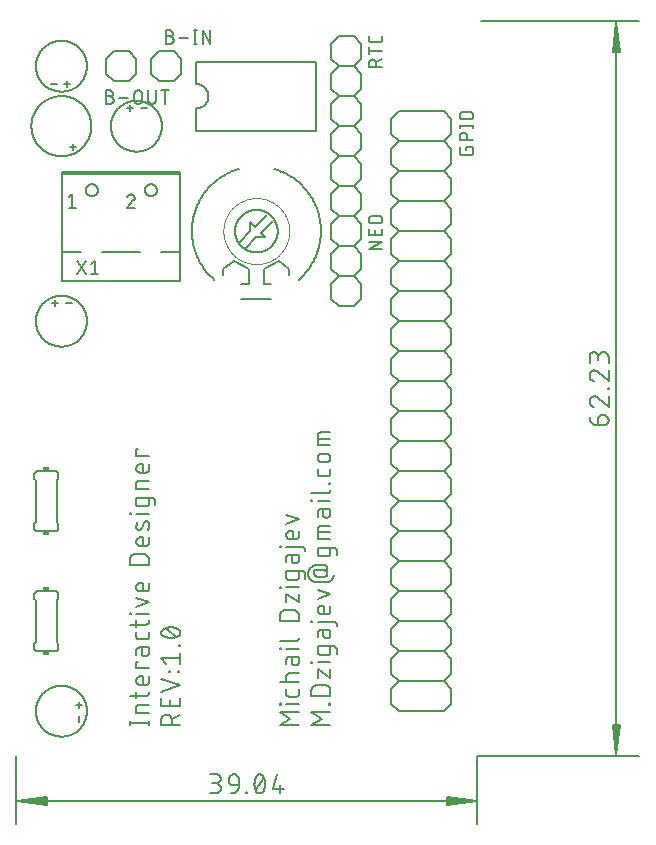
<source format=gbr>
G04 EAGLE Gerber X2 export*
%TF.Part,Single*%
%TF.FileFunction,Legend,Top,1*%
%TF.FilePolarity,Positive*%
%TF.GenerationSoftware,Autodesk,EAGLE,8.6.0*%
%TF.CreationDate,2018-02-06T17:03:28Z*%
G75*
%MOMM*%
%FSLAX34Y34*%
%LPD*%
%AMOC8*
5,1,8,0,0,1.08239X$1,22.5*%
G01*
%ADD10C,0.152400*%
%ADD11C,0.130000*%
%ADD12C,0.127000*%
%ADD13R,0.508000X0.381000*%
%ADD14C,0.050800*%


D10*
X226568Y38862D02*
X210312Y38862D01*
X219343Y44281D01*
X210312Y49699D01*
X226568Y49699D01*
X226568Y56786D02*
X215731Y56786D01*
X211215Y56334D02*
X210312Y56334D01*
X210312Y57237D01*
X211215Y57237D01*
X211215Y56334D01*
X226568Y65800D02*
X226568Y69412D01*
X226568Y65800D02*
X226566Y65699D01*
X226560Y65598D01*
X226551Y65497D01*
X226538Y65396D01*
X226521Y65296D01*
X226500Y65197D01*
X226476Y65099D01*
X226448Y65002D01*
X226416Y64905D01*
X226381Y64810D01*
X226342Y64717D01*
X226300Y64625D01*
X226254Y64534D01*
X226205Y64445D01*
X226153Y64359D01*
X226097Y64274D01*
X226039Y64191D01*
X225977Y64111D01*
X225912Y64033D01*
X225845Y63957D01*
X225775Y63884D01*
X225702Y63814D01*
X225626Y63747D01*
X225548Y63682D01*
X225468Y63620D01*
X225385Y63562D01*
X225300Y63506D01*
X225214Y63454D01*
X225125Y63405D01*
X225034Y63359D01*
X224942Y63317D01*
X224849Y63278D01*
X224754Y63243D01*
X224657Y63211D01*
X224560Y63183D01*
X224462Y63159D01*
X224363Y63138D01*
X224263Y63121D01*
X224162Y63108D01*
X224061Y63099D01*
X223960Y63093D01*
X223859Y63091D01*
X218440Y63091D01*
X218339Y63093D01*
X218238Y63099D01*
X218137Y63108D01*
X218036Y63121D01*
X217936Y63138D01*
X217837Y63159D01*
X217739Y63183D01*
X217642Y63211D01*
X217545Y63243D01*
X217450Y63278D01*
X217357Y63317D01*
X217265Y63359D01*
X217174Y63405D01*
X217086Y63454D01*
X216999Y63506D01*
X216914Y63562D01*
X216831Y63620D01*
X216751Y63682D01*
X216673Y63747D01*
X216597Y63814D01*
X216524Y63884D01*
X216454Y63957D01*
X216387Y64033D01*
X216322Y64111D01*
X216260Y64191D01*
X216202Y64274D01*
X216146Y64359D01*
X216094Y64445D01*
X216045Y64534D01*
X215999Y64625D01*
X215957Y64717D01*
X215918Y64810D01*
X215883Y64905D01*
X215851Y65002D01*
X215823Y65099D01*
X215799Y65197D01*
X215778Y65296D01*
X215761Y65396D01*
X215748Y65497D01*
X215739Y65598D01*
X215733Y65699D01*
X215731Y65800D01*
X215731Y69412D01*
X210312Y75578D02*
X226568Y75578D01*
X215731Y75578D02*
X215731Y80094D01*
X215733Y80198D01*
X215739Y80301D01*
X215749Y80405D01*
X215763Y80508D01*
X215781Y80610D01*
X215802Y80711D01*
X215828Y80812D01*
X215857Y80911D01*
X215890Y81010D01*
X215927Y81107D01*
X215968Y81202D01*
X216012Y81296D01*
X216060Y81388D01*
X216111Y81478D01*
X216166Y81567D01*
X216224Y81653D01*
X216286Y81736D01*
X216350Y81818D01*
X216418Y81896D01*
X216488Y81972D01*
X216561Y82046D01*
X216638Y82116D01*
X216716Y82184D01*
X216798Y82248D01*
X216881Y82310D01*
X216967Y82368D01*
X217056Y82423D01*
X217146Y82474D01*
X217238Y82522D01*
X217332Y82566D01*
X217427Y82607D01*
X217524Y82644D01*
X217623Y82677D01*
X217722Y82706D01*
X217823Y82732D01*
X217924Y82753D01*
X218026Y82771D01*
X218129Y82785D01*
X218233Y82795D01*
X218336Y82801D01*
X218440Y82803D01*
X226568Y82803D01*
X220246Y92734D02*
X220246Y96798D01*
X220246Y92734D02*
X220248Y92622D01*
X220254Y92511D01*
X220264Y92400D01*
X220277Y92289D01*
X220295Y92179D01*
X220317Y92070D01*
X220342Y91961D01*
X220371Y91853D01*
X220404Y91747D01*
X220441Y91641D01*
X220481Y91537D01*
X220525Y91435D01*
X220573Y91334D01*
X220624Y91235D01*
X220679Y91137D01*
X220737Y91042D01*
X220798Y90949D01*
X220863Y90858D01*
X220931Y90769D01*
X221002Y90683D01*
X221075Y90600D01*
X221152Y90519D01*
X221232Y90440D01*
X221314Y90365D01*
X221399Y90293D01*
X221486Y90223D01*
X221576Y90157D01*
X221668Y90094D01*
X221763Y90034D01*
X221859Y89978D01*
X221957Y89925D01*
X222057Y89876D01*
X222159Y89830D01*
X222262Y89788D01*
X222367Y89749D01*
X222473Y89714D01*
X222580Y89683D01*
X222688Y89656D01*
X222797Y89632D01*
X222907Y89613D01*
X223017Y89597D01*
X223128Y89585D01*
X223240Y89577D01*
X223351Y89573D01*
X223463Y89573D01*
X223574Y89577D01*
X223686Y89585D01*
X223797Y89597D01*
X223907Y89613D01*
X224017Y89632D01*
X224126Y89656D01*
X224234Y89683D01*
X224341Y89714D01*
X224447Y89749D01*
X224552Y89788D01*
X224655Y89830D01*
X224757Y89876D01*
X224857Y89925D01*
X224955Y89978D01*
X225051Y90034D01*
X225146Y90094D01*
X225238Y90157D01*
X225328Y90223D01*
X225415Y90293D01*
X225500Y90365D01*
X225582Y90440D01*
X225662Y90519D01*
X225739Y90600D01*
X225812Y90683D01*
X225883Y90769D01*
X225951Y90858D01*
X226016Y90949D01*
X226077Y91042D01*
X226135Y91137D01*
X226190Y91235D01*
X226241Y91334D01*
X226289Y91435D01*
X226333Y91537D01*
X226373Y91641D01*
X226410Y91747D01*
X226443Y91853D01*
X226472Y91961D01*
X226497Y92070D01*
X226519Y92179D01*
X226537Y92289D01*
X226550Y92400D01*
X226560Y92511D01*
X226566Y92622D01*
X226568Y92734D01*
X226568Y96798D01*
X218440Y96798D01*
X218440Y96797D02*
X218339Y96795D01*
X218238Y96789D01*
X218137Y96780D01*
X218036Y96767D01*
X217936Y96750D01*
X217837Y96729D01*
X217739Y96705D01*
X217642Y96677D01*
X217545Y96645D01*
X217450Y96610D01*
X217357Y96571D01*
X217265Y96529D01*
X217174Y96483D01*
X217086Y96434D01*
X216999Y96382D01*
X216914Y96326D01*
X216831Y96268D01*
X216751Y96206D01*
X216673Y96141D01*
X216597Y96074D01*
X216524Y96004D01*
X216454Y95931D01*
X216387Y95855D01*
X216322Y95777D01*
X216260Y95697D01*
X216202Y95614D01*
X216146Y95529D01*
X216094Y95443D01*
X216045Y95354D01*
X215999Y95263D01*
X215957Y95171D01*
X215918Y95078D01*
X215883Y94983D01*
X215851Y94886D01*
X215823Y94789D01*
X215799Y94691D01*
X215778Y94592D01*
X215761Y94492D01*
X215748Y94391D01*
X215739Y94290D01*
X215733Y94189D01*
X215731Y94088D01*
X215731Y90476D01*
X215731Y103679D02*
X226568Y103679D01*
X211215Y103228D02*
X210312Y103228D01*
X210312Y104131D01*
X211215Y104131D01*
X211215Y103228D01*
X210312Y110204D02*
X223859Y110204D01*
X223960Y110206D01*
X224061Y110212D01*
X224162Y110221D01*
X224263Y110234D01*
X224363Y110251D01*
X224462Y110272D01*
X224560Y110296D01*
X224657Y110324D01*
X224754Y110356D01*
X224849Y110391D01*
X224942Y110430D01*
X225034Y110472D01*
X225125Y110518D01*
X225214Y110567D01*
X225300Y110619D01*
X225385Y110675D01*
X225468Y110733D01*
X225548Y110795D01*
X225626Y110860D01*
X225702Y110927D01*
X225775Y110997D01*
X225845Y111070D01*
X225912Y111146D01*
X225977Y111224D01*
X226039Y111304D01*
X226097Y111387D01*
X226153Y111472D01*
X226205Y111558D01*
X226254Y111647D01*
X226300Y111738D01*
X226342Y111830D01*
X226381Y111923D01*
X226416Y112018D01*
X226448Y112115D01*
X226476Y112212D01*
X226500Y112310D01*
X226521Y112409D01*
X226538Y112509D01*
X226551Y112610D01*
X226560Y112711D01*
X226566Y112812D01*
X226568Y112913D01*
X226568Y127300D02*
X210312Y127300D01*
X210312Y131815D01*
X210314Y131946D01*
X210320Y132078D01*
X210329Y132209D01*
X210343Y132339D01*
X210360Y132470D01*
X210381Y132599D01*
X210405Y132728D01*
X210434Y132856D01*
X210466Y132984D01*
X210502Y133110D01*
X210541Y133235D01*
X210584Y133360D01*
X210631Y133482D01*
X210681Y133604D01*
X210735Y133724D01*
X210792Y133842D01*
X210853Y133958D01*
X210917Y134073D01*
X210984Y134186D01*
X211055Y134297D01*
X211129Y134405D01*
X211206Y134512D01*
X211286Y134616D01*
X211369Y134718D01*
X211454Y134817D01*
X211543Y134914D01*
X211635Y135008D01*
X211729Y135100D01*
X211826Y135189D01*
X211925Y135274D01*
X212027Y135357D01*
X212131Y135437D01*
X212238Y135514D01*
X212346Y135588D01*
X212457Y135659D01*
X212570Y135726D01*
X212685Y135790D01*
X212801Y135851D01*
X212919Y135908D01*
X213039Y135962D01*
X213161Y136012D01*
X213283Y136059D01*
X213408Y136102D01*
X213533Y136141D01*
X213659Y136177D01*
X213787Y136209D01*
X213915Y136238D01*
X214044Y136262D01*
X214173Y136283D01*
X214304Y136300D01*
X214434Y136314D01*
X214565Y136323D01*
X214697Y136329D01*
X214828Y136331D01*
X222052Y136331D01*
X222052Y136332D02*
X222183Y136330D01*
X222315Y136324D01*
X222446Y136315D01*
X222576Y136301D01*
X222707Y136284D01*
X222836Y136263D01*
X222965Y136239D01*
X223093Y136210D01*
X223221Y136178D01*
X223347Y136142D01*
X223472Y136103D01*
X223597Y136060D01*
X223719Y136013D01*
X223841Y135963D01*
X223961Y135909D01*
X224079Y135852D01*
X224195Y135791D01*
X224310Y135727D01*
X224423Y135660D01*
X224534Y135589D01*
X224642Y135515D01*
X224749Y135438D01*
X224853Y135358D01*
X224955Y135275D01*
X225054Y135190D01*
X225151Y135101D01*
X225245Y135009D01*
X225337Y134915D01*
X225426Y134818D01*
X225511Y134719D01*
X225594Y134617D01*
X225674Y134513D01*
X225751Y134406D01*
X225825Y134298D01*
X225896Y134187D01*
X225963Y134074D01*
X226027Y133959D01*
X226088Y133843D01*
X226145Y133725D01*
X226199Y133605D01*
X226249Y133483D01*
X226296Y133361D01*
X226339Y133236D01*
X226378Y133111D01*
X226414Y132985D01*
X226446Y132857D01*
X226475Y132729D01*
X226499Y132600D01*
X226520Y132470D01*
X226537Y132340D01*
X226551Y132210D01*
X226560Y132079D01*
X226566Y131947D01*
X226568Y131816D01*
X226568Y131815D02*
X226568Y127300D01*
X215731Y142792D02*
X215731Y150017D01*
X226568Y142792D01*
X226568Y150017D01*
X226568Y155783D02*
X215731Y155783D01*
X211215Y155332D02*
X210312Y155332D01*
X210312Y156235D01*
X211215Y156235D01*
X211215Y155332D01*
X226568Y164707D02*
X226568Y169222D01*
X226568Y164707D02*
X226566Y164606D01*
X226560Y164505D01*
X226551Y164404D01*
X226538Y164303D01*
X226521Y164203D01*
X226500Y164104D01*
X226476Y164006D01*
X226448Y163909D01*
X226416Y163812D01*
X226381Y163717D01*
X226342Y163624D01*
X226300Y163532D01*
X226254Y163441D01*
X226205Y163352D01*
X226153Y163266D01*
X226097Y163181D01*
X226039Y163098D01*
X225977Y163018D01*
X225912Y162940D01*
X225845Y162864D01*
X225775Y162791D01*
X225702Y162721D01*
X225626Y162654D01*
X225548Y162589D01*
X225468Y162527D01*
X225385Y162469D01*
X225300Y162413D01*
X225214Y162361D01*
X225125Y162312D01*
X225034Y162266D01*
X224942Y162224D01*
X224849Y162185D01*
X224754Y162150D01*
X224657Y162118D01*
X224560Y162090D01*
X224462Y162066D01*
X224363Y162045D01*
X224263Y162028D01*
X224162Y162015D01*
X224061Y162006D01*
X223960Y162000D01*
X223859Y161998D01*
X223859Y161997D02*
X218440Y161997D01*
X218440Y161998D02*
X218339Y162000D01*
X218238Y162006D01*
X218137Y162015D01*
X218036Y162028D01*
X217936Y162045D01*
X217837Y162066D01*
X217739Y162090D01*
X217642Y162118D01*
X217545Y162150D01*
X217450Y162185D01*
X217357Y162224D01*
X217265Y162266D01*
X217174Y162312D01*
X217086Y162361D01*
X216999Y162413D01*
X216914Y162469D01*
X216831Y162527D01*
X216751Y162589D01*
X216673Y162654D01*
X216597Y162721D01*
X216524Y162791D01*
X216454Y162864D01*
X216387Y162940D01*
X216322Y163018D01*
X216260Y163098D01*
X216202Y163181D01*
X216146Y163266D01*
X216094Y163353D01*
X216045Y163441D01*
X215999Y163532D01*
X215957Y163624D01*
X215918Y163717D01*
X215883Y163812D01*
X215851Y163909D01*
X215823Y164006D01*
X215799Y164104D01*
X215778Y164203D01*
X215761Y164303D01*
X215748Y164404D01*
X215739Y164505D01*
X215733Y164606D01*
X215731Y164707D01*
X215731Y169222D01*
X229277Y169222D01*
X229378Y169220D01*
X229479Y169214D01*
X229580Y169205D01*
X229681Y169192D01*
X229781Y169175D01*
X229880Y169154D01*
X229978Y169130D01*
X230075Y169102D01*
X230172Y169070D01*
X230267Y169035D01*
X230360Y168996D01*
X230452Y168954D01*
X230543Y168908D01*
X230632Y168859D01*
X230718Y168807D01*
X230803Y168751D01*
X230886Y168693D01*
X230966Y168631D01*
X231044Y168566D01*
X231120Y168499D01*
X231193Y168429D01*
X231263Y168356D01*
X231330Y168280D01*
X231395Y168202D01*
X231457Y168122D01*
X231515Y168039D01*
X231571Y167954D01*
X231623Y167868D01*
X231672Y167779D01*
X231718Y167688D01*
X231760Y167596D01*
X231799Y167503D01*
X231834Y167408D01*
X231866Y167311D01*
X231894Y167214D01*
X231918Y167116D01*
X231939Y167017D01*
X231956Y166917D01*
X231969Y166816D01*
X231978Y166715D01*
X231984Y166614D01*
X231986Y166513D01*
X231987Y166513D02*
X231987Y162900D01*
X220246Y179226D02*
X220246Y183290D01*
X220246Y179226D02*
X220248Y179114D01*
X220254Y179003D01*
X220264Y178892D01*
X220277Y178781D01*
X220295Y178671D01*
X220317Y178562D01*
X220342Y178453D01*
X220371Y178345D01*
X220404Y178239D01*
X220441Y178133D01*
X220481Y178029D01*
X220525Y177927D01*
X220573Y177826D01*
X220624Y177727D01*
X220679Y177629D01*
X220737Y177534D01*
X220798Y177441D01*
X220863Y177350D01*
X220931Y177261D01*
X221002Y177175D01*
X221075Y177092D01*
X221152Y177011D01*
X221232Y176932D01*
X221314Y176857D01*
X221399Y176785D01*
X221486Y176715D01*
X221576Y176649D01*
X221668Y176586D01*
X221763Y176526D01*
X221859Y176470D01*
X221957Y176417D01*
X222057Y176368D01*
X222159Y176322D01*
X222262Y176280D01*
X222367Y176241D01*
X222473Y176206D01*
X222580Y176175D01*
X222688Y176148D01*
X222797Y176124D01*
X222907Y176105D01*
X223017Y176089D01*
X223128Y176077D01*
X223240Y176069D01*
X223351Y176065D01*
X223463Y176065D01*
X223574Y176069D01*
X223686Y176077D01*
X223797Y176089D01*
X223907Y176105D01*
X224017Y176124D01*
X224126Y176148D01*
X224234Y176175D01*
X224341Y176206D01*
X224447Y176241D01*
X224552Y176280D01*
X224655Y176322D01*
X224757Y176368D01*
X224857Y176417D01*
X224955Y176470D01*
X225051Y176526D01*
X225146Y176586D01*
X225238Y176649D01*
X225328Y176715D01*
X225415Y176785D01*
X225500Y176857D01*
X225582Y176932D01*
X225662Y177011D01*
X225739Y177092D01*
X225812Y177175D01*
X225883Y177261D01*
X225951Y177350D01*
X226016Y177441D01*
X226077Y177534D01*
X226135Y177629D01*
X226190Y177727D01*
X226241Y177826D01*
X226289Y177927D01*
X226333Y178029D01*
X226373Y178133D01*
X226410Y178239D01*
X226443Y178345D01*
X226472Y178453D01*
X226497Y178562D01*
X226519Y178671D01*
X226537Y178781D01*
X226550Y178892D01*
X226560Y179003D01*
X226566Y179114D01*
X226568Y179226D01*
X226568Y183290D01*
X218440Y183290D01*
X218339Y183288D01*
X218238Y183282D01*
X218137Y183273D01*
X218036Y183260D01*
X217936Y183243D01*
X217837Y183222D01*
X217739Y183198D01*
X217642Y183170D01*
X217545Y183138D01*
X217450Y183103D01*
X217357Y183064D01*
X217265Y183022D01*
X217174Y182976D01*
X217086Y182927D01*
X216999Y182875D01*
X216914Y182819D01*
X216831Y182761D01*
X216751Y182699D01*
X216673Y182634D01*
X216597Y182567D01*
X216524Y182497D01*
X216454Y182424D01*
X216387Y182348D01*
X216322Y182270D01*
X216260Y182190D01*
X216202Y182107D01*
X216146Y182022D01*
X216094Y181936D01*
X216045Y181847D01*
X215999Y181756D01*
X215957Y181664D01*
X215918Y181571D01*
X215883Y181476D01*
X215851Y181379D01*
X215823Y181282D01*
X215799Y181184D01*
X215778Y181085D01*
X215761Y180985D01*
X215748Y180884D01*
X215739Y180783D01*
X215733Y180682D01*
X215731Y180581D01*
X215731Y176969D01*
X215731Y189929D02*
X229277Y189929D01*
X229277Y189928D02*
X229378Y189926D01*
X229479Y189920D01*
X229580Y189911D01*
X229681Y189898D01*
X229781Y189881D01*
X229880Y189860D01*
X229978Y189836D01*
X230075Y189808D01*
X230172Y189776D01*
X230267Y189741D01*
X230360Y189702D01*
X230452Y189660D01*
X230543Y189614D01*
X230632Y189565D01*
X230718Y189513D01*
X230803Y189457D01*
X230886Y189399D01*
X230966Y189337D01*
X231044Y189272D01*
X231120Y189205D01*
X231193Y189135D01*
X231263Y189062D01*
X231330Y188986D01*
X231395Y188908D01*
X231457Y188828D01*
X231515Y188745D01*
X231571Y188660D01*
X231623Y188574D01*
X231672Y188485D01*
X231718Y188394D01*
X231760Y188302D01*
X231799Y188209D01*
X231834Y188114D01*
X231866Y188017D01*
X231894Y187920D01*
X231918Y187822D01*
X231939Y187723D01*
X231956Y187623D01*
X231969Y187522D01*
X231978Y187421D01*
X231984Y187320D01*
X231986Y187219D01*
X231987Y187219D02*
X231987Y186316D01*
X211215Y189477D02*
X210312Y189477D01*
X210312Y190380D01*
X211215Y190380D01*
X211215Y189477D01*
X226568Y199169D02*
X226568Y203684D01*
X226568Y199169D02*
X226566Y199068D01*
X226560Y198967D01*
X226551Y198866D01*
X226538Y198765D01*
X226521Y198665D01*
X226500Y198566D01*
X226476Y198468D01*
X226448Y198371D01*
X226416Y198274D01*
X226381Y198179D01*
X226342Y198086D01*
X226300Y197994D01*
X226254Y197903D01*
X226205Y197814D01*
X226153Y197728D01*
X226097Y197643D01*
X226039Y197560D01*
X225977Y197480D01*
X225912Y197402D01*
X225845Y197326D01*
X225775Y197253D01*
X225702Y197183D01*
X225626Y197116D01*
X225548Y197051D01*
X225468Y196989D01*
X225385Y196931D01*
X225300Y196875D01*
X225214Y196823D01*
X225125Y196774D01*
X225034Y196728D01*
X224942Y196686D01*
X224849Y196647D01*
X224754Y196612D01*
X224657Y196580D01*
X224560Y196552D01*
X224462Y196528D01*
X224363Y196507D01*
X224263Y196490D01*
X224162Y196477D01*
X224061Y196468D01*
X223960Y196462D01*
X223859Y196460D01*
X223859Y196459D02*
X219343Y196459D01*
X219343Y196460D02*
X219224Y196462D01*
X219104Y196468D01*
X218985Y196478D01*
X218867Y196492D01*
X218748Y196509D01*
X218631Y196531D01*
X218514Y196556D01*
X218399Y196586D01*
X218284Y196619D01*
X218170Y196656D01*
X218058Y196696D01*
X217947Y196741D01*
X217838Y196789D01*
X217730Y196840D01*
X217624Y196895D01*
X217520Y196954D01*
X217418Y197016D01*
X217318Y197081D01*
X217220Y197150D01*
X217124Y197222D01*
X217031Y197297D01*
X216941Y197374D01*
X216853Y197455D01*
X216768Y197539D01*
X216686Y197626D01*
X216606Y197715D01*
X216530Y197807D01*
X216456Y197901D01*
X216386Y197998D01*
X216319Y198096D01*
X216255Y198197D01*
X216195Y198301D01*
X216138Y198406D01*
X216085Y198513D01*
X216035Y198621D01*
X215989Y198731D01*
X215947Y198843D01*
X215908Y198956D01*
X215873Y199070D01*
X215842Y199185D01*
X215814Y199302D01*
X215791Y199419D01*
X215771Y199536D01*
X215755Y199655D01*
X215743Y199774D01*
X215735Y199893D01*
X215731Y200012D01*
X215731Y200132D01*
X215735Y200251D01*
X215743Y200370D01*
X215755Y200489D01*
X215771Y200608D01*
X215791Y200725D01*
X215814Y200842D01*
X215842Y200959D01*
X215873Y201074D01*
X215908Y201188D01*
X215947Y201301D01*
X215989Y201413D01*
X216035Y201523D01*
X216085Y201631D01*
X216138Y201738D01*
X216195Y201843D01*
X216255Y201947D01*
X216319Y202048D01*
X216386Y202146D01*
X216456Y202243D01*
X216530Y202337D01*
X216606Y202429D01*
X216686Y202518D01*
X216768Y202605D01*
X216853Y202689D01*
X216941Y202770D01*
X217031Y202847D01*
X217124Y202922D01*
X217220Y202994D01*
X217318Y203063D01*
X217418Y203128D01*
X217520Y203190D01*
X217624Y203249D01*
X217730Y203304D01*
X217838Y203355D01*
X217947Y203403D01*
X218058Y203448D01*
X218170Y203488D01*
X218284Y203525D01*
X218399Y203558D01*
X218514Y203588D01*
X218631Y203613D01*
X218748Y203635D01*
X218867Y203652D01*
X218985Y203666D01*
X219104Y203676D01*
X219224Y203682D01*
X219343Y203684D01*
X221149Y203684D01*
X221149Y196459D01*
X215731Y209485D02*
X226568Y213098D01*
X215731Y216710D01*
X236982Y38862D02*
X253238Y38862D01*
X246013Y44281D02*
X236982Y38862D01*
X246013Y44281D02*
X236982Y49699D01*
X253238Y49699D01*
X253238Y56334D02*
X252335Y56334D01*
X252335Y57237D01*
X253238Y57237D01*
X253238Y56334D01*
X253238Y63733D02*
X236982Y63733D01*
X236982Y68249D01*
X236984Y68380D01*
X236990Y68512D01*
X236999Y68643D01*
X237013Y68773D01*
X237030Y68904D01*
X237051Y69033D01*
X237075Y69162D01*
X237104Y69290D01*
X237136Y69418D01*
X237172Y69544D01*
X237211Y69669D01*
X237254Y69794D01*
X237301Y69916D01*
X237351Y70038D01*
X237405Y70158D01*
X237462Y70276D01*
X237523Y70392D01*
X237587Y70507D01*
X237654Y70620D01*
X237725Y70731D01*
X237799Y70839D01*
X237876Y70946D01*
X237956Y71050D01*
X238039Y71152D01*
X238124Y71251D01*
X238213Y71348D01*
X238305Y71442D01*
X238399Y71534D01*
X238496Y71623D01*
X238595Y71708D01*
X238697Y71791D01*
X238801Y71871D01*
X238908Y71948D01*
X239016Y72022D01*
X239127Y72093D01*
X239240Y72160D01*
X239355Y72224D01*
X239471Y72285D01*
X239589Y72342D01*
X239709Y72396D01*
X239831Y72446D01*
X239953Y72493D01*
X240078Y72536D01*
X240203Y72575D01*
X240329Y72611D01*
X240457Y72643D01*
X240585Y72672D01*
X240714Y72696D01*
X240843Y72717D01*
X240974Y72734D01*
X241104Y72748D01*
X241235Y72757D01*
X241367Y72763D01*
X241498Y72765D01*
X241498Y72764D02*
X248722Y72764D01*
X248722Y72765D02*
X248853Y72763D01*
X248985Y72757D01*
X249116Y72748D01*
X249246Y72734D01*
X249377Y72717D01*
X249506Y72696D01*
X249635Y72672D01*
X249763Y72643D01*
X249891Y72611D01*
X250017Y72575D01*
X250142Y72536D01*
X250267Y72493D01*
X250389Y72446D01*
X250511Y72396D01*
X250631Y72342D01*
X250749Y72285D01*
X250865Y72224D01*
X250980Y72160D01*
X251093Y72093D01*
X251204Y72022D01*
X251312Y71948D01*
X251419Y71871D01*
X251523Y71791D01*
X251625Y71708D01*
X251724Y71623D01*
X251821Y71534D01*
X251915Y71442D01*
X252007Y71348D01*
X252096Y71251D01*
X252181Y71152D01*
X252264Y71050D01*
X252344Y70946D01*
X252421Y70839D01*
X252495Y70731D01*
X252566Y70620D01*
X252633Y70507D01*
X252697Y70392D01*
X252758Y70276D01*
X252815Y70158D01*
X252869Y70038D01*
X252919Y69916D01*
X252966Y69794D01*
X253009Y69669D01*
X253048Y69544D01*
X253084Y69418D01*
X253116Y69290D01*
X253145Y69162D01*
X253169Y69033D01*
X253190Y68903D01*
X253207Y68773D01*
X253221Y68643D01*
X253230Y68512D01*
X253236Y68380D01*
X253238Y68249D01*
X253238Y63733D01*
X242401Y79225D02*
X242401Y86450D01*
X253238Y79225D01*
X253238Y86450D01*
X253238Y92216D02*
X242401Y92216D01*
X237885Y91765D02*
X236982Y91765D01*
X236982Y92668D01*
X237885Y92668D01*
X237885Y91765D01*
X253238Y101140D02*
X253238Y105655D01*
X253238Y101140D02*
X253236Y101039D01*
X253230Y100938D01*
X253221Y100837D01*
X253208Y100736D01*
X253191Y100636D01*
X253170Y100537D01*
X253146Y100439D01*
X253118Y100342D01*
X253086Y100245D01*
X253051Y100150D01*
X253012Y100057D01*
X252970Y99965D01*
X252924Y99874D01*
X252875Y99785D01*
X252823Y99699D01*
X252767Y99614D01*
X252709Y99531D01*
X252647Y99451D01*
X252582Y99373D01*
X252515Y99297D01*
X252445Y99224D01*
X252372Y99154D01*
X252296Y99087D01*
X252218Y99022D01*
X252138Y98960D01*
X252055Y98902D01*
X251970Y98846D01*
X251884Y98794D01*
X251795Y98745D01*
X251704Y98699D01*
X251612Y98657D01*
X251519Y98618D01*
X251424Y98583D01*
X251327Y98551D01*
X251230Y98523D01*
X251132Y98499D01*
X251033Y98478D01*
X250933Y98461D01*
X250832Y98448D01*
X250731Y98439D01*
X250630Y98433D01*
X250529Y98431D01*
X250529Y98430D02*
X245110Y98430D01*
X245110Y98431D02*
X245009Y98433D01*
X244908Y98439D01*
X244807Y98448D01*
X244706Y98461D01*
X244606Y98478D01*
X244507Y98499D01*
X244409Y98523D01*
X244312Y98551D01*
X244215Y98583D01*
X244120Y98618D01*
X244027Y98657D01*
X243935Y98699D01*
X243844Y98745D01*
X243756Y98794D01*
X243669Y98846D01*
X243584Y98902D01*
X243501Y98960D01*
X243421Y99022D01*
X243343Y99087D01*
X243267Y99154D01*
X243194Y99224D01*
X243124Y99297D01*
X243057Y99373D01*
X242992Y99451D01*
X242930Y99531D01*
X242872Y99614D01*
X242816Y99699D01*
X242764Y99786D01*
X242715Y99874D01*
X242669Y99965D01*
X242627Y100057D01*
X242588Y100150D01*
X242553Y100245D01*
X242521Y100342D01*
X242493Y100439D01*
X242469Y100537D01*
X242448Y100636D01*
X242431Y100736D01*
X242418Y100837D01*
X242409Y100938D01*
X242403Y101039D01*
X242401Y101140D01*
X242401Y105655D01*
X255947Y105655D01*
X256048Y105653D01*
X256149Y105647D01*
X256250Y105638D01*
X256351Y105625D01*
X256451Y105608D01*
X256550Y105587D01*
X256648Y105563D01*
X256745Y105535D01*
X256842Y105503D01*
X256937Y105468D01*
X257030Y105429D01*
X257122Y105387D01*
X257213Y105341D01*
X257302Y105292D01*
X257388Y105240D01*
X257473Y105184D01*
X257556Y105126D01*
X257636Y105064D01*
X257714Y104999D01*
X257790Y104932D01*
X257863Y104862D01*
X257933Y104789D01*
X258000Y104713D01*
X258065Y104635D01*
X258127Y104555D01*
X258185Y104472D01*
X258241Y104387D01*
X258293Y104301D01*
X258342Y104212D01*
X258388Y104121D01*
X258430Y104029D01*
X258469Y103936D01*
X258504Y103841D01*
X258536Y103744D01*
X258564Y103647D01*
X258588Y103549D01*
X258609Y103450D01*
X258626Y103350D01*
X258639Y103249D01*
X258648Y103148D01*
X258654Y103047D01*
X258656Y102946D01*
X258657Y102946D02*
X258657Y99334D01*
X246916Y115659D02*
X246916Y119723D01*
X246916Y115659D02*
X246918Y115547D01*
X246924Y115436D01*
X246934Y115325D01*
X246947Y115214D01*
X246965Y115104D01*
X246987Y114995D01*
X247012Y114886D01*
X247041Y114778D01*
X247074Y114672D01*
X247111Y114566D01*
X247151Y114462D01*
X247195Y114360D01*
X247243Y114259D01*
X247294Y114160D01*
X247349Y114062D01*
X247407Y113967D01*
X247468Y113874D01*
X247533Y113783D01*
X247601Y113694D01*
X247672Y113608D01*
X247745Y113525D01*
X247822Y113444D01*
X247902Y113365D01*
X247984Y113290D01*
X248069Y113218D01*
X248156Y113148D01*
X248246Y113082D01*
X248338Y113019D01*
X248433Y112959D01*
X248529Y112903D01*
X248627Y112850D01*
X248727Y112801D01*
X248829Y112755D01*
X248932Y112713D01*
X249037Y112674D01*
X249143Y112639D01*
X249250Y112608D01*
X249358Y112581D01*
X249467Y112557D01*
X249577Y112538D01*
X249687Y112522D01*
X249798Y112510D01*
X249910Y112502D01*
X250021Y112498D01*
X250133Y112498D01*
X250244Y112502D01*
X250356Y112510D01*
X250467Y112522D01*
X250577Y112538D01*
X250687Y112557D01*
X250796Y112581D01*
X250904Y112608D01*
X251011Y112639D01*
X251117Y112674D01*
X251222Y112713D01*
X251325Y112755D01*
X251427Y112801D01*
X251527Y112850D01*
X251625Y112903D01*
X251721Y112959D01*
X251816Y113019D01*
X251908Y113082D01*
X251998Y113148D01*
X252085Y113218D01*
X252170Y113290D01*
X252252Y113365D01*
X252332Y113444D01*
X252409Y113525D01*
X252482Y113608D01*
X252553Y113694D01*
X252621Y113783D01*
X252686Y113874D01*
X252747Y113967D01*
X252805Y114062D01*
X252860Y114160D01*
X252911Y114259D01*
X252959Y114360D01*
X253003Y114462D01*
X253043Y114566D01*
X253080Y114672D01*
X253113Y114778D01*
X253142Y114886D01*
X253167Y114995D01*
X253189Y115104D01*
X253207Y115214D01*
X253220Y115325D01*
X253230Y115436D01*
X253236Y115547D01*
X253238Y115659D01*
X253238Y119723D01*
X245110Y119723D01*
X245009Y119721D01*
X244908Y119715D01*
X244807Y119706D01*
X244706Y119693D01*
X244606Y119676D01*
X244507Y119655D01*
X244409Y119631D01*
X244312Y119603D01*
X244215Y119571D01*
X244120Y119536D01*
X244027Y119497D01*
X243935Y119455D01*
X243844Y119409D01*
X243756Y119360D01*
X243669Y119308D01*
X243584Y119252D01*
X243501Y119194D01*
X243421Y119132D01*
X243343Y119067D01*
X243267Y119000D01*
X243194Y118930D01*
X243124Y118857D01*
X243057Y118781D01*
X242992Y118703D01*
X242930Y118623D01*
X242872Y118540D01*
X242816Y118455D01*
X242764Y118369D01*
X242715Y118280D01*
X242669Y118189D01*
X242627Y118097D01*
X242588Y118004D01*
X242553Y117909D01*
X242521Y117812D01*
X242493Y117715D01*
X242469Y117617D01*
X242448Y117518D01*
X242431Y117418D01*
X242418Y117317D01*
X242409Y117216D01*
X242403Y117115D01*
X242401Y117014D01*
X242401Y113402D01*
X242401Y126362D02*
X255947Y126362D01*
X256048Y126360D01*
X256149Y126354D01*
X256250Y126345D01*
X256351Y126332D01*
X256451Y126315D01*
X256550Y126294D01*
X256648Y126270D01*
X256745Y126242D01*
X256842Y126210D01*
X256937Y126175D01*
X257030Y126136D01*
X257122Y126094D01*
X257213Y126048D01*
X257302Y125999D01*
X257388Y125947D01*
X257473Y125891D01*
X257556Y125833D01*
X257636Y125771D01*
X257714Y125706D01*
X257790Y125639D01*
X257863Y125569D01*
X257933Y125496D01*
X258000Y125420D01*
X258065Y125342D01*
X258127Y125262D01*
X258185Y125179D01*
X258241Y125094D01*
X258293Y125008D01*
X258342Y124919D01*
X258388Y124828D01*
X258430Y124736D01*
X258469Y124643D01*
X258504Y124548D01*
X258536Y124451D01*
X258564Y124354D01*
X258588Y124256D01*
X258609Y124157D01*
X258626Y124057D01*
X258639Y123956D01*
X258648Y123855D01*
X258654Y123754D01*
X258656Y123653D01*
X258657Y123653D02*
X258657Y122749D01*
X237885Y125910D02*
X236982Y125910D01*
X236982Y126813D01*
X237885Y126813D01*
X237885Y125910D01*
X253238Y135602D02*
X253238Y140117D01*
X253238Y135602D02*
X253236Y135501D01*
X253230Y135400D01*
X253221Y135299D01*
X253208Y135198D01*
X253191Y135098D01*
X253170Y134999D01*
X253146Y134901D01*
X253118Y134804D01*
X253086Y134707D01*
X253051Y134612D01*
X253012Y134519D01*
X252970Y134427D01*
X252924Y134336D01*
X252875Y134247D01*
X252823Y134161D01*
X252767Y134076D01*
X252709Y133993D01*
X252647Y133913D01*
X252582Y133835D01*
X252515Y133759D01*
X252445Y133686D01*
X252372Y133616D01*
X252296Y133549D01*
X252218Y133484D01*
X252138Y133422D01*
X252055Y133364D01*
X251970Y133308D01*
X251884Y133256D01*
X251795Y133207D01*
X251704Y133161D01*
X251612Y133119D01*
X251519Y133080D01*
X251424Y133045D01*
X251327Y133013D01*
X251230Y132985D01*
X251132Y132961D01*
X251033Y132940D01*
X250933Y132923D01*
X250832Y132910D01*
X250731Y132901D01*
X250630Y132895D01*
X250529Y132893D01*
X250529Y132892D02*
X246013Y132892D01*
X246013Y132893D02*
X245894Y132895D01*
X245774Y132901D01*
X245655Y132911D01*
X245537Y132925D01*
X245418Y132942D01*
X245301Y132964D01*
X245184Y132989D01*
X245069Y133019D01*
X244954Y133052D01*
X244840Y133089D01*
X244728Y133129D01*
X244617Y133174D01*
X244508Y133222D01*
X244400Y133273D01*
X244294Y133328D01*
X244190Y133387D01*
X244088Y133449D01*
X243988Y133514D01*
X243890Y133583D01*
X243794Y133655D01*
X243701Y133730D01*
X243611Y133807D01*
X243523Y133888D01*
X243438Y133972D01*
X243356Y134059D01*
X243276Y134148D01*
X243200Y134240D01*
X243126Y134334D01*
X243056Y134431D01*
X242989Y134529D01*
X242925Y134630D01*
X242865Y134734D01*
X242808Y134839D01*
X242755Y134946D01*
X242705Y135054D01*
X242659Y135164D01*
X242617Y135276D01*
X242578Y135389D01*
X242543Y135503D01*
X242512Y135618D01*
X242484Y135735D01*
X242461Y135852D01*
X242441Y135969D01*
X242425Y136088D01*
X242413Y136207D01*
X242405Y136326D01*
X242401Y136445D01*
X242401Y136565D01*
X242405Y136684D01*
X242413Y136803D01*
X242425Y136922D01*
X242441Y137041D01*
X242461Y137158D01*
X242484Y137275D01*
X242512Y137392D01*
X242543Y137507D01*
X242578Y137621D01*
X242617Y137734D01*
X242659Y137846D01*
X242705Y137956D01*
X242755Y138064D01*
X242808Y138171D01*
X242865Y138276D01*
X242925Y138380D01*
X242989Y138481D01*
X243056Y138579D01*
X243126Y138676D01*
X243200Y138770D01*
X243276Y138862D01*
X243356Y138951D01*
X243438Y139038D01*
X243523Y139122D01*
X243611Y139203D01*
X243701Y139280D01*
X243794Y139355D01*
X243890Y139427D01*
X243988Y139496D01*
X244088Y139561D01*
X244190Y139623D01*
X244294Y139682D01*
X244400Y139737D01*
X244508Y139788D01*
X244617Y139836D01*
X244728Y139881D01*
X244840Y139921D01*
X244954Y139958D01*
X245069Y139991D01*
X245184Y140021D01*
X245301Y140046D01*
X245418Y140068D01*
X245537Y140085D01*
X245655Y140099D01*
X245774Y140109D01*
X245894Y140115D01*
X246013Y140117D01*
X247819Y140117D01*
X247819Y132892D01*
X242401Y145918D02*
X253238Y149531D01*
X242401Y153143D01*
X239691Y167246D02*
X239691Y169956D01*
X239692Y167246D02*
X239694Y167145D01*
X239700Y167044D01*
X239709Y166943D01*
X239722Y166842D01*
X239739Y166742D01*
X239760Y166643D01*
X239784Y166545D01*
X239812Y166448D01*
X239844Y166351D01*
X239879Y166256D01*
X239918Y166163D01*
X239960Y166071D01*
X240006Y165980D01*
X240055Y165892D01*
X240107Y165805D01*
X240163Y165720D01*
X240221Y165637D01*
X240283Y165557D01*
X240348Y165479D01*
X240415Y165403D01*
X240485Y165330D01*
X240558Y165260D01*
X240634Y165193D01*
X240712Y165128D01*
X240792Y165066D01*
X240875Y165008D01*
X240960Y164952D01*
X241047Y164900D01*
X241135Y164851D01*
X241226Y164805D01*
X241318Y164763D01*
X241411Y164724D01*
X241506Y164689D01*
X241603Y164657D01*
X241700Y164629D01*
X241798Y164605D01*
X241897Y164584D01*
X241997Y164567D01*
X242098Y164554D01*
X242199Y164545D01*
X242300Y164539D01*
X242401Y164537D01*
X247819Y164537D01*
X247922Y164539D01*
X248024Y164545D01*
X248126Y164554D01*
X248228Y164568D01*
X248329Y164585D01*
X248429Y164607D01*
X248528Y164632D01*
X248627Y164660D01*
X248724Y164693D01*
X248820Y164729D01*
X248915Y164768D01*
X249008Y164812D01*
X249099Y164858D01*
X249188Y164909D01*
X249276Y164962D01*
X249361Y165019D01*
X249444Y165079D01*
X249525Y165142D01*
X249604Y165208D01*
X249679Y165277D01*
X249753Y165349D01*
X249823Y165423D01*
X249891Y165500D01*
X249955Y165580D01*
X250017Y165662D01*
X250075Y165746D01*
X250130Y165833D01*
X250182Y165921D01*
X250230Y166012D01*
X250275Y166104D01*
X250317Y166197D01*
X250355Y166293D01*
X250389Y166389D01*
X250420Y166487D01*
X250446Y166586D01*
X250470Y166686D01*
X250489Y166787D01*
X250504Y166888D01*
X250516Y166990D01*
X250524Y167092D01*
X250528Y167195D01*
X250528Y167297D01*
X250524Y167400D01*
X250516Y167502D01*
X250504Y167604D01*
X250489Y167705D01*
X250470Y167806D01*
X250446Y167906D01*
X250420Y168005D01*
X250389Y168103D01*
X250355Y168199D01*
X250317Y168295D01*
X250275Y168388D01*
X250230Y168480D01*
X250182Y168571D01*
X250130Y168659D01*
X250075Y168746D01*
X250017Y168830D01*
X249955Y168912D01*
X249891Y168992D01*
X249823Y169069D01*
X249753Y169143D01*
X249679Y169215D01*
X249604Y169284D01*
X249525Y169350D01*
X249444Y169413D01*
X249361Y169473D01*
X249276Y169530D01*
X249188Y169583D01*
X249099Y169634D01*
X249008Y169680D01*
X248915Y169724D01*
X248820Y169763D01*
X248724Y169799D01*
X248627Y169832D01*
X248528Y169860D01*
X248429Y169885D01*
X248329Y169907D01*
X248228Y169924D01*
X248126Y169938D01*
X248024Y169947D01*
X247922Y169953D01*
X247819Y169955D01*
X248271Y169956D02*
X239691Y169956D01*
X248271Y169955D02*
X248364Y169957D01*
X248457Y169963D01*
X248550Y169972D01*
X248643Y169986D01*
X248734Y170003D01*
X248825Y170024D01*
X248915Y170049D01*
X249004Y170077D01*
X249092Y170109D01*
X249178Y170145D01*
X249263Y170184D01*
X249346Y170227D01*
X249427Y170273D01*
X249506Y170323D01*
X249583Y170375D01*
X249658Y170431D01*
X249730Y170490D01*
X249800Y170552D01*
X249868Y170616D01*
X249932Y170684D01*
X249994Y170754D01*
X250053Y170826D01*
X250109Y170901D01*
X250161Y170978D01*
X250211Y171057D01*
X250257Y171138D01*
X250300Y171221D01*
X250339Y171306D01*
X250375Y171392D01*
X250407Y171480D01*
X250435Y171569D01*
X250460Y171659D01*
X250481Y171750D01*
X250498Y171841D01*
X250512Y171934D01*
X250521Y172027D01*
X250527Y172120D01*
X250529Y172213D01*
X250527Y172306D01*
X250521Y172399D01*
X250512Y172492D01*
X250498Y172585D01*
X250481Y172676D01*
X250460Y172767D01*
X250435Y172857D01*
X250407Y172946D01*
X250375Y173034D01*
X250339Y173120D01*
X250300Y173205D01*
X250257Y173288D01*
X250211Y173369D01*
X250161Y173448D01*
X250109Y173525D01*
X250053Y173600D01*
X249994Y173672D01*
X249932Y173742D01*
X249868Y173810D01*
X249800Y173874D01*
X249730Y173936D01*
X249658Y173995D01*
X249583Y174051D01*
X249506Y174103D01*
X249427Y174153D01*
X249346Y174199D01*
X249263Y174242D01*
X249178Y174281D01*
X249092Y174317D01*
X249004Y174349D01*
X248915Y174377D01*
X248825Y174402D01*
X248734Y174423D01*
X248643Y174440D01*
X248550Y174454D01*
X248457Y174463D01*
X248364Y174469D01*
X248271Y174471D01*
X241498Y174471D01*
X241322Y174469D01*
X241146Y174462D01*
X240971Y174452D01*
X240795Y174437D01*
X240620Y174418D01*
X240446Y174394D01*
X240272Y174366D01*
X240099Y174334D01*
X239927Y174298D01*
X239756Y174258D01*
X239586Y174213D01*
X239416Y174165D01*
X239249Y174112D01*
X239082Y174055D01*
X238917Y173994D01*
X238753Y173929D01*
X238592Y173861D01*
X238431Y173788D01*
X238273Y173711D01*
X238116Y173631D01*
X237962Y173547D01*
X237810Y173459D01*
X237659Y173367D01*
X237511Y173272D01*
X237366Y173173D01*
X237223Y173070D01*
X237082Y172965D01*
X236944Y172855D01*
X236809Y172743D01*
X236677Y172627D01*
X236547Y172508D01*
X236420Y172386D01*
X236297Y172261D01*
X236176Y172133D01*
X236059Y172001D01*
X235945Y171868D01*
X235834Y171731D01*
X235726Y171592D01*
X235622Y171450D01*
X235521Y171306D01*
X235424Y171159D01*
X235331Y171010D01*
X235241Y170859D01*
X235155Y170705D01*
X235073Y170550D01*
X234994Y170392D01*
X234919Y170233D01*
X234848Y170072D01*
X234782Y169909D01*
X234719Y169745D01*
X234660Y169579D01*
X234605Y169412D01*
X234555Y169243D01*
X234508Y169073D01*
X234466Y168903D01*
X234427Y168731D01*
X234393Y168558D01*
X234363Y168385D01*
X234338Y168211D01*
X234316Y168036D01*
X234299Y167861D01*
X234286Y167686D01*
X234278Y167510D01*
X234274Y167334D01*
X234274Y167158D01*
X234278Y166982D01*
X234286Y166806D01*
X234299Y166631D01*
X234316Y166456D01*
X234338Y166281D01*
X234363Y166107D01*
X234393Y165934D01*
X234427Y165761D01*
X234466Y165589D01*
X234508Y165419D01*
X234555Y165249D01*
X234605Y165080D01*
X234660Y164913D01*
X234719Y164747D01*
X234782Y164583D01*
X234848Y164420D01*
X234919Y164259D01*
X234994Y164100D01*
X235073Y163942D01*
X235155Y163787D01*
X235241Y163633D01*
X235331Y163482D01*
X235424Y163333D01*
X235521Y163186D01*
X235622Y163042D01*
X235726Y162900D01*
X235834Y162761D01*
X235945Y162624D01*
X236059Y162491D01*
X236176Y162359D01*
X236297Y162231D01*
X236420Y162106D01*
X236547Y161984D01*
X236677Y161865D01*
X236809Y161749D01*
X236944Y161637D01*
X237082Y161527D01*
X237223Y161422D01*
X237366Y161319D01*
X237511Y161220D01*
X237659Y161125D01*
X237810Y161033D01*
X237962Y160945D01*
X238116Y160861D01*
X238273Y160781D01*
X238431Y160704D01*
X238592Y160631D01*
X238753Y160563D01*
X238917Y160498D01*
X239082Y160437D01*
X239249Y160380D01*
X239416Y160327D01*
X239586Y160279D01*
X239756Y160234D01*
X239927Y160194D01*
X240099Y160158D01*
X240272Y160126D01*
X240446Y160098D01*
X240620Y160074D01*
X240795Y160055D01*
X240971Y160040D01*
X241146Y160030D01*
X241322Y160023D01*
X241498Y160021D01*
X249174Y160021D01*
X249174Y160022D02*
X249338Y160024D01*
X249503Y160030D01*
X249667Y160040D01*
X249831Y160054D01*
X249994Y160072D01*
X250157Y160094D01*
X250320Y160119D01*
X250481Y160149D01*
X250642Y160183D01*
X250802Y160220D01*
X250962Y160262D01*
X251120Y160307D01*
X251277Y160356D01*
X251432Y160409D01*
X251587Y160465D01*
X251740Y160526D01*
X251891Y160590D01*
X252041Y160657D01*
X252189Y160728D01*
X252336Y160803D01*
X252480Y160882D01*
X252623Y160963D01*
X252764Y161049D01*
X252902Y161137D01*
X253039Y161229D01*
X253173Y161325D01*
X253304Y161423D01*
X253434Y161525D01*
X253560Y161629D01*
X253685Y161737D01*
X253806Y161848D01*
X253925Y161962D01*
X254041Y162078D01*
X254154Y162197D01*
X254265Y162319D01*
X254372Y162444D01*
X254476Y162571D01*
X254577Y162701D01*
X254675Y162833D01*
X254770Y162967D01*
X254862Y163104D01*
X254950Y163243D01*
X255034Y163384D01*
X255116Y163527D01*
X255193Y163672D01*
X255268Y163818D01*
X255338Y163967D01*
X255406Y164117D01*
X255469Y164269D01*
X255529Y164422D01*
X255585Y164576D01*
X255637Y164732D01*
X255685Y164890D01*
X255730Y165048D01*
X255771Y165207D01*
X255808Y165367D01*
X255841Y165528D01*
X255870Y165690D01*
X255895Y165853D01*
X255916Y166016D01*
X255934Y166179D01*
X255947Y166343D01*
X253238Y184506D02*
X253238Y189022D01*
X253238Y184506D02*
X253236Y184405D01*
X253230Y184304D01*
X253221Y184203D01*
X253208Y184102D01*
X253191Y184002D01*
X253170Y183903D01*
X253146Y183805D01*
X253118Y183708D01*
X253086Y183611D01*
X253051Y183516D01*
X253012Y183423D01*
X252970Y183331D01*
X252924Y183240D01*
X252875Y183151D01*
X252823Y183065D01*
X252767Y182980D01*
X252709Y182897D01*
X252647Y182817D01*
X252582Y182739D01*
X252515Y182663D01*
X252445Y182590D01*
X252372Y182520D01*
X252296Y182453D01*
X252218Y182388D01*
X252138Y182326D01*
X252055Y182268D01*
X251970Y182212D01*
X251884Y182160D01*
X251795Y182111D01*
X251704Y182065D01*
X251612Y182023D01*
X251519Y181984D01*
X251424Y181949D01*
X251327Y181917D01*
X251230Y181889D01*
X251132Y181865D01*
X251033Y181844D01*
X250933Y181827D01*
X250832Y181814D01*
X250731Y181805D01*
X250630Y181799D01*
X250529Y181797D01*
X245110Y181797D01*
X245009Y181799D01*
X244908Y181805D01*
X244807Y181814D01*
X244706Y181827D01*
X244606Y181844D01*
X244507Y181865D01*
X244409Y181889D01*
X244312Y181917D01*
X244215Y181949D01*
X244120Y181984D01*
X244027Y182023D01*
X243935Y182065D01*
X243844Y182111D01*
X243756Y182160D01*
X243669Y182212D01*
X243584Y182268D01*
X243501Y182326D01*
X243421Y182388D01*
X243343Y182453D01*
X243267Y182520D01*
X243194Y182590D01*
X243124Y182663D01*
X243057Y182739D01*
X242992Y182817D01*
X242930Y182897D01*
X242872Y182980D01*
X242816Y183065D01*
X242764Y183152D01*
X242715Y183240D01*
X242669Y183331D01*
X242627Y183423D01*
X242588Y183516D01*
X242553Y183611D01*
X242521Y183708D01*
X242493Y183805D01*
X242469Y183903D01*
X242448Y184002D01*
X242431Y184102D01*
X242418Y184203D01*
X242409Y184304D01*
X242403Y184405D01*
X242401Y184506D01*
X242401Y189022D01*
X255947Y189022D01*
X255947Y189021D02*
X256048Y189019D01*
X256149Y189013D01*
X256250Y189004D01*
X256351Y188991D01*
X256451Y188974D01*
X256550Y188953D01*
X256648Y188929D01*
X256745Y188901D01*
X256842Y188869D01*
X256937Y188834D01*
X257030Y188795D01*
X257122Y188753D01*
X257213Y188707D01*
X257302Y188658D01*
X257388Y188606D01*
X257473Y188550D01*
X257556Y188492D01*
X257636Y188430D01*
X257714Y188365D01*
X257790Y188298D01*
X257863Y188228D01*
X257933Y188155D01*
X258000Y188079D01*
X258065Y188001D01*
X258127Y187921D01*
X258185Y187838D01*
X258241Y187753D01*
X258293Y187667D01*
X258342Y187578D01*
X258388Y187487D01*
X258430Y187395D01*
X258469Y187302D01*
X258504Y187207D01*
X258536Y187110D01*
X258564Y187013D01*
X258588Y186915D01*
X258609Y186816D01*
X258626Y186716D01*
X258639Y186615D01*
X258648Y186514D01*
X258654Y186413D01*
X258656Y186312D01*
X258657Y186312D02*
X258657Y182700D01*
X253238Y196737D02*
X242401Y196737D01*
X242401Y204865D01*
X242403Y204966D01*
X242409Y205067D01*
X242418Y205168D01*
X242431Y205269D01*
X242448Y205369D01*
X242469Y205468D01*
X242493Y205566D01*
X242521Y205663D01*
X242553Y205760D01*
X242588Y205855D01*
X242627Y205948D01*
X242669Y206040D01*
X242715Y206131D01*
X242764Y206220D01*
X242816Y206306D01*
X242872Y206391D01*
X242930Y206474D01*
X242992Y206554D01*
X243057Y206632D01*
X243124Y206708D01*
X243194Y206781D01*
X243267Y206851D01*
X243343Y206918D01*
X243421Y206983D01*
X243501Y207045D01*
X243584Y207103D01*
X243669Y207159D01*
X243756Y207211D01*
X243844Y207260D01*
X243935Y207306D01*
X244027Y207348D01*
X244120Y207387D01*
X244215Y207422D01*
X244312Y207454D01*
X244409Y207482D01*
X244507Y207506D01*
X244606Y207527D01*
X244706Y207544D01*
X244807Y207557D01*
X244908Y207566D01*
X245009Y207572D01*
X245110Y207574D01*
X245110Y207575D02*
X253238Y207575D01*
X253238Y202156D02*
X242401Y202156D01*
X246916Y217783D02*
X246916Y221847D01*
X246916Y217783D02*
X246918Y217671D01*
X246924Y217560D01*
X246934Y217449D01*
X246947Y217338D01*
X246965Y217228D01*
X246987Y217119D01*
X247012Y217010D01*
X247041Y216902D01*
X247074Y216796D01*
X247111Y216690D01*
X247151Y216586D01*
X247195Y216484D01*
X247243Y216383D01*
X247294Y216284D01*
X247349Y216186D01*
X247407Y216091D01*
X247468Y215998D01*
X247533Y215907D01*
X247601Y215818D01*
X247672Y215732D01*
X247745Y215649D01*
X247822Y215568D01*
X247902Y215489D01*
X247984Y215414D01*
X248069Y215342D01*
X248156Y215272D01*
X248246Y215206D01*
X248338Y215143D01*
X248433Y215083D01*
X248529Y215027D01*
X248627Y214974D01*
X248727Y214925D01*
X248829Y214879D01*
X248932Y214837D01*
X249037Y214798D01*
X249143Y214763D01*
X249250Y214732D01*
X249358Y214705D01*
X249467Y214681D01*
X249577Y214662D01*
X249687Y214646D01*
X249798Y214634D01*
X249910Y214626D01*
X250021Y214622D01*
X250133Y214622D01*
X250244Y214626D01*
X250356Y214634D01*
X250467Y214646D01*
X250577Y214662D01*
X250687Y214681D01*
X250796Y214705D01*
X250904Y214732D01*
X251011Y214763D01*
X251117Y214798D01*
X251222Y214837D01*
X251325Y214879D01*
X251427Y214925D01*
X251527Y214974D01*
X251625Y215027D01*
X251721Y215083D01*
X251816Y215143D01*
X251908Y215206D01*
X251998Y215272D01*
X252085Y215342D01*
X252170Y215414D01*
X252252Y215489D01*
X252332Y215568D01*
X252409Y215649D01*
X252482Y215732D01*
X252553Y215818D01*
X252621Y215907D01*
X252686Y215998D01*
X252747Y216091D01*
X252805Y216186D01*
X252860Y216284D01*
X252911Y216383D01*
X252959Y216484D01*
X253003Y216586D01*
X253043Y216690D01*
X253080Y216796D01*
X253113Y216902D01*
X253142Y217010D01*
X253167Y217119D01*
X253189Y217228D01*
X253207Y217338D01*
X253220Y217449D01*
X253230Y217560D01*
X253236Y217671D01*
X253238Y217783D01*
X253238Y221847D01*
X245110Y221847D01*
X245009Y221845D01*
X244908Y221839D01*
X244807Y221830D01*
X244706Y221817D01*
X244606Y221800D01*
X244507Y221779D01*
X244409Y221755D01*
X244312Y221727D01*
X244215Y221695D01*
X244120Y221660D01*
X244027Y221621D01*
X243935Y221579D01*
X243844Y221533D01*
X243756Y221484D01*
X243669Y221432D01*
X243584Y221376D01*
X243501Y221318D01*
X243421Y221256D01*
X243343Y221191D01*
X243267Y221124D01*
X243194Y221054D01*
X243124Y220981D01*
X243057Y220905D01*
X242992Y220827D01*
X242930Y220747D01*
X242872Y220664D01*
X242816Y220579D01*
X242764Y220493D01*
X242715Y220404D01*
X242669Y220313D01*
X242627Y220221D01*
X242588Y220128D01*
X242553Y220033D01*
X242521Y219936D01*
X242493Y219839D01*
X242469Y219741D01*
X242448Y219642D01*
X242431Y219542D01*
X242418Y219441D01*
X242409Y219340D01*
X242403Y219239D01*
X242401Y219138D01*
X242401Y215526D01*
X242401Y228729D02*
X253238Y228729D01*
X237885Y228278D02*
X236982Y228278D01*
X236982Y229181D01*
X237885Y229181D01*
X237885Y228278D01*
X236982Y235253D02*
X250529Y235253D01*
X250529Y235254D02*
X250630Y235256D01*
X250731Y235262D01*
X250832Y235271D01*
X250933Y235284D01*
X251033Y235301D01*
X251132Y235322D01*
X251230Y235346D01*
X251327Y235374D01*
X251424Y235406D01*
X251519Y235441D01*
X251612Y235480D01*
X251704Y235522D01*
X251795Y235568D01*
X251884Y235617D01*
X251970Y235669D01*
X252055Y235725D01*
X252138Y235783D01*
X252218Y235845D01*
X252296Y235910D01*
X252372Y235977D01*
X252445Y236047D01*
X252515Y236120D01*
X252582Y236196D01*
X252647Y236274D01*
X252709Y236354D01*
X252767Y236437D01*
X252823Y236522D01*
X252875Y236608D01*
X252924Y236697D01*
X252970Y236788D01*
X253012Y236880D01*
X253051Y236973D01*
X253086Y237068D01*
X253118Y237165D01*
X253146Y237262D01*
X253170Y237360D01*
X253191Y237459D01*
X253208Y237559D01*
X253221Y237660D01*
X253230Y237761D01*
X253236Y237862D01*
X253238Y237963D01*
X253238Y242867D02*
X252335Y242867D01*
X252335Y243770D01*
X253238Y243770D01*
X253238Y242867D01*
X253238Y252332D02*
X253238Y255945D01*
X253238Y252332D02*
X253236Y252231D01*
X253230Y252130D01*
X253221Y252029D01*
X253208Y251928D01*
X253191Y251828D01*
X253170Y251729D01*
X253146Y251631D01*
X253118Y251534D01*
X253086Y251437D01*
X253051Y251342D01*
X253012Y251249D01*
X252970Y251157D01*
X252924Y251066D01*
X252875Y250977D01*
X252823Y250891D01*
X252767Y250806D01*
X252709Y250723D01*
X252647Y250643D01*
X252582Y250565D01*
X252515Y250489D01*
X252445Y250416D01*
X252372Y250346D01*
X252296Y250279D01*
X252218Y250214D01*
X252138Y250152D01*
X252055Y250094D01*
X251970Y250038D01*
X251884Y249986D01*
X251795Y249937D01*
X251704Y249891D01*
X251612Y249849D01*
X251519Y249810D01*
X251424Y249775D01*
X251327Y249743D01*
X251230Y249715D01*
X251132Y249691D01*
X251033Y249670D01*
X250933Y249653D01*
X250832Y249640D01*
X250731Y249631D01*
X250630Y249625D01*
X250529Y249623D01*
X245110Y249623D01*
X245009Y249625D01*
X244908Y249631D01*
X244807Y249640D01*
X244706Y249653D01*
X244606Y249670D01*
X244507Y249691D01*
X244409Y249715D01*
X244312Y249743D01*
X244215Y249775D01*
X244120Y249810D01*
X244027Y249849D01*
X243935Y249891D01*
X243844Y249937D01*
X243756Y249986D01*
X243669Y250038D01*
X243584Y250094D01*
X243501Y250152D01*
X243421Y250214D01*
X243343Y250279D01*
X243267Y250346D01*
X243194Y250416D01*
X243124Y250489D01*
X243057Y250565D01*
X242992Y250643D01*
X242930Y250723D01*
X242872Y250806D01*
X242816Y250891D01*
X242764Y250978D01*
X242715Y251066D01*
X242669Y251157D01*
X242627Y251249D01*
X242588Y251342D01*
X242553Y251437D01*
X242521Y251534D01*
X242493Y251631D01*
X242469Y251729D01*
X242448Y251828D01*
X242431Y251928D01*
X242418Y252029D01*
X242409Y252130D01*
X242403Y252231D01*
X242401Y252332D01*
X242401Y255945D01*
X246013Y261589D02*
X249626Y261589D01*
X246013Y261590D02*
X245894Y261592D01*
X245774Y261598D01*
X245655Y261608D01*
X245537Y261622D01*
X245418Y261639D01*
X245301Y261661D01*
X245184Y261686D01*
X245069Y261716D01*
X244954Y261749D01*
X244840Y261786D01*
X244728Y261826D01*
X244617Y261871D01*
X244508Y261919D01*
X244400Y261970D01*
X244294Y262025D01*
X244190Y262084D01*
X244088Y262146D01*
X243988Y262211D01*
X243890Y262280D01*
X243794Y262352D01*
X243701Y262427D01*
X243611Y262504D01*
X243523Y262585D01*
X243438Y262669D01*
X243356Y262756D01*
X243276Y262845D01*
X243200Y262937D01*
X243126Y263031D01*
X243056Y263128D01*
X242989Y263226D01*
X242925Y263327D01*
X242865Y263431D01*
X242808Y263536D01*
X242755Y263643D01*
X242705Y263751D01*
X242659Y263861D01*
X242617Y263973D01*
X242578Y264086D01*
X242543Y264200D01*
X242512Y264315D01*
X242484Y264432D01*
X242461Y264549D01*
X242441Y264666D01*
X242425Y264785D01*
X242413Y264904D01*
X242405Y265023D01*
X242401Y265142D01*
X242401Y265262D01*
X242405Y265381D01*
X242413Y265500D01*
X242425Y265619D01*
X242441Y265738D01*
X242461Y265855D01*
X242484Y265972D01*
X242512Y266089D01*
X242543Y266204D01*
X242578Y266318D01*
X242617Y266431D01*
X242659Y266543D01*
X242705Y266653D01*
X242755Y266761D01*
X242808Y266868D01*
X242865Y266973D01*
X242925Y267077D01*
X242989Y267178D01*
X243056Y267276D01*
X243126Y267373D01*
X243200Y267467D01*
X243276Y267559D01*
X243356Y267648D01*
X243438Y267735D01*
X243523Y267819D01*
X243611Y267900D01*
X243701Y267977D01*
X243794Y268052D01*
X243890Y268124D01*
X243988Y268193D01*
X244088Y268258D01*
X244190Y268320D01*
X244294Y268379D01*
X244400Y268434D01*
X244508Y268485D01*
X244617Y268533D01*
X244728Y268578D01*
X244840Y268618D01*
X244954Y268655D01*
X245069Y268688D01*
X245184Y268718D01*
X245301Y268743D01*
X245418Y268765D01*
X245537Y268782D01*
X245655Y268796D01*
X245774Y268806D01*
X245894Y268812D01*
X246013Y268814D01*
X249626Y268814D01*
X249745Y268812D01*
X249865Y268806D01*
X249984Y268796D01*
X250102Y268782D01*
X250221Y268765D01*
X250338Y268743D01*
X250455Y268718D01*
X250570Y268688D01*
X250685Y268655D01*
X250799Y268618D01*
X250911Y268578D01*
X251022Y268533D01*
X251131Y268485D01*
X251239Y268434D01*
X251345Y268379D01*
X251449Y268320D01*
X251551Y268258D01*
X251651Y268193D01*
X251749Y268124D01*
X251845Y268052D01*
X251938Y267977D01*
X252028Y267900D01*
X252116Y267819D01*
X252201Y267735D01*
X252283Y267648D01*
X252363Y267559D01*
X252439Y267467D01*
X252513Y267373D01*
X252583Y267276D01*
X252650Y267178D01*
X252714Y267077D01*
X252774Y266973D01*
X252831Y266868D01*
X252884Y266761D01*
X252934Y266653D01*
X252980Y266543D01*
X253022Y266431D01*
X253061Y266318D01*
X253096Y266204D01*
X253127Y266089D01*
X253155Y265972D01*
X253178Y265855D01*
X253198Y265738D01*
X253214Y265619D01*
X253226Y265500D01*
X253234Y265381D01*
X253238Y265262D01*
X253238Y265142D01*
X253234Y265023D01*
X253226Y264904D01*
X253214Y264785D01*
X253198Y264666D01*
X253178Y264549D01*
X253155Y264432D01*
X253127Y264315D01*
X253096Y264200D01*
X253061Y264086D01*
X253022Y263973D01*
X252980Y263861D01*
X252934Y263751D01*
X252884Y263643D01*
X252831Y263536D01*
X252774Y263431D01*
X252714Y263327D01*
X252650Y263226D01*
X252583Y263128D01*
X252513Y263031D01*
X252439Y262937D01*
X252363Y262845D01*
X252283Y262756D01*
X252201Y262669D01*
X252116Y262585D01*
X252028Y262504D01*
X251938Y262427D01*
X251845Y262352D01*
X251749Y262280D01*
X251651Y262211D01*
X251551Y262146D01*
X251449Y262084D01*
X251345Y262025D01*
X251239Y261970D01*
X251131Y261919D01*
X251022Y261871D01*
X250911Y261826D01*
X250799Y261786D01*
X250685Y261749D01*
X250570Y261716D01*
X250455Y261686D01*
X250338Y261661D01*
X250221Y261639D01*
X250102Y261622D01*
X249984Y261608D01*
X249865Y261598D01*
X249745Y261592D01*
X249626Y261590D01*
X253238Y275936D02*
X242401Y275936D01*
X242401Y284064D01*
X242403Y284165D01*
X242409Y284266D01*
X242418Y284367D01*
X242431Y284468D01*
X242448Y284568D01*
X242469Y284667D01*
X242493Y284765D01*
X242521Y284862D01*
X242553Y284959D01*
X242588Y285054D01*
X242627Y285147D01*
X242669Y285239D01*
X242715Y285330D01*
X242764Y285419D01*
X242816Y285505D01*
X242872Y285590D01*
X242930Y285673D01*
X242992Y285753D01*
X243057Y285831D01*
X243124Y285907D01*
X243194Y285980D01*
X243267Y286050D01*
X243343Y286117D01*
X243421Y286182D01*
X243501Y286244D01*
X243584Y286302D01*
X243669Y286358D01*
X243756Y286410D01*
X243844Y286459D01*
X243935Y286505D01*
X244027Y286547D01*
X244120Y286586D01*
X244215Y286621D01*
X244312Y286653D01*
X244409Y286681D01*
X244507Y286705D01*
X244606Y286726D01*
X244706Y286743D01*
X244807Y286756D01*
X244908Y286765D01*
X245009Y286771D01*
X245110Y286773D01*
X253238Y286773D01*
X253238Y281354D02*
X242401Y281354D01*
D11*
X-12700Y12700D02*
X-12700Y-44900D01*
X377700Y-44900D02*
X377700Y12700D01*
X377050Y-25400D02*
X-12050Y-25400D01*
X13300Y-22208D01*
X13300Y-28592D01*
X-12050Y-25400D01*
X13300Y-24100D01*
X13300Y-26700D02*
X-12050Y-25400D01*
X13300Y-22800D01*
X13300Y-28000D02*
X-12050Y-25400D01*
X351700Y-22208D02*
X377050Y-25400D01*
X351700Y-22208D02*
X351700Y-28592D01*
X377050Y-25400D01*
X351700Y-24100D01*
X351700Y-26700D02*
X377050Y-25400D01*
X351700Y-22800D01*
X351700Y-28000D02*
X377050Y-25400D01*
D10*
X155868Y-18893D02*
X151352Y-18893D01*
X155868Y-18893D02*
X156001Y-18891D01*
X156133Y-18885D01*
X156265Y-18875D01*
X156397Y-18862D01*
X156529Y-18844D01*
X156659Y-18823D01*
X156790Y-18798D01*
X156919Y-18769D01*
X157047Y-18736D01*
X157175Y-18700D01*
X157301Y-18660D01*
X157426Y-18616D01*
X157550Y-18568D01*
X157672Y-18517D01*
X157793Y-18462D01*
X157912Y-18404D01*
X158030Y-18342D01*
X158145Y-18277D01*
X158259Y-18208D01*
X158370Y-18137D01*
X158479Y-18061D01*
X158586Y-17983D01*
X158691Y-17902D01*
X158793Y-17817D01*
X158893Y-17730D01*
X158990Y-17640D01*
X159085Y-17547D01*
X159176Y-17451D01*
X159265Y-17353D01*
X159351Y-17252D01*
X159434Y-17148D01*
X159514Y-17042D01*
X159590Y-16934D01*
X159664Y-16824D01*
X159734Y-16711D01*
X159801Y-16597D01*
X159864Y-16480D01*
X159924Y-16362D01*
X159981Y-16242D01*
X160034Y-16120D01*
X160083Y-15997D01*
X160129Y-15873D01*
X160171Y-15747D01*
X160209Y-15620D01*
X160244Y-15492D01*
X160275Y-15363D01*
X160302Y-15234D01*
X160325Y-15103D01*
X160345Y-14972D01*
X160360Y-14840D01*
X160372Y-14708D01*
X160380Y-14576D01*
X160384Y-14443D01*
X160384Y-14311D01*
X160380Y-14178D01*
X160372Y-14046D01*
X160360Y-13914D01*
X160345Y-13782D01*
X160325Y-13651D01*
X160302Y-13520D01*
X160275Y-13391D01*
X160244Y-13262D01*
X160209Y-13134D01*
X160171Y-13007D01*
X160129Y-12881D01*
X160083Y-12757D01*
X160034Y-12634D01*
X159981Y-12512D01*
X159924Y-12392D01*
X159864Y-12274D01*
X159801Y-12157D01*
X159734Y-12043D01*
X159664Y-11930D01*
X159590Y-11820D01*
X159514Y-11712D01*
X159434Y-11606D01*
X159351Y-11502D01*
X159265Y-11401D01*
X159176Y-11303D01*
X159085Y-11207D01*
X158990Y-11114D01*
X158893Y-11024D01*
X158793Y-10937D01*
X158691Y-10852D01*
X158586Y-10771D01*
X158479Y-10693D01*
X158370Y-10617D01*
X158259Y-10546D01*
X158145Y-10477D01*
X158030Y-10412D01*
X157912Y-10350D01*
X157793Y-10292D01*
X157672Y-10237D01*
X157550Y-10186D01*
X157426Y-10138D01*
X157301Y-10094D01*
X157175Y-10054D01*
X157047Y-10018D01*
X156919Y-9985D01*
X156790Y-9956D01*
X156659Y-9931D01*
X156529Y-9910D01*
X156397Y-9892D01*
X156265Y-9879D01*
X156133Y-9869D01*
X156001Y-9863D01*
X155868Y-9861D01*
X156771Y-2637D02*
X151352Y-2637D01*
X156771Y-2637D02*
X156890Y-2639D01*
X157010Y-2645D01*
X157129Y-2655D01*
X157247Y-2669D01*
X157366Y-2686D01*
X157483Y-2708D01*
X157600Y-2733D01*
X157715Y-2763D01*
X157830Y-2796D01*
X157944Y-2833D01*
X158056Y-2873D01*
X158167Y-2918D01*
X158276Y-2966D01*
X158384Y-3017D01*
X158490Y-3072D01*
X158594Y-3131D01*
X158696Y-3193D01*
X158796Y-3258D01*
X158894Y-3327D01*
X158990Y-3399D01*
X159083Y-3474D01*
X159173Y-3551D01*
X159261Y-3632D01*
X159346Y-3716D01*
X159428Y-3803D01*
X159508Y-3892D01*
X159584Y-3984D01*
X159658Y-4078D01*
X159728Y-4175D01*
X159795Y-4273D01*
X159859Y-4374D01*
X159919Y-4478D01*
X159976Y-4583D01*
X160029Y-4690D01*
X160079Y-4798D01*
X160125Y-4908D01*
X160167Y-5020D01*
X160206Y-5133D01*
X160241Y-5247D01*
X160272Y-5362D01*
X160300Y-5479D01*
X160323Y-5596D01*
X160343Y-5713D01*
X160359Y-5832D01*
X160371Y-5951D01*
X160379Y-6070D01*
X160383Y-6189D01*
X160383Y-6309D01*
X160379Y-6428D01*
X160371Y-6547D01*
X160359Y-6666D01*
X160343Y-6785D01*
X160323Y-6902D01*
X160300Y-7019D01*
X160272Y-7136D01*
X160241Y-7251D01*
X160206Y-7365D01*
X160167Y-7478D01*
X160125Y-7590D01*
X160079Y-7700D01*
X160029Y-7808D01*
X159976Y-7915D01*
X159919Y-8020D01*
X159859Y-8124D01*
X159795Y-8225D01*
X159728Y-8323D01*
X159658Y-8420D01*
X159584Y-8514D01*
X159508Y-8606D01*
X159428Y-8695D01*
X159346Y-8782D01*
X159261Y-8866D01*
X159173Y-8947D01*
X159083Y-9024D01*
X158990Y-9099D01*
X158894Y-9171D01*
X158796Y-9240D01*
X158696Y-9305D01*
X158594Y-9367D01*
X158490Y-9426D01*
X158384Y-9481D01*
X158276Y-9532D01*
X158167Y-9580D01*
X158056Y-9625D01*
X157944Y-9665D01*
X157830Y-9702D01*
X157715Y-9735D01*
X157600Y-9765D01*
X157483Y-9790D01*
X157366Y-9812D01*
X157247Y-9829D01*
X157129Y-9843D01*
X157010Y-9853D01*
X156890Y-9859D01*
X156771Y-9861D01*
X156771Y-9862D02*
X153158Y-9862D01*
X170596Y-11668D02*
X176014Y-11668D01*
X170596Y-11668D02*
X170478Y-11666D01*
X170360Y-11660D01*
X170242Y-11651D01*
X170125Y-11637D01*
X170008Y-11620D01*
X169891Y-11599D01*
X169776Y-11574D01*
X169661Y-11545D01*
X169547Y-11512D01*
X169435Y-11476D01*
X169324Y-11436D01*
X169214Y-11393D01*
X169105Y-11346D01*
X168998Y-11296D01*
X168893Y-11241D01*
X168790Y-11184D01*
X168689Y-11123D01*
X168589Y-11059D01*
X168492Y-10992D01*
X168397Y-10922D01*
X168305Y-10848D01*
X168214Y-10772D01*
X168127Y-10692D01*
X168042Y-10610D01*
X167960Y-10525D01*
X167880Y-10438D01*
X167804Y-10347D01*
X167730Y-10255D01*
X167660Y-10160D01*
X167593Y-10063D01*
X167529Y-9963D01*
X167468Y-9862D01*
X167411Y-9759D01*
X167356Y-9654D01*
X167306Y-9547D01*
X167259Y-9438D01*
X167216Y-9328D01*
X167176Y-9217D01*
X167140Y-9105D01*
X167107Y-8991D01*
X167078Y-8876D01*
X167053Y-8761D01*
X167032Y-8644D01*
X167015Y-8527D01*
X167001Y-8410D01*
X166992Y-8292D01*
X166986Y-8174D01*
X166984Y-8056D01*
X166983Y-8056D02*
X166983Y-7153D01*
X166985Y-7020D01*
X166991Y-6888D01*
X167001Y-6756D01*
X167014Y-6624D01*
X167032Y-6492D01*
X167053Y-6362D01*
X167078Y-6231D01*
X167107Y-6102D01*
X167140Y-5974D01*
X167176Y-5846D01*
X167216Y-5720D01*
X167260Y-5595D01*
X167308Y-5471D01*
X167359Y-5349D01*
X167414Y-5228D01*
X167472Y-5109D01*
X167534Y-4991D01*
X167599Y-4876D01*
X167668Y-4762D01*
X167739Y-4651D01*
X167815Y-4542D01*
X167893Y-4435D01*
X167974Y-4330D01*
X168059Y-4228D01*
X168146Y-4128D01*
X168236Y-4031D01*
X168329Y-3936D01*
X168425Y-3845D01*
X168523Y-3756D01*
X168624Y-3670D01*
X168728Y-3587D01*
X168834Y-3507D01*
X168942Y-3431D01*
X169052Y-3357D01*
X169165Y-3287D01*
X169279Y-3220D01*
X169396Y-3157D01*
X169514Y-3097D01*
X169634Y-3040D01*
X169756Y-2987D01*
X169879Y-2938D01*
X170003Y-2892D01*
X170129Y-2850D01*
X170256Y-2812D01*
X170384Y-2777D01*
X170513Y-2746D01*
X170642Y-2719D01*
X170773Y-2696D01*
X170904Y-2676D01*
X171036Y-2661D01*
X171168Y-2649D01*
X171300Y-2641D01*
X171433Y-2637D01*
X171565Y-2637D01*
X171698Y-2641D01*
X171830Y-2649D01*
X171962Y-2661D01*
X172094Y-2676D01*
X172225Y-2696D01*
X172356Y-2719D01*
X172485Y-2746D01*
X172614Y-2777D01*
X172742Y-2812D01*
X172869Y-2850D01*
X172995Y-2892D01*
X173119Y-2938D01*
X173242Y-2987D01*
X173364Y-3040D01*
X173484Y-3097D01*
X173602Y-3157D01*
X173719Y-3220D01*
X173833Y-3287D01*
X173946Y-3357D01*
X174056Y-3431D01*
X174164Y-3507D01*
X174270Y-3587D01*
X174374Y-3670D01*
X174475Y-3756D01*
X174573Y-3845D01*
X174669Y-3936D01*
X174762Y-4031D01*
X174852Y-4128D01*
X174939Y-4228D01*
X175024Y-4330D01*
X175105Y-4435D01*
X175183Y-4542D01*
X175259Y-4651D01*
X175330Y-4762D01*
X175399Y-4876D01*
X175464Y-4991D01*
X175526Y-5109D01*
X175584Y-5228D01*
X175639Y-5349D01*
X175690Y-5471D01*
X175738Y-5595D01*
X175782Y-5720D01*
X175822Y-5846D01*
X175858Y-5974D01*
X175891Y-6102D01*
X175920Y-6231D01*
X175945Y-6362D01*
X175966Y-6492D01*
X175984Y-6624D01*
X175997Y-6756D01*
X176007Y-6888D01*
X176013Y-7020D01*
X176015Y-7153D01*
X176014Y-7153D02*
X176014Y-11668D01*
X176012Y-11843D01*
X176006Y-12017D01*
X175995Y-12191D01*
X175980Y-12365D01*
X175961Y-12539D01*
X175938Y-12712D01*
X175911Y-12884D01*
X175879Y-13056D01*
X175844Y-13227D01*
X175804Y-13397D01*
X175760Y-13566D01*
X175712Y-13734D01*
X175660Y-13901D01*
X175604Y-14066D01*
X175544Y-14230D01*
X175481Y-14393D01*
X175413Y-14553D01*
X175341Y-14713D01*
X175266Y-14870D01*
X175186Y-15026D01*
X175103Y-15179D01*
X175017Y-15331D01*
X174926Y-15480D01*
X174832Y-15627D01*
X174735Y-15772D01*
X174634Y-15915D01*
X174530Y-16055D01*
X174422Y-16192D01*
X174311Y-16327D01*
X174197Y-16459D01*
X174080Y-16588D01*
X173959Y-16715D01*
X173836Y-16838D01*
X173709Y-16959D01*
X173580Y-17076D01*
X173448Y-17190D01*
X173313Y-17301D01*
X173176Y-17409D01*
X173036Y-17513D01*
X172893Y-17614D01*
X172748Y-17711D01*
X172601Y-17805D01*
X172452Y-17896D01*
X172300Y-17982D01*
X172147Y-18065D01*
X171991Y-18145D01*
X171834Y-18220D01*
X171674Y-18292D01*
X171514Y-18360D01*
X171351Y-18423D01*
X171187Y-18483D01*
X171022Y-18539D01*
X170855Y-18591D01*
X170687Y-18639D01*
X170518Y-18683D01*
X170348Y-18723D01*
X170177Y-18758D01*
X170005Y-18790D01*
X169833Y-18817D01*
X169660Y-18840D01*
X169486Y-18859D01*
X169312Y-18874D01*
X169138Y-18885D01*
X168964Y-18891D01*
X168789Y-18893D01*
X181989Y-18893D02*
X181989Y-17990D01*
X182892Y-17990D01*
X182892Y-18893D01*
X181989Y-18893D01*
X188867Y-10765D02*
X188871Y-10445D01*
X188882Y-10126D01*
X188901Y-9806D01*
X188928Y-9488D01*
X188962Y-9170D01*
X189004Y-8853D01*
X189054Y-8537D01*
X189111Y-8222D01*
X189175Y-7909D01*
X189247Y-7597D01*
X189326Y-7287D01*
X189413Y-6980D01*
X189507Y-6674D01*
X189608Y-6371D01*
X189717Y-6070D01*
X189832Y-5772D01*
X189955Y-5476D01*
X190085Y-5184D01*
X190222Y-4895D01*
X190222Y-4894D02*
X190261Y-4786D01*
X190304Y-4679D01*
X190350Y-4574D01*
X190400Y-4471D01*
X190454Y-4369D01*
X190511Y-4269D01*
X190572Y-4171D01*
X190636Y-4075D01*
X190703Y-3982D01*
X190773Y-3891D01*
X190847Y-3802D01*
X190923Y-3716D01*
X191003Y-3633D01*
X191085Y-3552D01*
X191170Y-3474D01*
X191257Y-3400D01*
X191348Y-3328D01*
X191440Y-3259D01*
X191535Y-3194D01*
X191632Y-3132D01*
X191731Y-3073D01*
X191832Y-3018D01*
X191935Y-2967D01*
X192040Y-2919D01*
X192146Y-2874D01*
X192253Y-2833D01*
X192362Y-2796D01*
X192473Y-2763D01*
X192584Y-2734D01*
X192696Y-2708D01*
X192809Y-2686D01*
X192923Y-2669D01*
X193037Y-2655D01*
X193152Y-2645D01*
X193267Y-2639D01*
X193382Y-2637D01*
X193497Y-2639D01*
X193612Y-2645D01*
X193727Y-2655D01*
X193841Y-2669D01*
X193955Y-2686D01*
X194068Y-2708D01*
X194180Y-2734D01*
X194292Y-2763D01*
X194402Y-2796D01*
X194511Y-2833D01*
X194619Y-2874D01*
X194725Y-2919D01*
X194830Y-2967D01*
X194932Y-3018D01*
X195034Y-3074D01*
X195133Y-3132D01*
X195230Y-3194D01*
X195325Y-3260D01*
X195417Y-3328D01*
X195507Y-3400D01*
X195595Y-3474D01*
X195680Y-3552D01*
X195762Y-3633D01*
X195841Y-3716D01*
X195918Y-3802D01*
X195991Y-3891D01*
X196062Y-3982D01*
X196129Y-4076D01*
X196193Y-4171D01*
X196254Y-4269D01*
X196311Y-4369D01*
X196364Y-4471D01*
X196415Y-4575D01*
X196461Y-4680D01*
X196504Y-4787D01*
X196543Y-4895D01*
X196680Y-5184D01*
X196810Y-5476D01*
X196933Y-5772D01*
X197048Y-6070D01*
X197157Y-6371D01*
X197258Y-6674D01*
X197352Y-6980D01*
X197439Y-7287D01*
X197518Y-7597D01*
X197590Y-7909D01*
X197654Y-8222D01*
X197711Y-8537D01*
X197761Y-8853D01*
X197803Y-9170D01*
X197837Y-9488D01*
X197864Y-9806D01*
X197883Y-10126D01*
X197894Y-10445D01*
X197898Y-10765D01*
X188867Y-10765D02*
X188871Y-11085D01*
X188882Y-11404D01*
X188901Y-11724D01*
X188928Y-12042D01*
X188962Y-12360D01*
X189004Y-12677D01*
X189054Y-12993D01*
X189111Y-13308D01*
X189175Y-13621D01*
X189247Y-13933D01*
X189326Y-14243D01*
X189413Y-14550D01*
X189507Y-14856D01*
X189608Y-15159D01*
X189717Y-15460D01*
X189832Y-15758D01*
X189955Y-16054D01*
X190085Y-16346D01*
X190222Y-16635D01*
X190221Y-16636D02*
X190260Y-16744D01*
X190303Y-16851D01*
X190349Y-16956D01*
X190400Y-17060D01*
X190453Y-17162D01*
X190510Y-17262D01*
X190571Y-17360D01*
X190635Y-17455D01*
X190702Y-17549D01*
X190773Y-17640D01*
X190846Y-17729D01*
X190923Y-17815D01*
X191002Y-17898D01*
X191084Y-17979D01*
X191169Y-18057D01*
X191257Y-18131D01*
X191347Y-18203D01*
X191440Y-18272D01*
X191534Y-18337D01*
X191631Y-18399D01*
X191731Y-18457D01*
X191832Y-18513D01*
X191934Y-18564D01*
X192039Y-18612D01*
X192145Y-18657D01*
X192253Y-18698D01*
X192362Y-18735D01*
X192472Y-18768D01*
X192584Y-18797D01*
X192696Y-18823D01*
X192809Y-18845D01*
X192923Y-18862D01*
X193037Y-18876D01*
X193152Y-18886D01*
X193267Y-18892D01*
X193382Y-18894D01*
X196543Y-16635D02*
X196680Y-16346D01*
X196810Y-16054D01*
X196933Y-15758D01*
X197048Y-15460D01*
X197157Y-15159D01*
X197258Y-14856D01*
X197352Y-14550D01*
X197439Y-14243D01*
X197518Y-13933D01*
X197590Y-13621D01*
X197654Y-13308D01*
X197711Y-12993D01*
X197761Y-12677D01*
X197803Y-12360D01*
X197837Y-12042D01*
X197864Y-11724D01*
X197883Y-11404D01*
X197894Y-11085D01*
X197898Y-10765D01*
X196543Y-16635D02*
X196504Y-16743D01*
X196461Y-16850D01*
X196415Y-16955D01*
X196364Y-17059D01*
X196311Y-17161D01*
X196254Y-17261D01*
X196193Y-17359D01*
X196129Y-17454D01*
X196062Y-17548D01*
X195991Y-17639D01*
X195918Y-17728D01*
X195841Y-17814D01*
X195762Y-17897D01*
X195680Y-17978D01*
X195595Y-18056D01*
X195507Y-18130D01*
X195417Y-18202D01*
X195324Y-18271D01*
X195230Y-18336D01*
X195133Y-18398D01*
X195033Y-18456D01*
X194932Y-18512D01*
X194829Y-18563D01*
X194725Y-18611D01*
X194619Y-18656D01*
X194511Y-18697D01*
X194402Y-18734D01*
X194292Y-18767D01*
X194180Y-18796D01*
X194068Y-18822D01*
X193955Y-18844D01*
X193841Y-18861D01*
X193727Y-18875D01*
X193612Y-18885D01*
X193497Y-18891D01*
X193382Y-18893D01*
X189770Y-15281D02*
X196995Y-6249D01*
X208111Y-2637D02*
X204498Y-15281D01*
X213529Y-15281D01*
X210820Y-11668D02*
X210820Y-18893D01*
D11*
X377700Y12700D02*
X514800Y12700D01*
X514800Y635000D02*
X381000Y635000D01*
X495300Y634350D02*
X495300Y13350D01*
X492108Y38700D01*
X498492Y38700D01*
X495300Y13350D01*
X494000Y38700D01*
X496600Y38700D02*
X495300Y13350D01*
X492700Y38700D01*
X497900Y38700D02*
X495300Y13350D01*
X492108Y609000D02*
X495300Y634350D01*
X492108Y609000D02*
X498492Y609000D01*
X495300Y634350D01*
X494000Y609000D01*
X496600Y609000D02*
X495300Y634350D01*
X492700Y609000D01*
X497900Y609000D02*
X495300Y634350D01*
D10*
X479762Y298121D02*
X479762Y292702D01*
X479762Y298121D02*
X479764Y298239D01*
X479770Y298357D01*
X479779Y298475D01*
X479793Y298592D01*
X479810Y298709D01*
X479831Y298826D01*
X479856Y298941D01*
X479885Y299056D01*
X479918Y299170D01*
X479954Y299282D01*
X479994Y299393D01*
X480037Y299503D01*
X480084Y299612D01*
X480134Y299719D01*
X480189Y299824D01*
X480246Y299927D01*
X480307Y300028D01*
X480371Y300128D01*
X480438Y300225D01*
X480508Y300320D01*
X480582Y300412D01*
X480658Y300503D01*
X480738Y300590D01*
X480820Y300675D01*
X480905Y300757D01*
X480992Y300837D01*
X481083Y300913D01*
X481175Y300987D01*
X481270Y301057D01*
X481367Y301124D01*
X481467Y301188D01*
X481568Y301249D01*
X481671Y301306D01*
X481776Y301361D01*
X481883Y301411D01*
X481992Y301458D01*
X482102Y301501D01*
X482213Y301541D01*
X482325Y301577D01*
X482439Y301610D01*
X482554Y301639D01*
X482669Y301664D01*
X482786Y301685D01*
X482903Y301702D01*
X483020Y301716D01*
X483138Y301725D01*
X483256Y301731D01*
X483374Y301733D01*
X484277Y301733D01*
X484277Y301734D02*
X484410Y301732D01*
X484542Y301726D01*
X484674Y301716D01*
X484806Y301703D01*
X484938Y301685D01*
X485068Y301664D01*
X485199Y301639D01*
X485328Y301610D01*
X485456Y301577D01*
X485584Y301541D01*
X485710Y301501D01*
X485835Y301457D01*
X485959Y301409D01*
X486081Y301358D01*
X486202Y301303D01*
X486321Y301245D01*
X486439Y301183D01*
X486554Y301118D01*
X486668Y301049D01*
X486779Y300978D01*
X486888Y300902D01*
X486995Y300824D01*
X487100Y300743D01*
X487202Y300658D01*
X487302Y300571D01*
X487399Y300481D01*
X487494Y300388D01*
X487585Y300292D01*
X487674Y300194D01*
X487760Y300093D01*
X487843Y299989D01*
X487923Y299883D01*
X487999Y299775D01*
X488073Y299665D01*
X488143Y299552D01*
X488210Y299438D01*
X488273Y299321D01*
X488333Y299203D01*
X488390Y299083D01*
X488443Y298961D01*
X488492Y298838D01*
X488538Y298714D01*
X488580Y298588D01*
X488618Y298461D01*
X488653Y298333D01*
X488684Y298204D01*
X488711Y298075D01*
X488734Y297944D01*
X488754Y297813D01*
X488769Y297681D01*
X488781Y297549D01*
X488789Y297417D01*
X488793Y297284D01*
X488793Y297152D01*
X488789Y297019D01*
X488781Y296887D01*
X488769Y296755D01*
X488754Y296623D01*
X488734Y296492D01*
X488711Y296361D01*
X488684Y296232D01*
X488653Y296103D01*
X488618Y295975D01*
X488580Y295848D01*
X488538Y295722D01*
X488492Y295598D01*
X488443Y295475D01*
X488390Y295353D01*
X488333Y295233D01*
X488273Y295115D01*
X488210Y294998D01*
X488143Y294884D01*
X488073Y294771D01*
X487999Y294661D01*
X487923Y294553D01*
X487843Y294447D01*
X487760Y294343D01*
X487674Y294242D01*
X487585Y294144D01*
X487494Y294048D01*
X487399Y293955D01*
X487302Y293865D01*
X487202Y293778D01*
X487100Y293693D01*
X486995Y293612D01*
X486888Y293534D01*
X486779Y293458D01*
X486668Y293387D01*
X486554Y293318D01*
X486439Y293253D01*
X486321Y293191D01*
X486202Y293133D01*
X486081Y293078D01*
X485959Y293027D01*
X485835Y292979D01*
X485710Y292935D01*
X485584Y292895D01*
X485456Y292859D01*
X485328Y292826D01*
X485199Y292797D01*
X485068Y292772D01*
X484938Y292751D01*
X484806Y292733D01*
X484674Y292720D01*
X484542Y292710D01*
X484410Y292704D01*
X484277Y292702D01*
X479762Y292702D01*
X479585Y292704D01*
X479407Y292711D01*
X479230Y292722D01*
X479054Y292737D01*
X478878Y292756D01*
X478702Y292780D01*
X478527Y292808D01*
X478352Y292841D01*
X478179Y292878D01*
X478006Y292919D01*
X477835Y292964D01*
X477665Y293013D01*
X477496Y293067D01*
X477328Y293124D01*
X477162Y293186D01*
X476997Y293252D01*
X476834Y293322D01*
X476673Y293396D01*
X476514Y293473D01*
X476356Y293555D01*
X476201Y293641D01*
X476048Y293730D01*
X475897Y293823D01*
X475748Y293920D01*
X475602Y294020D01*
X475458Y294124D01*
X475317Y294231D01*
X475179Y294342D01*
X475043Y294456D01*
X474910Y294574D01*
X474780Y294694D01*
X474653Y294818D01*
X474529Y294945D01*
X474409Y295075D01*
X474291Y295208D01*
X474177Y295343D01*
X474066Y295482D01*
X473959Y295623D01*
X473855Y295767D01*
X473755Y295913D01*
X473658Y296062D01*
X473565Y296213D01*
X473476Y296366D01*
X473390Y296521D01*
X473308Y296679D01*
X473231Y296838D01*
X473157Y296999D01*
X473087Y297162D01*
X473021Y297327D01*
X472959Y297493D01*
X472902Y297661D01*
X472848Y297830D01*
X472799Y298000D01*
X472754Y298171D01*
X472713Y298344D01*
X472676Y298517D01*
X472643Y298692D01*
X472615Y298867D01*
X472591Y299043D01*
X472572Y299219D01*
X472557Y299395D01*
X472546Y299572D01*
X472539Y299750D01*
X472537Y299927D01*
X472537Y313300D02*
X472539Y313425D01*
X472545Y313550D01*
X472554Y313675D01*
X472568Y313799D01*
X472585Y313923D01*
X472606Y314047D01*
X472631Y314169D01*
X472660Y314291D01*
X472692Y314412D01*
X472728Y314532D01*
X472768Y314651D01*
X472811Y314768D01*
X472858Y314884D01*
X472909Y314999D01*
X472963Y315111D01*
X473021Y315223D01*
X473081Y315332D01*
X473146Y315439D01*
X473213Y315545D01*
X473284Y315648D01*
X473358Y315749D01*
X473435Y315848D01*
X473515Y315944D01*
X473598Y316038D01*
X473683Y316129D01*
X473772Y316218D01*
X473863Y316303D01*
X473957Y316386D01*
X474053Y316466D01*
X474152Y316543D01*
X474253Y316617D01*
X474356Y316688D01*
X474462Y316755D01*
X474569Y316820D01*
X474678Y316880D01*
X474790Y316938D01*
X474902Y316992D01*
X475017Y317043D01*
X475133Y317090D01*
X475250Y317133D01*
X475369Y317173D01*
X475489Y317209D01*
X475610Y317241D01*
X475732Y317270D01*
X475854Y317295D01*
X475978Y317316D01*
X476102Y317333D01*
X476226Y317347D01*
X476351Y317356D01*
X476476Y317362D01*
X476601Y317364D01*
X472537Y313300D02*
X472539Y313157D01*
X472545Y313015D01*
X472555Y312872D01*
X472568Y312730D01*
X472586Y312589D01*
X472607Y312447D01*
X472632Y312307D01*
X472661Y312167D01*
X472694Y312028D01*
X472731Y311890D01*
X472771Y311753D01*
X472815Y311618D01*
X472863Y311483D01*
X472915Y311350D01*
X472970Y311218D01*
X473029Y311088D01*
X473091Y310960D01*
X473157Y310833D01*
X473226Y310708D01*
X473298Y310585D01*
X473374Y310464D01*
X473453Y310346D01*
X473536Y310229D01*
X473621Y310115D01*
X473710Y310003D01*
X473801Y309894D01*
X473896Y309787D01*
X473993Y309682D01*
X474094Y309581D01*
X474197Y309482D01*
X474302Y309386D01*
X474411Y309293D01*
X474522Y309203D01*
X474635Y309116D01*
X474750Y309032D01*
X474868Y308952D01*
X474988Y308874D01*
X475110Y308800D01*
X475234Y308730D01*
X475360Y308662D01*
X475488Y308599D01*
X475617Y308538D01*
X475748Y308481D01*
X475880Y308428D01*
X476014Y308379D01*
X476149Y308333D01*
X479762Y316009D02*
X479670Y316103D01*
X479576Y316193D01*
X479479Y316281D01*
X479379Y316366D01*
X479277Y316448D01*
X479172Y316526D01*
X479065Y316602D01*
X478956Y316674D01*
X478845Y316743D01*
X478731Y316809D01*
X478616Y316871D01*
X478499Y316930D01*
X478380Y316985D01*
X478260Y317036D01*
X478138Y317084D01*
X478015Y317129D01*
X477891Y317169D01*
X477765Y317206D01*
X477638Y317239D01*
X477511Y317268D01*
X477382Y317294D01*
X477253Y317315D01*
X477123Y317333D01*
X476993Y317346D01*
X476863Y317356D01*
X476732Y317362D01*
X476601Y317364D01*
X479762Y316010D02*
X488793Y308333D01*
X488793Y317364D01*
X488793Y323339D02*
X487890Y323339D01*
X487890Y324242D01*
X488793Y324242D01*
X488793Y323339D01*
X476601Y339248D02*
X476476Y339246D01*
X476351Y339240D01*
X476226Y339231D01*
X476102Y339217D01*
X475978Y339200D01*
X475854Y339179D01*
X475732Y339154D01*
X475610Y339125D01*
X475489Y339093D01*
X475369Y339057D01*
X475250Y339017D01*
X475133Y338974D01*
X475017Y338927D01*
X474902Y338876D01*
X474790Y338822D01*
X474678Y338764D01*
X474569Y338704D01*
X474462Y338639D01*
X474356Y338572D01*
X474253Y338501D01*
X474152Y338427D01*
X474053Y338350D01*
X473957Y338270D01*
X473863Y338187D01*
X473772Y338102D01*
X473683Y338013D01*
X473598Y337922D01*
X473515Y337828D01*
X473435Y337732D01*
X473358Y337633D01*
X473284Y337532D01*
X473213Y337429D01*
X473146Y337323D01*
X473081Y337216D01*
X473021Y337107D01*
X472963Y336995D01*
X472909Y336883D01*
X472858Y336768D01*
X472811Y336652D01*
X472768Y336535D01*
X472728Y336416D01*
X472692Y336296D01*
X472660Y336175D01*
X472631Y336053D01*
X472606Y335931D01*
X472585Y335807D01*
X472568Y335683D01*
X472554Y335559D01*
X472545Y335434D01*
X472539Y335309D01*
X472537Y335184D01*
X472539Y335041D01*
X472545Y334899D01*
X472555Y334756D01*
X472568Y334614D01*
X472586Y334473D01*
X472607Y334331D01*
X472632Y334191D01*
X472661Y334051D01*
X472694Y333912D01*
X472731Y333774D01*
X472771Y333637D01*
X472815Y333502D01*
X472863Y333367D01*
X472915Y333234D01*
X472970Y333102D01*
X473029Y332972D01*
X473091Y332844D01*
X473157Y332717D01*
X473226Y332592D01*
X473298Y332469D01*
X473374Y332348D01*
X473453Y332230D01*
X473536Y332113D01*
X473621Y331999D01*
X473710Y331887D01*
X473801Y331778D01*
X473896Y331671D01*
X473993Y331566D01*
X474094Y331465D01*
X474197Y331366D01*
X474302Y331270D01*
X474411Y331177D01*
X474522Y331087D01*
X474635Y331000D01*
X474750Y330916D01*
X474868Y330836D01*
X474988Y330758D01*
X475110Y330684D01*
X475234Y330614D01*
X475360Y330546D01*
X475488Y330483D01*
X475617Y330422D01*
X475748Y330365D01*
X475880Y330312D01*
X476014Y330263D01*
X476149Y330217D01*
X479762Y337893D02*
X479670Y337987D01*
X479576Y338077D01*
X479479Y338165D01*
X479379Y338250D01*
X479277Y338332D01*
X479172Y338410D01*
X479065Y338486D01*
X478956Y338558D01*
X478845Y338627D01*
X478731Y338693D01*
X478616Y338755D01*
X478499Y338814D01*
X478380Y338869D01*
X478260Y338920D01*
X478138Y338968D01*
X478015Y339013D01*
X477891Y339053D01*
X477765Y339090D01*
X477638Y339123D01*
X477511Y339152D01*
X477382Y339178D01*
X477253Y339199D01*
X477123Y339217D01*
X476993Y339230D01*
X476863Y339240D01*
X476732Y339246D01*
X476601Y339248D01*
X479762Y337893D02*
X488793Y330217D01*
X488793Y339248D01*
X488793Y345848D02*
X488793Y350364D01*
X488791Y350497D01*
X488785Y350629D01*
X488775Y350761D01*
X488762Y350893D01*
X488744Y351025D01*
X488723Y351155D01*
X488698Y351286D01*
X488669Y351415D01*
X488636Y351543D01*
X488600Y351671D01*
X488560Y351797D01*
X488516Y351922D01*
X488468Y352046D01*
X488417Y352168D01*
X488362Y352289D01*
X488304Y352408D01*
X488242Y352526D01*
X488177Y352641D01*
X488108Y352755D01*
X488037Y352866D01*
X487961Y352975D01*
X487883Y353082D01*
X487802Y353187D01*
X487717Y353289D01*
X487630Y353389D01*
X487540Y353486D01*
X487447Y353581D01*
X487351Y353672D01*
X487253Y353761D01*
X487152Y353847D01*
X487048Y353930D01*
X486942Y354010D01*
X486834Y354086D01*
X486724Y354160D01*
X486611Y354230D01*
X486497Y354297D01*
X486380Y354360D01*
X486262Y354420D01*
X486142Y354477D01*
X486020Y354530D01*
X485897Y354579D01*
X485773Y354625D01*
X485647Y354667D01*
X485520Y354705D01*
X485392Y354740D01*
X485263Y354771D01*
X485134Y354798D01*
X485003Y354821D01*
X484872Y354841D01*
X484740Y354856D01*
X484608Y354868D01*
X484476Y354876D01*
X484343Y354880D01*
X484211Y354880D01*
X484078Y354876D01*
X483946Y354868D01*
X483814Y354856D01*
X483682Y354841D01*
X483551Y354821D01*
X483420Y354798D01*
X483291Y354771D01*
X483162Y354740D01*
X483034Y354705D01*
X482907Y354667D01*
X482781Y354625D01*
X482657Y354579D01*
X482534Y354530D01*
X482412Y354477D01*
X482292Y354420D01*
X482174Y354360D01*
X482057Y354297D01*
X481943Y354230D01*
X481830Y354160D01*
X481720Y354086D01*
X481612Y354010D01*
X481506Y353930D01*
X481402Y353847D01*
X481301Y353761D01*
X481203Y353672D01*
X481107Y353581D01*
X481014Y353486D01*
X480924Y353389D01*
X480837Y353289D01*
X480752Y353187D01*
X480671Y353082D01*
X480593Y352975D01*
X480517Y352866D01*
X480446Y352755D01*
X480377Y352641D01*
X480312Y352526D01*
X480250Y352408D01*
X480192Y352289D01*
X480137Y352168D01*
X480086Y352046D01*
X480038Y351922D01*
X479994Y351797D01*
X479954Y351671D01*
X479918Y351543D01*
X479885Y351415D01*
X479856Y351286D01*
X479831Y351155D01*
X479810Y351025D01*
X479792Y350893D01*
X479779Y350761D01*
X479769Y350629D01*
X479763Y350497D01*
X479761Y350364D01*
X472537Y351267D02*
X472537Y345848D01*
X472537Y351267D02*
X472539Y351386D01*
X472545Y351506D01*
X472555Y351625D01*
X472569Y351743D01*
X472586Y351862D01*
X472608Y351979D01*
X472633Y352096D01*
X472663Y352211D01*
X472696Y352326D01*
X472733Y352440D01*
X472773Y352552D01*
X472818Y352663D01*
X472866Y352772D01*
X472917Y352880D01*
X472972Y352986D01*
X473031Y353090D01*
X473093Y353192D01*
X473158Y353292D01*
X473227Y353390D01*
X473299Y353486D01*
X473374Y353579D01*
X473451Y353669D01*
X473532Y353757D01*
X473616Y353842D01*
X473703Y353924D01*
X473792Y354004D01*
X473884Y354080D01*
X473978Y354154D01*
X474075Y354224D01*
X474173Y354291D01*
X474274Y354355D01*
X474378Y354415D01*
X474483Y354472D01*
X474590Y354525D01*
X474698Y354575D01*
X474808Y354621D01*
X474920Y354663D01*
X475033Y354702D01*
X475147Y354737D01*
X475262Y354768D01*
X475379Y354796D01*
X475496Y354819D01*
X475613Y354839D01*
X475732Y354855D01*
X475851Y354867D01*
X475970Y354875D01*
X476089Y354879D01*
X476209Y354879D01*
X476328Y354875D01*
X476447Y354867D01*
X476566Y354855D01*
X476685Y354839D01*
X476802Y354819D01*
X476919Y354796D01*
X477036Y354768D01*
X477151Y354737D01*
X477265Y354702D01*
X477378Y354663D01*
X477490Y354621D01*
X477600Y354575D01*
X477708Y354525D01*
X477815Y354472D01*
X477920Y354415D01*
X478024Y354355D01*
X478125Y354291D01*
X478223Y354224D01*
X478320Y354154D01*
X478414Y354080D01*
X478506Y354004D01*
X478595Y353924D01*
X478682Y353842D01*
X478766Y353757D01*
X478847Y353669D01*
X478924Y353579D01*
X478999Y353486D01*
X479071Y353390D01*
X479140Y353292D01*
X479205Y353192D01*
X479267Y353090D01*
X479326Y352986D01*
X479381Y352880D01*
X479432Y352772D01*
X479480Y352663D01*
X479525Y352552D01*
X479565Y352440D01*
X479602Y352326D01*
X479635Y352211D01*
X479665Y352096D01*
X479690Y351979D01*
X479712Y351862D01*
X479729Y351743D01*
X479743Y351625D01*
X479753Y351506D01*
X479759Y351386D01*
X479761Y351267D01*
X479762Y351267D02*
X479762Y347654D01*
X99568Y40668D02*
X83312Y40668D01*
X99568Y38862D02*
X99568Y42474D01*
X83312Y42474D02*
X83312Y38862D01*
X88731Y49040D02*
X99568Y49040D01*
X88731Y49040D02*
X88731Y53555D01*
X88733Y53659D01*
X88739Y53762D01*
X88749Y53866D01*
X88763Y53969D01*
X88781Y54071D01*
X88802Y54172D01*
X88828Y54273D01*
X88857Y54372D01*
X88890Y54471D01*
X88927Y54568D01*
X88968Y54663D01*
X89012Y54757D01*
X89060Y54849D01*
X89111Y54939D01*
X89166Y55028D01*
X89224Y55114D01*
X89286Y55197D01*
X89350Y55279D01*
X89418Y55357D01*
X89488Y55433D01*
X89561Y55507D01*
X89638Y55577D01*
X89716Y55645D01*
X89798Y55709D01*
X89881Y55771D01*
X89967Y55829D01*
X90056Y55884D01*
X90146Y55935D01*
X90238Y55983D01*
X90332Y56027D01*
X90427Y56068D01*
X90524Y56105D01*
X90623Y56138D01*
X90722Y56167D01*
X90823Y56193D01*
X90924Y56214D01*
X91026Y56232D01*
X91129Y56246D01*
X91233Y56256D01*
X91336Y56262D01*
X91440Y56264D01*
X91440Y56265D02*
X99568Y56265D01*
X88731Y61811D02*
X88731Y67229D01*
X83312Y63617D02*
X96859Y63617D01*
X96960Y63619D01*
X97061Y63625D01*
X97162Y63634D01*
X97263Y63647D01*
X97363Y63664D01*
X97462Y63685D01*
X97560Y63709D01*
X97657Y63737D01*
X97754Y63769D01*
X97849Y63804D01*
X97942Y63843D01*
X98034Y63885D01*
X98125Y63931D01*
X98213Y63980D01*
X98300Y64032D01*
X98385Y64088D01*
X98468Y64146D01*
X98548Y64208D01*
X98626Y64273D01*
X98702Y64340D01*
X98775Y64410D01*
X98845Y64483D01*
X98912Y64559D01*
X98977Y64637D01*
X99039Y64717D01*
X99097Y64800D01*
X99153Y64885D01*
X99205Y64971D01*
X99254Y65060D01*
X99300Y65151D01*
X99342Y65243D01*
X99381Y65336D01*
X99416Y65431D01*
X99448Y65528D01*
X99476Y65625D01*
X99500Y65723D01*
X99521Y65822D01*
X99538Y65922D01*
X99551Y66023D01*
X99560Y66124D01*
X99566Y66225D01*
X99568Y66326D01*
X99568Y67229D01*
X99568Y75717D02*
X99568Y80232D01*
X99568Y75717D02*
X99566Y75616D01*
X99560Y75515D01*
X99551Y75414D01*
X99538Y75313D01*
X99521Y75213D01*
X99500Y75114D01*
X99476Y75016D01*
X99448Y74919D01*
X99416Y74822D01*
X99381Y74727D01*
X99342Y74634D01*
X99300Y74542D01*
X99254Y74451D01*
X99205Y74362D01*
X99153Y74276D01*
X99097Y74191D01*
X99039Y74108D01*
X98977Y74028D01*
X98912Y73950D01*
X98845Y73874D01*
X98775Y73801D01*
X98702Y73731D01*
X98626Y73664D01*
X98548Y73599D01*
X98468Y73537D01*
X98385Y73479D01*
X98300Y73423D01*
X98213Y73371D01*
X98125Y73322D01*
X98034Y73276D01*
X97942Y73234D01*
X97849Y73195D01*
X97754Y73160D01*
X97657Y73128D01*
X97560Y73100D01*
X97462Y73076D01*
X97363Y73055D01*
X97263Y73038D01*
X97162Y73025D01*
X97061Y73016D01*
X96960Y73010D01*
X96859Y73008D01*
X92343Y73008D01*
X92224Y73010D01*
X92104Y73016D01*
X91985Y73026D01*
X91867Y73040D01*
X91748Y73057D01*
X91631Y73079D01*
X91514Y73104D01*
X91399Y73134D01*
X91284Y73167D01*
X91170Y73204D01*
X91058Y73244D01*
X90947Y73289D01*
X90838Y73337D01*
X90730Y73388D01*
X90624Y73443D01*
X90520Y73502D01*
X90418Y73564D01*
X90318Y73629D01*
X90220Y73698D01*
X90124Y73770D01*
X90031Y73845D01*
X89941Y73922D01*
X89853Y74003D01*
X89768Y74087D01*
X89686Y74174D01*
X89606Y74263D01*
X89530Y74355D01*
X89456Y74449D01*
X89386Y74546D01*
X89319Y74644D01*
X89255Y74745D01*
X89195Y74849D01*
X89138Y74954D01*
X89085Y75061D01*
X89035Y75169D01*
X88989Y75279D01*
X88947Y75391D01*
X88908Y75504D01*
X88873Y75618D01*
X88842Y75733D01*
X88814Y75850D01*
X88791Y75967D01*
X88771Y76084D01*
X88755Y76203D01*
X88743Y76322D01*
X88735Y76441D01*
X88731Y76560D01*
X88731Y76680D01*
X88735Y76799D01*
X88743Y76918D01*
X88755Y77037D01*
X88771Y77156D01*
X88791Y77273D01*
X88814Y77390D01*
X88842Y77507D01*
X88873Y77622D01*
X88908Y77736D01*
X88947Y77849D01*
X88989Y77961D01*
X89035Y78071D01*
X89085Y78179D01*
X89138Y78286D01*
X89195Y78391D01*
X89255Y78495D01*
X89319Y78596D01*
X89386Y78694D01*
X89456Y78791D01*
X89530Y78885D01*
X89606Y78977D01*
X89686Y79066D01*
X89768Y79153D01*
X89853Y79237D01*
X89941Y79318D01*
X90031Y79395D01*
X90124Y79470D01*
X90220Y79542D01*
X90318Y79611D01*
X90418Y79676D01*
X90520Y79738D01*
X90624Y79797D01*
X90730Y79852D01*
X90838Y79903D01*
X90947Y79951D01*
X91058Y79996D01*
X91170Y80036D01*
X91284Y80073D01*
X91399Y80106D01*
X91514Y80136D01*
X91631Y80161D01*
X91748Y80183D01*
X91867Y80200D01*
X91985Y80214D01*
X92104Y80224D01*
X92224Y80230D01*
X92343Y80232D01*
X94149Y80232D01*
X94149Y73008D01*
X99568Y87161D02*
X88731Y87161D01*
X88731Y92579D01*
X90537Y92579D01*
X93246Y100584D02*
X93246Y104648D01*
X93246Y100584D02*
X93248Y100472D01*
X93254Y100361D01*
X93264Y100250D01*
X93277Y100139D01*
X93295Y100029D01*
X93317Y99920D01*
X93342Y99811D01*
X93371Y99703D01*
X93404Y99597D01*
X93441Y99491D01*
X93481Y99387D01*
X93525Y99285D01*
X93573Y99184D01*
X93624Y99085D01*
X93679Y98987D01*
X93737Y98892D01*
X93798Y98799D01*
X93863Y98708D01*
X93931Y98619D01*
X94002Y98533D01*
X94075Y98450D01*
X94152Y98369D01*
X94232Y98290D01*
X94314Y98215D01*
X94399Y98143D01*
X94486Y98073D01*
X94576Y98007D01*
X94668Y97944D01*
X94763Y97884D01*
X94859Y97828D01*
X94957Y97775D01*
X95057Y97726D01*
X95159Y97680D01*
X95262Y97638D01*
X95367Y97599D01*
X95473Y97564D01*
X95580Y97533D01*
X95688Y97506D01*
X95797Y97482D01*
X95907Y97463D01*
X96017Y97447D01*
X96128Y97435D01*
X96240Y97427D01*
X96351Y97423D01*
X96463Y97423D01*
X96574Y97427D01*
X96686Y97435D01*
X96797Y97447D01*
X96907Y97463D01*
X97017Y97482D01*
X97126Y97506D01*
X97234Y97533D01*
X97341Y97564D01*
X97447Y97599D01*
X97552Y97638D01*
X97655Y97680D01*
X97757Y97726D01*
X97857Y97775D01*
X97955Y97828D01*
X98051Y97884D01*
X98146Y97944D01*
X98238Y98007D01*
X98328Y98073D01*
X98415Y98143D01*
X98500Y98215D01*
X98582Y98290D01*
X98662Y98369D01*
X98739Y98450D01*
X98812Y98533D01*
X98883Y98619D01*
X98951Y98708D01*
X99016Y98799D01*
X99077Y98892D01*
X99135Y98987D01*
X99190Y99085D01*
X99241Y99184D01*
X99289Y99285D01*
X99333Y99387D01*
X99373Y99491D01*
X99410Y99597D01*
X99443Y99703D01*
X99472Y99811D01*
X99497Y99920D01*
X99519Y100029D01*
X99537Y100139D01*
X99550Y100250D01*
X99560Y100361D01*
X99566Y100472D01*
X99568Y100584D01*
X99568Y104648D01*
X91440Y104648D01*
X91339Y104646D01*
X91238Y104640D01*
X91137Y104631D01*
X91036Y104618D01*
X90936Y104601D01*
X90837Y104580D01*
X90739Y104556D01*
X90642Y104528D01*
X90545Y104496D01*
X90450Y104461D01*
X90357Y104422D01*
X90265Y104380D01*
X90174Y104334D01*
X90086Y104285D01*
X89999Y104233D01*
X89914Y104177D01*
X89831Y104119D01*
X89751Y104057D01*
X89673Y103992D01*
X89597Y103925D01*
X89524Y103855D01*
X89454Y103782D01*
X89387Y103706D01*
X89322Y103628D01*
X89260Y103548D01*
X89202Y103465D01*
X89146Y103380D01*
X89094Y103294D01*
X89045Y103205D01*
X88999Y103114D01*
X88957Y103022D01*
X88918Y102929D01*
X88883Y102834D01*
X88851Y102737D01*
X88823Y102640D01*
X88799Y102542D01*
X88778Y102443D01*
X88761Y102343D01*
X88748Y102242D01*
X88739Y102141D01*
X88733Y102040D01*
X88731Y101939D01*
X88731Y98326D01*
X99568Y114291D02*
X99568Y117904D01*
X99568Y114291D02*
X99566Y114190D01*
X99560Y114089D01*
X99551Y113988D01*
X99538Y113887D01*
X99521Y113787D01*
X99500Y113688D01*
X99476Y113590D01*
X99448Y113493D01*
X99416Y113396D01*
X99381Y113301D01*
X99342Y113208D01*
X99300Y113116D01*
X99254Y113025D01*
X99205Y112936D01*
X99153Y112850D01*
X99097Y112765D01*
X99039Y112682D01*
X98977Y112602D01*
X98912Y112524D01*
X98845Y112448D01*
X98775Y112375D01*
X98702Y112305D01*
X98626Y112238D01*
X98548Y112173D01*
X98468Y112111D01*
X98385Y112053D01*
X98300Y111997D01*
X98213Y111945D01*
X98125Y111896D01*
X98034Y111850D01*
X97942Y111808D01*
X97849Y111769D01*
X97754Y111734D01*
X97657Y111702D01*
X97560Y111674D01*
X97462Y111650D01*
X97363Y111629D01*
X97263Y111612D01*
X97162Y111599D01*
X97061Y111590D01*
X96960Y111584D01*
X96859Y111582D01*
X91440Y111582D01*
X91339Y111584D01*
X91238Y111590D01*
X91137Y111599D01*
X91036Y111612D01*
X90936Y111629D01*
X90837Y111650D01*
X90739Y111674D01*
X90642Y111702D01*
X90545Y111734D01*
X90450Y111769D01*
X90357Y111808D01*
X90265Y111850D01*
X90174Y111896D01*
X90086Y111945D01*
X89999Y111997D01*
X89914Y112053D01*
X89831Y112111D01*
X89751Y112173D01*
X89673Y112238D01*
X89597Y112305D01*
X89524Y112375D01*
X89454Y112448D01*
X89387Y112524D01*
X89322Y112602D01*
X89260Y112682D01*
X89202Y112765D01*
X89146Y112850D01*
X89094Y112937D01*
X89045Y113025D01*
X88999Y113116D01*
X88957Y113208D01*
X88918Y113301D01*
X88883Y113396D01*
X88851Y113493D01*
X88823Y113590D01*
X88799Y113688D01*
X88778Y113787D01*
X88761Y113887D01*
X88748Y113988D01*
X88739Y114089D01*
X88733Y114190D01*
X88731Y114291D01*
X88731Y117904D01*
X88731Y122251D02*
X88731Y127670D01*
X83312Y124057D02*
X96859Y124057D01*
X96859Y124058D02*
X96960Y124060D01*
X97061Y124066D01*
X97162Y124075D01*
X97263Y124088D01*
X97363Y124105D01*
X97462Y124126D01*
X97560Y124150D01*
X97657Y124178D01*
X97754Y124210D01*
X97849Y124245D01*
X97942Y124284D01*
X98034Y124326D01*
X98125Y124372D01*
X98213Y124421D01*
X98300Y124473D01*
X98385Y124529D01*
X98468Y124587D01*
X98548Y124649D01*
X98626Y124714D01*
X98702Y124781D01*
X98775Y124851D01*
X98845Y124924D01*
X98912Y125000D01*
X98977Y125078D01*
X99039Y125158D01*
X99097Y125241D01*
X99153Y125326D01*
X99205Y125412D01*
X99254Y125501D01*
X99300Y125592D01*
X99342Y125684D01*
X99381Y125777D01*
X99416Y125872D01*
X99448Y125969D01*
X99476Y126066D01*
X99500Y126164D01*
X99521Y126263D01*
X99538Y126363D01*
X99551Y126464D01*
X99560Y126565D01*
X99566Y126666D01*
X99568Y126767D01*
X99568Y127670D01*
X99568Y133413D02*
X88731Y133413D01*
X84215Y132962D02*
X83312Y132962D01*
X83312Y133865D01*
X84215Y133865D01*
X84215Y132962D01*
X88731Y139180D02*
X99568Y142792D01*
X88731Y146405D01*
X99568Y154915D02*
X99568Y159431D01*
X99568Y154915D02*
X99566Y154814D01*
X99560Y154713D01*
X99551Y154612D01*
X99538Y154511D01*
X99521Y154411D01*
X99500Y154312D01*
X99476Y154214D01*
X99448Y154117D01*
X99416Y154020D01*
X99381Y153925D01*
X99342Y153832D01*
X99300Y153740D01*
X99254Y153649D01*
X99205Y153560D01*
X99153Y153474D01*
X99097Y153389D01*
X99039Y153306D01*
X98977Y153226D01*
X98912Y153148D01*
X98845Y153072D01*
X98775Y152999D01*
X98702Y152929D01*
X98626Y152862D01*
X98548Y152797D01*
X98468Y152735D01*
X98385Y152677D01*
X98300Y152621D01*
X98213Y152569D01*
X98125Y152520D01*
X98034Y152474D01*
X97942Y152432D01*
X97849Y152393D01*
X97754Y152358D01*
X97657Y152326D01*
X97560Y152298D01*
X97462Y152274D01*
X97363Y152253D01*
X97263Y152236D01*
X97162Y152223D01*
X97061Y152214D01*
X96960Y152208D01*
X96859Y152206D01*
X92343Y152206D01*
X92224Y152208D01*
X92104Y152214D01*
X91985Y152224D01*
X91867Y152238D01*
X91748Y152255D01*
X91631Y152277D01*
X91514Y152302D01*
X91399Y152332D01*
X91284Y152365D01*
X91170Y152402D01*
X91058Y152442D01*
X90947Y152487D01*
X90838Y152535D01*
X90730Y152586D01*
X90624Y152641D01*
X90520Y152700D01*
X90418Y152762D01*
X90318Y152827D01*
X90220Y152896D01*
X90124Y152968D01*
X90031Y153043D01*
X89941Y153120D01*
X89853Y153201D01*
X89768Y153285D01*
X89686Y153372D01*
X89606Y153461D01*
X89530Y153553D01*
X89456Y153647D01*
X89386Y153744D01*
X89319Y153842D01*
X89255Y153943D01*
X89195Y154047D01*
X89138Y154152D01*
X89085Y154259D01*
X89035Y154367D01*
X88989Y154477D01*
X88947Y154589D01*
X88908Y154702D01*
X88873Y154816D01*
X88842Y154931D01*
X88814Y155048D01*
X88791Y155165D01*
X88771Y155282D01*
X88755Y155401D01*
X88743Y155520D01*
X88735Y155639D01*
X88731Y155758D01*
X88731Y155878D01*
X88735Y155997D01*
X88743Y156116D01*
X88755Y156235D01*
X88771Y156354D01*
X88791Y156471D01*
X88814Y156588D01*
X88842Y156705D01*
X88873Y156820D01*
X88908Y156934D01*
X88947Y157047D01*
X88989Y157159D01*
X89035Y157269D01*
X89085Y157377D01*
X89138Y157484D01*
X89195Y157589D01*
X89255Y157693D01*
X89319Y157794D01*
X89386Y157892D01*
X89456Y157989D01*
X89530Y158083D01*
X89606Y158175D01*
X89686Y158264D01*
X89768Y158351D01*
X89853Y158435D01*
X89941Y158516D01*
X90031Y158593D01*
X90124Y158668D01*
X90220Y158740D01*
X90318Y158809D01*
X90418Y158874D01*
X90520Y158936D01*
X90624Y158995D01*
X90730Y159050D01*
X90838Y159101D01*
X90947Y159149D01*
X91058Y159194D01*
X91170Y159234D01*
X91284Y159271D01*
X91399Y159304D01*
X91514Y159334D01*
X91631Y159359D01*
X91748Y159381D01*
X91867Y159398D01*
X91985Y159412D01*
X92104Y159422D01*
X92224Y159428D01*
X92343Y159430D01*
X92343Y159431D02*
X94149Y159431D01*
X94149Y152206D01*
X99568Y174749D02*
X83312Y174749D01*
X83312Y179265D01*
X83314Y179396D01*
X83320Y179528D01*
X83329Y179659D01*
X83343Y179789D01*
X83360Y179920D01*
X83381Y180049D01*
X83405Y180178D01*
X83434Y180306D01*
X83466Y180434D01*
X83502Y180560D01*
X83541Y180685D01*
X83584Y180810D01*
X83631Y180932D01*
X83681Y181054D01*
X83735Y181174D01*
X83792Y181292D01*
X83853Y181408D01*
X83917Y181523D01*
X83984Y181636D01*
X84055Y181747D01*
X84129Y181855D01*
X84206Y181962D01*
X84286Y182066D01*
X84369Y182168D01*
X84454Y182267D01*
X84543Y182364D01*
X84635Y182458D01*
X84729Y182550D01*
X84826Y182639D01*
X84925Y182724D01*
X85027Y182807D01*
X85131Y182887D01*
X85238Y182964D01*
X85346Y183038D01*
X85457Y183109D01*
X85570Y183176D01*
X85685Y183240D01*
X85801Y183301D01*
X85919Y183358D01*
X86039Y183412D01*
X86161Y183462D01*
X86283Y183509D01*
X86408Y183552D01*
X86533Y183591D01*
X86659Y183627D01*
X86787Y183659D01*
X86915Y183688D01*
X87044Y183712D01*
X87173Y183733D01*
X87304Y183750D01*
X87434Y183764D01*
X87565Y183773D01*
X87697Y183779D01*
X87828Y183781D01*
X87828Y183780D02*
X95052Y183780D01*
X95052Y183781D02*
X95183Y183779D01*
X95315Y183773D01*
X95446Y183764D01*
X95576Y183750D01*
X95707Y183733D01*
X95836Y183712D01*
X95965Y183688D01*
X96093Y183659D01*
X96221Y183627D01*
X96347Y183591D01*
X96472Y183552D01*
X96597Y183509D01*
X96719Y183462D01*
X96841Y183412D01*
X96961Y183358D01*
X97079Y183301D01*
X97195Y183240D01*
X97310Y183176D01*
X97423Y183109D01*
X97534Y183038D01*
X97642Y182964D01*
X97749Y182887D01*
X97853Y182807D01*
X97955Y182724D01*
X98054Y182639D01*
X98151Y182550D01*
X98245Y182458D01*
X98337Y182364D01*
X98426Y182267D01*
X98511Y182168D01*
X98594Y182066D01*
X98674Y181962D01*
X98751Y181855D01*
X98825Y181747D01*
X98896Y181636D01*
X98963Y181523D01*
X99027Y181408D01*
X99088Y181292D01*
X99145Y181174D01*
X99199Y181054D01*
X99249Y180932D01*
X99296Y180810D01*
X99339Y180685D01*
X99378Y180560D01*
X99414Y180434D01*
X99446Y180306D01*
X99475Y180178D01*
X99499Y180049D01*
X99520Y179919D01*
X99537Y179789D01*
X99551Y179659D01*
X99560Y179528D01*
X99566Y179396D01*
X99568Y179265D01*
X99568Y174749D01*
X99568Y193472D02*
X99568Y197988D01*
X99568Y193472D02*
X99566Y193371D01*
X99560Y193270D01*
X99551Y193169D01*
X99538Y193068D01*
X99521Y192968D01*
X99500Y192869D01*
X99476Y192771D01*
X99448Y192674D01*
X99416Y192577D01*
X99381Y192482D01*
X99342Y192389D01*
X99300Y192297D01*
X99254Y192206D01*
X99205Y192117D01*
X99153Y192031D01*
X99097Y191946D01*
X99039Y191863D01*
X98977Y191783D01*
X98912Y191705D01*
X98845Y191629D01*
X98775Y191556D01*
X98702Y191486D01*
X98626Y191419D01*
X98548Y191354D01*
X98468Y191292D01*
X98385Y191234D01*
X98300Y191178D01*
X98213Y191126D01*
X98125Y191077D01*
X98034Y191031D01*
X97942Y190989D01*
X97849Y190950D01*
X97754Y190915D01*
X97657Y190883D01*
X97560Y190855D01*
X97462Y190831D01*
X97363Y190810D01*
X97263Y190793D01*
X97162Y190780D01*
X97061Y190771D01*
X96960Y190765D01*
X96859Y190763D01*
X92343Y190763D01*
X92224Y190765D01*
X92104Y190771D01*
X91985Y190781D01*
X91867Y190795D01*
X91748Y190812D01*
X91631Y190834D01*
X91514Y190859D01*
X91399Y190889D01*
X91284Y190922D01*
X91170Y190959D01*
X91058Y190999D01*
X90947Y191044D01*
X90838Y191092D01*
X90730Y191143D01*
X90624Y191198D01*
X90520Y191257D01*
X90418Y191319D01*
X90318Y191384D01*
X90220Y191453D01*
X90124Y191525D01*
X90031Y191600D01*
X89941Y191677D01*
X89853Y191758D01*
X89768Y191842D01*
X89686Y191929D01*
X89606Y192018D01*
X89530Y192110D01*
X89456Y192204D01*
X89386Y192301D01*
X89319Y192399D01*
X89255Y192500D01*
X89195Y192604D01*
X89138Y192709D01*
X89085Y192816D01*
X89035Y192924D01*
X88989Y193034D01*
X88947Y193146D01*
X88908Y193259D01*
X88873Y193373D01*
X88842Y193488D01*
X88814Y193605D01*
X88791Y193722D01*
X88771Y193839D01*
X88755Y193958D01*
X88743Y194077D01*
X88735Y194196D01*
X88731Y194315D01*
X88731Y194435D01*
X88735Y194554D01*
X88743Y194673D01*
X88755Y194792D01*
X88771Y194911D01*
X88791Y195028D01*
X88814Y195145D01*
X88842Y195262D01*
X88873Y195377D01*
X88908Y195491D01*
X88947Y195604D01*
X88989Y195716D01*
X89035Y195826D01*
X89085Y195934D01*
X89138Y196041D01*
X89195Y196146D01*
X89255Y196250D01*
X89319Y196351D01*
X89386Y196449D01*
X89456Y196546D01*
X89530Y196640D01*
X89606Y196732D01*
X89686Y196821D01*
X89768Y196908D01*
X89853Y196992D01*
X89941Y197073D01*
X90031Y197150D01*
X90124Y197225D01*
X90220Y197297D01*
X90318Y197366D01*
X90418Y197431D01*
X90520Y197493D01*
X90624Y197552D01*
X90730Y197607D01*
X90838Y197658D01*
X90947Y197706D01*
X91058Y197751D01*
X91170Y197791D01*
X91284Y197828D01*
X91399Y197861D01*
X91514Y197891D01*
X91631Y197916D01*
X91748Y197938D01*
X91867Y197955D01*
X91985Y197969D01*
X92104Y197979D01*
X92224Y197985D01*
X92343Y197987D01*
X92343Y197988D02*
X94149Y197988D01*
X94149Y190763D01*
X93246Y205664D02*
X95052Y210180D01*
X93246Y205664D02*
X93209Y205576D01*
X93168Y205490D01*
X93124Y205405D01*
X93076Y205322D01*
X93025Y205242D01*
X92971Y205163D01*
X92913Y205087D01*
X92853Y205013D01*
X92789Y204941D01*
X92723Y204873D01*
X92653Y204807D01*
X92582Y204744D01*
X92507Y204683D01*
X92431Y204626D01*
X92352Y204573D01*
X92271Y204522D01*
X92188Y204475D01*
X92103Y204431D01*
X92016Y204391D01*
X91928Y204354D01*
X91838Y204321D01*
X91747Y204291D01*
X91655Y204266D01*
X91562Y204244D01*
X91468Y204226D01*
X91374Y204211D01*
X91279Y204201D01*
X91183Y204195D01*
X91088Y204192D01*
X90992Y204193D01*
X90897Y204199D01*
X90801Y204208D01*
X90707Y204221D01*
X90613Y204237D01*
X90519Y204258D01*
X90427Y204283D01*
X90336Y204311D01*
X90246Y204343D01*
X90157Y204378D01*
X90070Y204417D01*
X89984Y204460D01*
X89900Y204506D01*
X89819Y204556D01*
X89739Y204608D01*
X89661Y204664D01*
X89586Y204724D01*
X89514Y204786D01*
X89444Y204851D01*
X89376Y204919D01*
X89312Y204989D01*
X89250Y205062D01*
X89192Y205138D01*
X89136Y205216D01*
X89084Y205296D01*
X89035Y205378D01*
X88990Y205462D01*
X88948Y205548D01*
X88909Y205635D01*
X88874Y205724D01*
X88843Y205815D01*
X88816Y205906D01*
X88792Y205999D01*
X88772Y206092D01*
X88756Y206186D01*
X88744Y206281D01*
X88735Y206376D01*
X88731Y206472D01*
X88730Y206567D01*
X88737Y206814D01*
X88749Y207060D01*
X88767Y207306D01*
X88792Y207552D01*
X88822Y207796D01*
X88858Y208040D01*
X88900Y208283D01*
X88947Y208525D01*
X89001Y208766D01*
X89060Y209005D01*
X89125Y209243D01*
X89196Y209480D01*
X89272Y209714D01*
X89354Y209947D01*
X89442Y210177D01*
X89535Y210405D01*
X89633Y210632D01*
X95053Y210180D02*
X95090Y210268D01*
X95131Y210354D01*
X95175Y210439D01*
X95223Y210522D01*
X95274Y210602D01*
X95328Y210681D01*
X95386Y210757D01*
X95446Y210831D01*
X95510Y210903D01*
X95576Y210971D01*
X95646Y211037D01*
X95717Y211100D01*
X95792Y211161D01*
X95868Y211218D01*
X95947Y211271D01*
X96028Y211322D01*
X96111Y211369D01*
X96196Y211413D01*
X96283Y211453D01*
X96371Y211490D01*
X96461Y211523D01*
X96552Y211553D01*
X96644Y211578D01*
X96737Y211600D01*
X96831Y211618D01*
X96925Y211633D01*
X97020Y211643D01*
X97116Y211649D01*
X97211Y211652D01*
X97307Y211651D01*
X97402Y211645D01*
X97498Y211636D01*
X97592Y211623D01*
X97686Y211607D01*
X97780Y211586D01*
X97872Y211561D01*
X97963Y211533D01*
X98053Y211501D01*
X98142Y211466D01*
X98229Y211427D01*
X98315Y211384D01*
X98399Y211338D01*
X98480Y211288D01*
X98560Y211236D01*
X98638Y211180D01*
X98713Y211120D01*
X98785Y211058D01*
X98855Y210993D01*
X98923Y210925D01*
X98987Y210855D01*
X99049Y210782D01*
X99107Y210706D01*
X99163Y210628D01*
X99215Y210548D01*
X99264Y210466D01*
X99309Y210382D01*
X99351Y210296D01*
X99390Y210209D01*
X99425Y210120D01*
X99456Y210029D01*
X99483Y209938D01*
X99507Y209845D01*
X99527Y209752D01*
X99543Y209658D01*
X99555Y209563D01*
X99564Y209468D01*
X99568Y209372D01*
X99569Y209277D01*
X99568Y209277D02*
X99559Y208915D01*
X99541Y208553D01*
X99514Y208192D01*
X99479Y207832D01*
X99436Y207472D01*
X99384Y207113D01*
X99323Y206756D01*
X99254Y206401D01*
X99177Y206047D01*
X99091Y205695D01*
X98997Y205345D01*
X98894Y204997D01*
X98784Y204652D01*
X98665Y204310D01*
X99568Y217822D02*
X88731Y217822D01*
X84215Y217370D02*
X83312Y217370D01*
X83312Y218274D01*
X84215Y218274D01*
X84215Y217370D01*
X99568Y226745D02*
X99568Y231261D01*
X99568Y226745D02*
X99566Y226644D01*
X99560Y226543D01*
X99551Y226442D01*
X99538Y226341D01*
X99521Y226241D01*
X99500Y226142D01*
X99476Y226044D01*
X99448Y225947D01*
X99416Y225850D01*
X99381Y225755D01*
X99342Y225662D01*
X99300Y225570D01*
X99254Y225479D01*
X99205Y225390D01*
X99153Y225304D01*
X99097Y225219D01*
X99039Y225136D01*
X98977Y225056D01*
X98912Y224978D01*
X98845Y224902D01*
X98775Y224829D01*
X98702Y224759D01*
X98626Y224692D01*
X98548Y224627D01*
X98468Y224565D01*
X98385Y224507D01*
X98300Y224451D01*
X98213Y224399D01*
X98125Y224350D01*
X98034Y224304D01*
X97942Y224262D01*
X97849Y224223D01*
X97754Y224188D01*
X97657Y224156D01*
X97560Y224128D01*
X97462Y224104D01*
X97363Y224083D01*
X97263Y224066D01*
X97162Y224053D01*
X97061Y224044D01*
X96960Y224038D01*
X96859Y224036D01*
X91440Y224036D01*
X91339Y224038D01*
X91238Y224044D01*
X91137Y224053D01*
X91036Y224066D01*
X90936Y224083D01*
X90837Y224104D01*
X90739Y224128D01*
X90642Y224156D01*
X90545Y224188D01*
X90450Y224223D01*
X90357Y224262D01*
X90265Y224304D01*
X90174Y224350D01*
X90086Y224399D01*
X89999Y224451D01*
X89914Y224507D01*
X89831Y224565D01*
X89751Y224627D01*
X89673Y224692D01*
X89597Y224759D01*
X89524Y224829D01*
X89454Y224902D01*
X89387Y224978D01*
X89322Y225056D01*
X89260Y225136D01*
X89202Y225219D01*
X89146Y225304D01*
X89094Y225391D01*
X89045Y225479D01*
X88999Y225570D01*
X88957Y225662D01*
X88918Y225755D01*
X88883Y225850D01*
X88851Y225947D01*
X88823Y226044D01*
X88799Y226142D01*
X88778Y226241D01*
X88761Y226341D01*
X88748Y226442D01*
X88739Y226543D01*
X88733Y226644D01*
X88731Y226745D01*
X88731Y231261D01*
X102277Y231261D01*
X102378Y231259D01*
X102479Y231253D01*
X102580Y231244D01*
X102681Y231231D01*
X102781Y231214D01*
X102880Y231193D01*
X102978Y231169D01*
X103075Y231141D01*
X103172Y231109D01*
X103267Y231074D01*
X103360Y231035D01*
X103452Y230993D01*
X103543Y230947D01*
X103632Y230898D01*
X103718Y230846D01*
X103803Y230790D01*
X103886Y230732D01*
X103966Y230670D01*
X104044Y230605D01*
X104120Y230538D01*
X104193Y230468D01*
X104263Y230395D01*
X104330Y230319D01*
X104395Y230241D01*
X104457Y230161D01*
X104515Y230078D01*
X104571Y229993D01*
X104623Y229907D01*
X104672Y229818D01*
X104718Y229727D01*
X104760Y229635D01*
X104799Y229542D01*
X104834Y229447D01*
X104866Y229350D01*
X104894Y229253D01*
X104918Y229155D01*
X104939Y229056D01*
X104956Y228956D01*
X104969Y228855D01*
X104978Y228754D01*
X104984Y228653D01*
X104986Y228552D01*
X104987Y228552D02*
X104987Y224939D01*
X99568Y238698D02*
X88731Y238698D01*
X88731Y243214D01*
X88733Y243318D01*
X88739Y243421D01*
X88749Y243525D01*
X88763Y243628D01*
X88781Y243730D01*
X88802Y243831D01*
X88828Y243932D01*
X88857Y244031D01*
X88890Y244130D01*
X88927Y244227D01*
X88968Y244322D01*
X89012Y244416D01*
X89060Y244508D01*
X89111Y244598D01*
X89166Y244687D01*
X89224Y244773D01*
X89286Y244856D01*
X89350Y244938D01*
X89418Y245016D01*
X89488Y245092D01*
X89561Y245166D01*
X89638Y245236D01*
X89716Y245304D01*
X89798Y245368D01*
X89881Y245430D01*
X89967Y245488D01*
X90056Y245543D01*
X90146Y245594D01*
X90238Y245642D01*
X90332Y245686D01*
X90427Y245727D01*
X90524Y245764D01*
X90623Y245797D01*
X90722Y245826D01*
X90823Y245852D01*
X90924Y245873D01*
X91026Y245891D01*
X91129Y245905D01*
X91233Y245915D01*
X91336Y245921D01*
X91440Y245923D01*
X99568Y245923D01*
X99568Y255476D02*
X99568Y259991D01*
X99568Y255476D02*
X99566Y255375D01*
X99560Y255274D01*
X99551Y255173D01*
X99538Y255072D01*
X99521Y254972D01*
X99500Y254873D01*
X99476Y254775D01*
X99448Y254678D01*
X99416Y254581D01*
X99381Y254486D01*
X99342Y254393D01*
X99300Y254301D01*
X99254Y254210D01*
X99205Y254121D01*
X99153Y254035D01*
X99097Y253950D01*
X99039Y253867D01*
X98977Y253787D01*
X98912Y253709D01*
X98845Y253633D01*
X98775Y253560D01*
X98702Y253490D01*
X98626Y253423D01*
X98548Y253358D01*
X98468Y253296D01*
X98385Y253238D01*
X98300Y253182D01*
X98213Y253130D01*
X98125Y253081D01*
X98034Y253035D01*
X97942Y252993D01*
X97849Y252954D01*
X97754Y252919D01*
X97657Y252887D01*
X97560Y252859D01*
X97462Y252835D01*
X97363Y252814D01*
X97263Y252797D01*
X97162Y252784D01*
X97061Y252775D01*
X96960Y252769D01*
X96859Y252767D01*
X92343Y252767D01*
X92224Y252769D01*
X92104Y252775D01*
X91985Y252785D01*
X91867Y252799D01*
X91748Y252816D01*
X91631Y252838D01*
X91514Y252863D01*
X91399Y252893D01*
X91284Y252926D01*
X91170Y252963D01*
X91058Y253003D01*
X90947Y253048D01*
X90838Y253096D01*
X90730Y253147D01*
X90624Y253202D01*
X90520Y253261D01*
X90418Y253323D01*
X90318Y253388D01*
X90220Y253457D01*
X90124Y253529D01*
X90031Y253604D01*
X89941Y253681D01*
X89853Y253762D01*
X89768Y253846D01*
X89686Y253933D01*
X89606Y254022D01*
X89530Y254114D01*
X89456Y254208D01*
X89386Y254305D01*
X89319Y254403D01*
X89255Y254504D01*
X89195Y254608D01*
X89138Y254713D01*
X89085Y254820D01*
X89035Y254928D01*
X88989Y255038D01*
X88947Y255150D01*
X88908Y255263D01*
X88873Y255377D01*
X88842Y255492D01*
X88814Y255609D01*
X88791Y255726D01*
X88771Y255843D01*
X88755Y255962D01*
X88743Y256081D01*
X88735Y256200D01*
X88731Y256319D01*
X88731Y256439D01*
X88735Y256558D01*
X88743Y256677D01*
X88755Y256796D01*
X88771Y256915D01*
X88791Y257032D01*
X88814Y257149D01*
X88842Y257266D01*
X88873Y257381D01*
X88908Y257495D01*
X88947Y257608D01*
X88989Y257720D01*
X89035Y257830D01*
X89085Y257938D01*
X89138Y258045D01*
X89195Y258150D01*
X89255Y258254D01*
X89319Y258355D01*
X89386Y258453D01*
X89456Y258550D01*
X89530Y258644D01*
X89606Y258736D01*
X89686Y258825D01*
X89768Y258912D01*
X89853Y258996D01*
X89941Y259077D01*
X90031Y259154D01*
X90124Y259229D01*
X90220Y259301D01*
X90318Y259370D01*
X90418Y259435D01*
X90520Y259497D01*
X90624Y259556D01*
X90730Y259611D01*
X90838Y259662D01*
X90947Y259710D01*
X91058Y259755D01*
X91170Y259795D01*
X91284Y259832D01*
X91399Y259865D01*
X91514Y259895D01*
X91631Y259920D01*
X91748Y259942D01*
X91867Y259959D01*
X91985Y259973D01*
X92104Y259983D01*
X92224Y259989D01*
X92343Y259991D01*
X94149Y259991D01*
X94149Y252767D01*
X88731Y266919D02*
X99568Y266919D01*
X88731Y266919D02*
X88731Y272338D01*
X90537Y272338D01*
X109982Y38862D02*
X126238Y38862D01*
X109982Y38862D02*
X109982Y43378D01*
X109984Y43511D01*
X109990Y43643D01*
X110000Y43775D01*
X110013Y43907D01*
X110031Y44039D01*
X110052Y44169D01*
X110077Y44300D01*
X110106Y44429D01*
X110139Y44557D01*
X110175Y44685D01*
X110215Y44811D01*
X110259Y44936D01*
X110307Y45060D01*
X110358Y45182D01*
X110413Y45303D01*
X110471Y45422D01*
X110533Y45540D01*
X110598Y45655D01*
X110667Y45769D01*
X110738Y45880D01*
X110814Y45989D01*
X110892Y46096D01*
X110973Y46201D01*
X111058Y46303D01*
X111145Y46403D01*
X111235Y46500D01*
X111328Y46595D01*
X111424Y46686D01*
X111522Y46775D01*
X111623Y46861D01*
X111727Y46944D01*
X111833Y47024D01*
X111941Y47100D01*
X112051Y47174D01*
X112164Y47244D01*
X112278Y47311D01*
X112395Y47374D01*
X112513Y47434D01*
X112633Y47491D01*
X112755Y47544D01*
X112878Y47593D01*
X113002Y47639D01*
X113128Y47681D01*
X113255Y47719D01*
X113383Y47754D01*
X113512Y47785D01*
X113641Y47812D01*
X113772Y47835D01*
X113903Y47855D01*
X114035Y47870D01*
X114167Y47882D01*
X114299Y47890D01*
X114432Y47894D01*
X114564Y47894D01*
X114697Y47890D01*
X114829Y47882D01*
X114961Y47870D01*
X115093Y47855D01*
X115224Y47835D01*
X115355Y47812D01*
X115484Y47785D01*
X115613Y47754D01*
X115741Y47719D01*
X115868Y47681D01*
X115994Y47639D01*
X116118Y47593D01*
X116241Y47544D01*
X116363Y47491D01*
X116483Y47434D01*
X116601Y47374D01*
X116718Y47311D01*
X116832Y47244D01*
X116945Y47174D01*
X117055Y47100D01*
X117163Y47024D01*
X117269Y46944D01*
X117373Y46861D01*
X117474Y46775D01*
X117572Y46686D01*
X117668Y46595D01*
X117761Y46500D01*
X117851Y46403D01*
X117938Y46303D01*
X118023Y46201D01*
X118104Y46096D01*
X118182Y45989D01*
X118258Y45880D01*
X118329Y45769D01*
X118398Y45655D01*
X118463Y45540D01*
X118525Y45422D01*
X118583Y45303D01*
X118638Y45182D01*
X118689Y45060D01*
X118737Y44936D01*
X118781Y44811D01*
X118821Y44685D01*
X118857Y44557D01*
X118890Y44429D01*
X118919Y44300D01*
X118944Y44169D01*
X118965Y44039D01*
X118983Y43907D01*
X118996Y43775D01*
X119006Y43643D01*
X119012Y43511D01*
X119014Y43378D01*
X119013Y43378D02*
X119013Y38862D01*
X119013Y44281D02*
X126238Y47893D01*
X126238Y54953D02*
X126238Y62177D01*
X126238Y54953D02*
X109982Y54953D01*
X109982Y62177D01*
X117207Y60371D02*
X117207Y54953D01*
X109982Y67046D02*
X126238Y72464D01*
X109982Y77883D01*
X123980Y83476D02*
X124883Y83476D01*
X123980Y83476D02*
X123980Y84379D01*
X124883Y84379D01*
X124883Y83476D01*
X117658Y83476D02*
X116755Y83476D01*
X116755Y84379D01*
X117658Y84379D01*
X117658Y83476D01*
X113594Y90875D02*
X109982Y95390D01*
X126238Y95390D01*
X126238Y90875D02*
X126238Y99906D01*
X126238Y105880D02*
X125335Y105880D01*
X125335Y106783D01*
X126238Y106783D01*
X126238Y105880D01*
X118110Y112758D02*
X117790Y112762D01*
X117471Y112773D01*
X117151Y112792D01*
X116833Y112819D01*
X116515Y112853D01*
X116198Y112895D01*
X115882Y112945D01*
X115567Y113002D01*
X115254Y113066D01*
X114942Y113138D01*
X114632Y113217D01*
X114325Y113304D01*
X114019Y113398D01*
X113716Y113499D01*
X113415Y113608D01*
X113117Y113723D01*
X112821Y113846D01*
X112529Y113976D01*
X112240Y114113D01*
X112239Y114114D02*
X112131Y114153D01*
X112024Y114196D01*
X111919Y114242D01*
X111816Y114292D01*
X111714Y114346D01*
X111614Y114403D01*
X111516Y114464D01*
X111420Y114528D01*
X111327Y114595D01*
X111236Y114665D01*
X111147Y114739D01*
X111061Y114815D01*
X110978Y114895D01*
X110897Y114977D01*
X110819Y115062D01*
X110745Y115149D01*
X110673Y115240D01*
X110604Y115332D01*
X110539Y115427D01*
X110477Y115524D01*
X110418Y115623D01*
X110363Y115724D01*
X110312Y115827D01*
X110264Y115932D01*
X110219Y116038D01*
X110178Y116145D01*
X110141Y116254D01*
X110108Y116365D01*
X110079Y116476D01*
X110053Y116588D01*
X110031Y116701D01*
X110014Y116815D01*
X110000Y116929D01*
X109990Y117044D01*
X109984Y117159D01*
X109982Y117274D01*
X109984Y117389D01*
X109990Y117504D01*
X110000Y117619D01*
X110014Y117733D01*
X110031Y117847D01*
X110053Y117960D01*
X110079Y118072D01*
X110108Y118184D01*
X110141Y118294D01*
X110178Y118403D01*
X110219Y118511D01*
X110264Y118617D01*
X110312Y118722D01*
X110363Y118824D01*
X110419Y118926D01*
X110477Y119025D01*
X110539Y119122D01*
X110605Y119217D01*
X110673Y119309D01*
X110745Y119399D01*
X110819Y119487D01*
X110897Y119572D01*
X110978Y119654D01*
X111061Y119733D01*
X111147Y119810D01*
X111236Y119883D01*
X111327Y119954D01*
X111421Y120021D01*
X111516Y120085D01*
X111614Y120146D01*
X111714Y120203D01*
X111816Y120256D01*
X111920Y120307D01*
X112025Y120353D01*
X112132Y120396D01*
X112240Y120435D01*
X112240Y120434D02*
X112529Y120571D01*
X112821Y120701D01*
X113117Y120824D01*
X113415Y120939D01*
X113716Y121048D01*
X114019Y121149D01*
X114325Y121243D01*
X114632Y121330D01*
X114942Y121409D01*
X115254Y121481D01*
X115567Y121545D01*
X115882Y121602D01*
X116198Y121652D01*
X116515Y121694D01*
X116833Y121728D01*
X117151Y121755D01*
X117471Y121774D01*
X117790Y121785D01*
X118110Y121789D01*
X118110Y112759D02*
X118430Y112763D01*
X118749Y112774D01*
X119069Y112793D01*
X119387Y112820D01*
X119705Y112854D01*
X120022Y112896D01*
X120338Y112946D01*
X120653Y113003D01*
X120966Y113067D01*
X121278Y113139D01*
X121588Y113218D01*
X121895Y113305D01*
X122201Y113399D01*
X122504Y113500D01*
X122805Y113609D01*
X123103Y113724D01*
X123399Y113847D01*
X123691Y113977D01*
X123980Y114114D01*
X123981Y114113D02*
X124089Y114152D01*
X124196Y114195D01*
X124301Y114241D01*
X124405Y114292D01*
X124507Y114345D01*
X124607Y114402D01*
X124705Y114463D01*
X124800Y114527D01*
X124894Y114594D01*
X124985Y114665D01*
X125074Y114738D01*
X125160Y114815D01*
X125243Y114894D01*
X125324Y114976D01*
X125402Y115061D01*
X125476Y115149D01*
X125548Y115239D01*
X125617Y115332D01*
X125682Y115426D01*
X125744Y115523D01*
X125802Y115623D01*
X125858Y115724D01*
X125909Y115826D01*
X125957Y115931D01*
X126002Y116037D01*
X126043Y116145D01*
X126080Y116254D01*
X126113Y116364D01*
X126142Y116476D01*
X126168Y116588D01*
X126190Y116701D01*
X126207Y116815D01*
X126221Y116929D01*
X126231Y117044D01*
X126237Y117159D01*
X126239Y117274D01*
X123980Y120434D02*
X123691Y120571D01*
X123399Y120701D01*
X123103Y120824D01*
X122805Y120939D01*
X122504Y121048D01*
X122201Y121149D01*
X121895Y121243D01*
X121588Y121330D01*
X121278Y121409D01*
X120966Y121481D01*
X120653Y121545D01*
X120338Y121602D01*
X120022Y121652D01*
X119705Y121694D01*
X119387Y121728D01*
X119069Y121755D01*
X118749Y121774D01*
X118430Y121785D01*
X118110Y121789D01*
X123980Y120435D02*
X124088Y120396D01*
X124195Y120353D01*
X124300Y120307D01*
X124404Y120256D01*
X124506Y120203D01*
X124606Y120146D01*
X124704Y120085D01*
X124799Y120021D01*
X124893Y119954D01*
X124984Y119883D01*
X125073Y119810D01*
X125159Y119733D01*
X125242Y119654D01*
X125323Y119572D01*
X125401Y119487D01*
X125475Y119399D01*
X125547Y119309D01*
X125616Y119216D01*
X125681Y119122D01*
X125743Y119025D01*
X125801Y118925D01*
X125857Y118824D01*
X125908Y118721D01*
X125956Y118617D01*
X126001Y118511D01*
X126042Y118403D01*
X126079Y118294D01*
X126112Y118184D01*
X126141Y118072D01*
X126167Y117960D01*
X126189Y117847D01*
X126206Y117733D01*
X126220Y117619D01*
X126230Y117504D01*
X126236Y117389D01*
X126238Y117274D01*
X122626Y113661D02*
X113594Y120886D01*
X107950Y609600D02*
X120650Y609600D01*
X127000Y603250D01*
X127000Y590550D01*
X120650Y584200D01*
X101600Y590550D02*
X101600Y603250D01*
X107950Y609600D01*
X101600Y590550D02*
X107950Y584200D01*
X120650Y584200D01*
D12*
X117348Y622173D02*
X114173Y622173D01*
X117348Y622173D02*
X117459Y622171D01*
X117569Y622165D01*
X117680Y622156D01*
X117790Y622142D01*
X117899Y622125D01*
X118008Y622104D01*
X118116Y622079D01*
X118223Y622050D01*
X118329Y622018D01*
X118434Y621982D01*
X118537Y621942D01*
X118639Y621899D01*
X118740Y621852D01*
X118839Y621801D01*
X118936Y621748D01*
X119030Y621691D01*
X119123Y621630D01*
X119214Y621567D01*
X119303Y621500D01*
X119389Y621430D01*
X119472Y621357D01*
X119554Y621282D01*
X119632Y621204D01*
X119707Y621122D01*
X119780Y621039D01*
X119850Y620953D01*
X119917Y620864D01*
X119980Y620773D01*
X120041Y620680D01*
X120098Y620585D01*
X120151Y620489D01*
X120202Y620390D01*
X120249Y620289D01*
X120292Y620187D01*
X120332Y620084D01*
X120368Y619979D01*
X120400Y619873D01*
X120429Y619766D01*
X120454Y619658D01*
X120475Y619549D01*
X120492Y619440D01*
X120506Y619330D01*
X120515Y619219D01*
X120521Y619109D01*
X120523Y618998D01*
X120521Y618887D01*
X120515Y618777D01*
X120506Y618666D01*
X120492Y618556D01*
X120475Y618447D01*
X120454Y618338D01*
X120429Y618230D01*
X120400Y618123D01*
X120368Y618017D01*
X120332Y617912D01*
X120292Y617809D01*
X120249Y617707D01*
X120202Y617606D01*
X120151Y617507D01*
X120098Y617411D01*
X120041Y617316D01*
X119980Y617223D01*
X119917Y617132D01*
X119850Y617043D01*
X119780Y616957D01*
X119707Y616874D01*
X119632Y616792D01*
X119554Y616714D01*
X119472Y616639D01*
X119389Y616566D01*
X119303Y616496D01*
X119214Y616429D01*
X119123Y616366D01*
X119030Y616305D01*
X118935Y616248D01*
X118839Y616195D01*
X118740Y616144D01*
X118639Y616097D01*
X118537Y616054D01*
X118434Y616014D01*
X118329Y615978D01*
X118223Y615946D01*
X118116Y615917D01*
X118008Y615892D01*
X117899Y615871D01*
X117790Y615854D01*
X117680Y615840D01*
X117569Y615831D01*
X117459Y615825D01*
X117348Y615823D01*
X114173Y615823D01*
X114173Y627253D01*
X117348Y627253D01*
X117448Y627251D01*
X117547Y627245D01*
X117647Y627235D01*
X117745Y627222D01*
X117844Y627204D01*
X117941Y627183D01*
X118037Y627158D01*
X118133Y627129D01*
X118227Y627096D01*
X118320Y627060D01*
X118411Y627020D01*
X118501Y626976D01*
X118589Y626929D01*
X118675Y626879D01*
X118759Y626825D01*
X118841Y626768D01*
X118920Y626708D01*
X118998Y626644D01*
X119072Y626578D01*
X119144Y626509D01*
X119213Y626437D01*
X119279Y626363D01*
X119343Y626285D01*
X119403Y626206D01*
X119460Y626124D01*
X119514Y626040D01*
X119564Y625954D01*
X119611Y625866D01*
X119655Y625776D01*
X119695Y625685D01*
X119731Y625592D01*
X119764Y625498D01*
X119793Y625402D01*
X119818Y625306D01*
X119839Y625209D01*
X119857Y625110D01*
X119870Y625012D01*
X119880Y624912D01*
X119886Y624813D01*
X119888Y624713D01*
X119886Y624613D01*
X119880Y624514D01*
X119870Y624414D01*
X119857Y624316D01*
X119839Y624217D01*
X119818Y624120D01*
X119793Y624024D01*
X119764Y623928D01*
X119731Y623834D01*
X119695Y623741D01*
X119655Y623650D01*
X119611Y623560D01*
X119564Y623472D01*
X119514Y623386D01*
X119460Y623302D01*
X119403Y623220D01*
X119343Y623141D01*
X119279Y623063D01*
X119213Y622989D01*
X119144Y622917D01*
X119072Y622848D01*
X118998Y622782D01*
X118920Y622718D01*
X118841Y622658D01*
X118759Y622601D01*
X118675Y622547D01*
X118589Y622497D01*
X118501Y622450D01*
X118411Y622406D01*
X118320Y622366D01*
X118227Y622330D01*
X118133Y622297D01*
X118037Y622268D01*
X117941Y622243D01*
X117844Y622222D01*
X117745Y622204D01*
X117647Y622191D01*
X117547Y622181D01*
X117448Y622175D01*
X117348Y622173D01*
X125159Y620268D02*
X132779Y620268D01*
X138875Y615823D02*
X138875Y627253D01*
X137605Y615823D02*
X140145Y615823D01*
X140145Y627253D02*
X137605Y627253D01*
X145225Y627253D02*
X145225Y615823D01*
X151575Y615823D02*
X145225Y627253D01*
X151575Y627253D02*
X151575Y615823D01*
D10*
X82550Y609600D02*
X69850Y609600D01*
X82550Y609600D02*
X88900Y603250D01*
X88900Y590550D01*
X82550Y584200D01*
X63500Y590550D02*
X63500Y603250D01*
X69850Y609600D01*
X63500Y590550D02*
X69850Y584200D01*
X82550Y584200D01*
D12*
X66548Y571373D02*
X63373Y571373D01*
X66548Y571373D02*
X66659Y571371D01*
X66769Y571365D01*
X66880Y571356D01*
X66990Y571342D01*
X67099Y571325D01*
X67208Y571304D01*
X67316Y571279D01*
X67423Y571250D01*
X67529Y571218D01*
X67634Y571182D01*
X67737Y571142D01*
X67839Y571099D01*
X67940Y571052D01*
X68039Y571001D01*
X68136Y570948D01*
X68230Y570891D01*
X68323Y570830D01*
X68414Y570767D01*
X68503Y570700D01*
X68589Y570630D01*
X68672Y570557D01*
X68754Y570482D01*
X68832Y570404D01*
X68907Y570322D01*
X68980Y570239D01*
X69050Y570153D01*
X69117Y570064D01*
X69180Y569973D01*
X69241Y569880D01*
X69298Y569785D01*
X69351Y569689D01*
X69402Y569590D01*
X69449Y569489D01*
X69492Y569387D01*
X69532Y569284D01*
X69568Y569179D01*
X69600Y569073D01*
X69629Y568966D01*
X69654Y568858D01*
X69675Y568749D01*
X69692Y568640D01*
X69706Y568530D01*
X69715Y568419D01*
X69721Y568309D01*
X69723Y568198D01*
X69721Y568087D01*
X69715Y567977D01*
X69706Y567866D01*
X69692Y567756D01*
X69675Y567647D01*
X69654Y567538D01*
X69629Y567430D01*
X69600Y567323D01*
X69568Y567217D01*
X69532Y567112D01*
X69492Y567009D01*
X69449Y566907D01*
X69402Y566806D01*
X69351Y566707D01*
X69298Y566611D01*
X69241Y566516D01*
X69180Y566423D01*
X69117Y566332D01*
X69050Y566243D01*
X68980Y566157D01*
X68907Y566074D01*
X68832Y565992D01*
X68754Y565914D01*
X68672Y565839D01*
X68589Y565766D01*
X68503Y565696D01*
X68414Y565629D01*
X68323Y565566D01*
X68230Y565505D01*
X68135Y565448D01*
X68039Y565395D01*
X67940Y565344D01*
X67839Y565297D01*
X67737Y565254D01*
X67634Y565214D01*
X67529Y565178D01*
X67423Y565146D01*
X67316Y565117D01*
X67208Y565092D01*
X67099Y565071D01*
X66990Y565054D01*
X66880Y565040D01*
X66769Y565031D01*
X66659Y565025D01*
X66548Y565023D01*
X63373Y565023D01*
X63373Y576453D01*
X66548Y576453D01*
X66648Y576451D01*
X66747Y576445D01*
X66847Y576435D01*
X66945Y576422D01*
X67044Y576404D01*
X67141Y576383D01*
X67237Y576358D01*
X67333Y576329D01*
X67427Y576296D01*
X67520Y576260D01*
X67611Y576220D01*
X67701Y576176D01*
X67789Y576129D01*
X67875Y576079D01*
X67959Y576025D01*
X68041Y575968D01*
X68120Y575908D01*
X68198Y575844D01*
X68272Y575778D01*
X68344Y575709D01*
X68413Y575637D01*
X68479Y575563D01*
X68543Y575485D01*
X68603Y575406D01*
X68660Y575324D01*
X68714Y575240D01*
X68764Y575154D01*
X68811Y575066D01*
X68855Y574976D01*
X68895Y574885D01*
X68931Y574792D01*
X68964Y574698D01*
X68993Y574602D01*
X69018Y574506D01*
X69039Y574409D01*
X69057Y574310D01*
X69070Y574212D01*
X69080Y574112D01*
X69086Y574013D01*
X69088Y573913D01*
X69086Y573813D01*
X69080Y573714D01*
X69070Y573614D01*
X69057Y573516D01*
X69039Y573417D01*
X69018Y573320D01*
X68993Y573224D01*
X68964Y573128D01*
X68931Y573034D01*
X68895Y572941D01*
X68855Y572850D01*
X68811Y572760D01*
X68764Y572672D01*
X68714Y572586D01*
X68660Y572502D01*
X68603Y572420D01*
X68543Y572341D01*
X68479Y572263D01*
X68413Y572189D01*
X68344Y572117D01*
X68272Y572048D01*
X68198Y571982D01*
X68120Y571918D01*
X68041Y571858D01*
X67959Y571801D01*
X67875Y571747D01*
X67789Y571697D01*
X67701Y571650D01*
X67611Y571606D01*
X67520Y571566D01*
X67427Y571530D01*
X67333Y571497D01*
X67237Y571468D01*
X67141Y571443D01*
X67044Y571422D01*
X66945Y571404D01*
X66847Y571391D01*
X66747Y571381D01*
X66648Y571375D01*
X66548Y571373D01*
X74359Y569468D02*
X81979Y569468D01*
X87186Y568198D02*
X87186Y573278D01*
X87188Y573389D01*
X87194Y573499D01*
X87203Y573610D01*
X87217Y573720D01*
X87234Y573829D01*
X87255Y573938D01*
X87280Y574046D01*
X87309Y574153D01*
X87341Y574259D01*
X87377Y574364D01*
X87417Y574467D01*
X87460Y574569D01*
X87507Y574670D01*
X87558Y574769D01*
X87611Y574866D01*
X87668Y574960D01*
X87729Y575053D01*
X87792Y575144D01*
X87859Y575233D01*
X87929Y575319D01*
X88002Y575402D01*
X88077Y575484D01*
X88155Y575562D01*
X88237Y575637D01*
X88320Y575710D01*
X88406Y575780D01*
X88495Y575847D01*
X88586Y575910D01*
X88679Y575971D01*
X88774Y576028D01*
X88870Y576081D01*
X88969Y576132D01*
X89070Y576179D01*
X89172Y576222D01*
X89275Y576262D01*
X89380Y576298D01*
X89486Y576330D01*
X89593Y576359D01*
X89701Y576384D01*
X89810Y576405D01*
X89919Y576422D01*
X90029Y576436D01*
X90140Y576445D01*
X90250Y576451D01*
X90361Y576453D01*
X90472Y576451D01*
X90582Y576445D01*
X90693Y576436D01*
X90803Y576422D01*
X90912Y576405D01*
X91021Y576384D01*
X91129Y576359D01*
X91236Y576330D01*
X91342Y576298D01*
X91447Y576262D01*
X91550Y576222D01*
X91652Y576179D01*
X91753Y576132D01*
X91852Y576081D01*
X91949Y576028D01*
X92043Y575971D01*
X92136Y575910D01*
X92227Y575847D01*
X92316Y575780D01*
X92402Y575710D01*
X92485Y575637D01*
X92567Y575562D01*
X92645Y575484D01*
X92720Y575402D01*
X92793Y575319D01*
X92863Y575233D01*
X92930Y575144D01*
X92993Y575053D01*
X93054Y574960D01*
X93111Y574866D01*
X93164Y574769D01*
X93215Y574670D01*
X93262Y574569D01*
X93305Y574467D01*
X93345Y574364D01*
X93381Y574259D01*
X93413Y574153D01*
X93442Y574046D01*
X93467Y573938D01*
X93488Y573829D01*
X93505Y573720D01*
X93519Y573610D01*
X93528Y573499D01*
X93534Y573389D01*
X93536Y573278D01*
X93536Y568198D01*
X93534Y568087D01*
X93528Y567977D01*
X93519Y567866D01*
X93505Y567756D01*
X93488Y567647D01*
X93467Y567538D01*
X93442Y567430D01*
X93413Y567323D01*
X93381Y567217D01*
X93345Y567112D01*
X93305Y567009D01*
X93262Y566907D01*
X93215Y566806D01*
X93164Y566707D01*
X93111Y566611D01*
X93054Y566516D01*
X92993Y566423D01*
X92930Y566332D01*
X92863Y566243D01*
X92793Y566157D01*
X92720Y566074D01*
X92645Y565992D01*
X92567Y565914D01*
X92485Y565839D01*
X92402Y565766D01*
X92316Y565696D01*
X92227Y565629D01*
X92136Y565566D01*
X92043Y565505D01*
X91948Y565448D01*
X91852Y565395D01*
X91753Y565344D01*
X91652Y565297D01*
X91550Y565254D01*
X91447Y565214D01*
X91342Y565178D01*
X91236Y565146D01*
X91129Y565117D01*
X91021Y565092D01*
X90912Y565071D01*
X90803Y565054D01*
X90693Y565040D01*
X90582Y565031D01*
X90472Y565025D01*
X90361Y565023D01*
X90250Y565025D01*
X90140Y565031D01*
X90029Y565040D01*
X89919Y565054D01*
X89810Y565071D01*
X89701Y565092D01*
X89593Y565117D01*
X89486Y565146D01*
X89380Y565178D01*
X89275Y565214D01*
X89172Y565254D01*
X89070Y565297D01*
X88969Y565344D01*
X88870Y565395D01*
X88774Y565448D01*
X88679Y565505D01*
X88586Y565566D01*
X88495Y565629D01*
X88406Y565696D01*
X88320Y565766D01*
X88237Y565839D01*
X88155Y565914D01*
X88077Y565992D01*
X88002Y566074D01*
X87929Y566157D01*
X87859Y566243D01*
X87792Y566332D01*
X87729Y566423D01*
X87668Y566516D01*
X87611Y566611D01*
X87558Y566707D01*
X87507Y566806D01*
X87460Y566907D01*
X87417Y567009D01*
X87377Y567112D01*
X87341Y567217D01*
X87309Y567323D01*
X87280Y567430D01*
X87255Y567538D01*
X87234Y567647D01*
X87217Y567756D01*
X87203Y567866D01*
X87194Y567977D01*
X87188Y568087D01*
X87186Y568198D01*
X98997Y568198D02*
X98997Y576453D01*
X98997Y568198D02*
X98999Y568087D01*
X99005Y567977D01*
X99014Y567866D01*
X99028Y567756D01*
X99045Y567647D01*
X99066Y567538D01*
X99091Y567430D01*
X99120Y567323D01*
X99152Y567217D01*
X99188Y567112D01*
X99228Y567009D01*
X99271Y566907D01*
X99318Y566806D01*
X99369Y566707D01*
X99422Y566611D01*
X99479Y566516D01*
X99540Y566423D01*
X99603Y566332D01*
X99670Y566243D01*
X99740Y566157D01*
X99813Y566074D01*
X99888Y565992D01*
X99966Y565914D01*
X100048Y565839D01*
X100131Y565766D01*
X100217Y565696D01*
X100306Y565629D01*
X100397Y565566D01*
X100490Y565505D01*
X100585Y565448D01*
X100681Y565395D01*
X100780Y565344D01*
X100881Y565297D01*
X100983Y565254D01*
X101086Y565214D01*
X101191Y565178D01*
X101297Y565146D01*
X101404Y565117D01*
X101512Y565092D01*
X101621Y565071D01*
X101730Y565054D01*
X101840Y565040D01*
X101951Y565031D01*
X102061Y565025D01*
X102172Y565023D01*
X102283Y565025D01*
X102393Y565031D01*
X102504Y565040D01*
X102614Y565054D01*
X102723Y565071D01*
X102832Y565092D01*
X102940Y565117D01*
X103047Y565146D01*
X103153Y565178D01*
X103258Y565214D01*
X103361Y565254D01*
X103463Y565297D01*
X103564Y565344D01*
X103663Y565395D01*
X103759Y565448D01*
X103854Y565505D01*
X103947Y565566D01*
X104038Y565629D01*
X104127Y565696D01*
X104213Y565766D01*
X104296Y565839D01*
X104378Y565914D01*
X104456Y565992D01*
X104531Y566074D01*
X104604Y566157D01*
X104674Y566243D01*
X104741Y566332D01*
X104804Y566423D01*
X104865Y566516D01*
X104922Y566611D01*
X104975Y566707D01*
X105026Y566806D01*
X105073Y566907D01*
X105116Y567009D01*
X105156Y567112D01*
X105192Y567217D01*
X105224Y567323D01*
X105253Y567430D01*
X105278Y567538D01*
X105299Y567647D01*
X105316Y567756D01*
X105330Y567866D01*
X105339Y567977D01*
X105345Y568087D01*
X105347Y568198D01*
X105347Y576453D01*
X113221Y576453D02*
X113221Y565023D01*
X110046Y576453D02*
X116396Y576453D01*
D10*
X38100Y528320D02*
X33020Y528320D01*
X35560Y530860D02*
X35560Y525780D01*
X0Y546100D02*
X8Y546723D01*
X31Y547346D01*
X69Y547969D01*
X122Y548590D01*
X191Y549209D01*
X275Y549827D01*
X374Y550442D01*
X488Y551055D01*
X617Y551665D01*
X761Y552272D01*
X920Y552875D01*
X1094Y553473D01*
X1282Y554068D01*
X1485Y554657D01*
X1702Y555241D01*
X1933Y555820D01*
X2179Y556393D01*
X2439Y556960D01*
X2712Y557520D01*
X2999Y558073D01*
X3300Y558620D01*
X3614Y559158D01*
X3941Y559689D01*
X4281Y560211D01*
X4633Y560726D01*
X4999Y561231D01*
X5376Y561727D01*
X5766Y562214D01*
X6167Y562691D01*
X6580Y563158D01*
X7004Y563614D01*
X7439Y564061D01*
X7886Y564496D01*
X8342Y564920D01*
X8809Y565333D01*
X9286Y565734D01*
X9773Y566124D01*
X10269Y566501D01*
X10774Y566867D01*
X11289Y567219D01*
X11811Y567559D01*
X12342Y567886D01*
X12880Y568200D01*
X13427Y568501D01*
X13980Y568788D01*
X14540Y569061D01*
X15107Y569321D01*
X15680Y569567D01*
X16259Y569798D01*
X16843Y570015D01*
X17432Y570218D01*
X18027Y570406D01*
X18625Y570580D01*
X19228Y570739D01*
X19835Y570883D01*
X20445Y571012D01*
X21058Y571126D01*
X21673Y571225D01*
X22291Y571309D01*
X22910Y571378D01*
X23531Y571431D01*
X24154Y571469D01*
X24777Y571492D01*
X25400Y571500D01*
X26023Y571492D01*
X26646Y571469D01*
X27269Y571431D01*
X27890Y571378D01*
X28509Y571309D01*
X29127Y571225D01*
X29742Y571126D01*
X30355Y571012D01*
X30965Y570883D01*
X31572Y570739D01*
X32175Y570580D01*
X32773Y570406D01*
X33368Y570218D01*
X33957Y570015D01*
X34541Y569798D01*
X35120Y569567D01*
X35693Y569321D01*
X36260Y569061D01*
X36820Y568788D01*
X37373Y568501D01*
X37920Y568200D01*
X38458Y567886D01*
X38989Y567559D01*
X39511Y567219D01*
X40026Y566867D01*
X40531Y566501D01*
X41027Y566124D01*
X41514Y565734D01*
X41991Y565333D01*
X42458Y564920D01*
X42914Y564496D01*
X43361Y564061D01*
X43796Y563614D01*
X44220Y563158D01*
X44633Y562691D01*
X45034Y562214D01*
X45424Y561727D01*
X45801Y561231D01*
X46167Y560726D01*
X46519Y560211D01*
X46859Y559689D01*
X47186Y559158D01*
X47500Y558620D01*
X47801Y558073D01*
X48088Y557520D01*
X48361Y556960D01*
X48621Y556393D01*
X48867Y555820D01*
X49098Y555241D01*
X49315Y554657D01*
X49518Y554068D01*
X49706Y553473D01*
X49880Y552875D01*
X50039Y552272D01*
X50183Y551665D01*
X50312Y551055D01*
X50426Y550442D01*
X50525Y549827D01*
X50609Y549209D01*
X50678Y548590D01*
X50731Y547969D01*
X50769Y547346D01*
X50792Y546723D01*
X50800Y546100D01*
X50792Y545477D01*
X50769Y544854D01*
X50731Y544231D01*
X50678Y543610D01*
X50609Y542991D01*
X50525Y542373D01*
X50426Y541758D01*
X50312Y541145D01*
X50183Y540535D01*
X50039Y539928D01*
X49880Y539325D01*
X49706Y538727D01*
X49518Y538132D01*
X49315Y537543D01*
X49098Y536959D01*
X48867Y536380D01*
X48621Y535807D01*
X48361Y535240D01*
X48088Y534680D01*
X47801Y534127D01*
X47500Y533580D01*
X47186Y533042D01*
X46859Y532511D01*
X46519Y531989D01*
X46167Y531474D01*
X45801Y530969D01*
X45424Y530473D01*
X45034Y529986D01*
X44633Y529509D01*
X44220Y529042D01*
X43796Y528586D01*
X43361Y528139D01*
X42914Y527704D01*
X42458Y527280D01*
X41991Y526867D01*
X41514Y526466D01*
X41027Y526076D01*
X40531Y525699D01*
X40026Y525333D01*
X39511Y524981D01*
X38989Y524641D01*
X38458Y524314D01*
X37920Y524000D01*
X37373Y523699D01*
X36820Y523412D01*
X36260Y523139D01*
X35693Y522879D01*
X35120Y522633D01*
X34541Y522402D01*
X33957Y522185D01*
X33368Y521982D01*
X32773Y521794D01*
X32175Y521620D01*
X31572Y521461D01*
X30965Y521317D01*
X30355Y521188D01*
X29742Y521074D01*
X29127Y520975D01*
X28509Y520891D01*
X27890Y520822D01*
X27269Y520769D01*
X26646Y520731D01*
X26023Y520708D01*
X25400Y520700D01*
X24777Y520708D01*
X24154Y520731D01*
X23531Y520769D01*
X22910Y520822D01*
X22291Y520891D01*
X21673Y520975D01*
X21058Y521074D01*
X20445Y521188D01*
X19835Y521317D01*
X19228Y521461D01*
X18625Y521620D01*
X18027Y521794D01*
X17432Y521982D01*
X16843Y522185D01*
X16259Y522402D01*
X15680Y522633D01*
X15107Y522879D01*
X14540Y523139D01*
X13980Y523412D01*
X13427Y523699D01*
X12880Y524000D01*
X12342Y524314D01*
X11811Y524641D01*
X11289Y524981D01*
X10774Y525333D01*
X10269Y525699D01*
X9773Y526076D01*
X9286Y526466D01*
X8809Y526867D01*
X8342Y527280D01*
X7886Y527704D01*
X7439Y528139D01*
X7004Y528586D01*
X6580Y529042D01*
X6167Y529509D01*
X5766Y529986D01*
X5376Y530473D01*
X4999Y530969D01*
X4633Y531474D01*
X4281Y531989D01*
X3941Y532511D01*
X3614Y533042D01*
X3300Y533580D01*
X2999Y534127D01*
X2712Y534680D01*
X2439Y535240D01*
X2179Y535807D01*
X1933Y536380D01*
X1702Y536959D01*
X1485Y537543D01*
X1282Y538132D01*
X1094Y538727D01*
X920Y539325D01*
X761Y539928D01*
X617Y540535D01*
X488Y541145D01*
X374Y541758D01*
X275Y542373D01*
X191Y542991D01*
X122Y543610D01*
X69Y544231D01*
X31Y544854D01*
X8Y545477D01*
X0Y546100D01*
X81280Y561340D02*
X86360Y561340D01*
X83820Y558800D02*
X83820Y563880D01*
X92710Y561340D02*
X97790Y561340D01*
X67310Y546100D02*
X67317Y546630D01*
X67336Y547159D01*
X67368Y547688D01*
X67414Y548216D01*
X67472Y548743D01*
X67544Y549268D01*
X67628Y549791D01*
X67725Y550312D01*
X67835Y550830D01*
X67957Y551346D01*
X68092Y551858D01*
X68240Y552367D01*
X68400Y552872D01*
X68572Y553373D01*
X68757Y553870D01*
X68953Y554362D01*
X69162Y554849D01*
X69383Y555331D01*
X69615Y555807D01*
X69859Y556277D01*
X70115Y556742D01*
X70382Y557199D01*
X70660Y557651D01*
X70949Y558095D01*
X71248Y558532D01*
X71559Y558961D01*
X71880Y559383D01*
X72211Y559797D01*
X72552Y560202D01*
X72903Y560599D01*
X73264Y560987D01*
X73634Y561366D01*
X74013Y561736D01*
X74401Y562097D01*
X74798Y562448D01*
X75203Y562789D01*
X75617Y563120D01*
X76039Y563441D01*
X76468Y563752D01*
X76905Y564051D01*
X77349Y564340D01*
X77801Y564618D01*
X78258Y564885D01*
X78723Y565141D01*
X79193Y565385D01*
X79669Y565617D01*
X80151Y565838D01*
X80638Y566047D01*
X81130Y566243D01*
X81627Y566428D01*
X82128Y566600D01*
X82633Y566760D01*
X83142Y566908D01*
X83654Y567043D01*
X84170Y567165D01*
X84688Y567275D01*
X85209Y567372D01*
X85732Y567456D01*
X86257Y567528D01*
X86784Y567586D01*
X87312Y567632D01*
X87841Y567664D01*
X88370Y567683D01*
X88900Y567690D01*
X89430Y567683D01*
X89959Y567664D01*
X90488Y567632D01*
X91016Y567586D01*
X91543Y567528D01*
X92068Y567456D01*
X92591Y567372D01*
X93112Y567275D01*
X93630Y567165D01*
X94146Y567043D01*
X94658Y566908D01*
X95167Y566760D01*
X95672Y566600D01*
X96173Y566428D01*
X96670Y566243D01*
X97162Y566047D01*
X97649Y565838D01*
X98131Y565617D01*
X98607Y565385D01*
X99077Y565141D01*
X99542Y564885D01*
X99999Y564618D01*
X100451Y564340D01*
X100895Y564051D01*
X101332Y563752D01*
X101761Y563441D01*
X102183Y563120D01*
X102597Y562789D01*
X103002Y562448D01*
X103399Y562097D01*
X103787Y561736D01*
X104166Y561366D01*
X104536Y560987D01*
X104897Y560599D01*
X105248Y560202D01*
X105589Y559797D01*
X105920Y559383D01*
X106241Y558961D01*
X106552Y558532D01*
X106851Y558095D01*
X107140Y557651D01*
X107418Y557199D01*
X107685Y556742D01*
X107941Y556277D01*
X108185Y555807D01*
X108417Y555331D01*
X108638Y554849D01*
X108847Y554362D01*
X109043Y553870D01*
X109228Y553373D01*
X109400Y552872D01*
X109560Y552367D01*
X109708Y551858D01*
X109843Y551346D01*
X109965Y550830D01*
X110075Y550312D01*
X110172Y549791D01*
X110256Y549268D01*
X110328Y548743D01*
X110386Y548216D01*
X110432Y547688D01*
X110464Y547159D01*
X110483Y546630D01*
X110490Y546100D01*
X110483Y545570D01*
X110464Y545041D01*
X110432Y544512D01*
X110386Y543984D01*
X110328Y543457D01*
X110256Y542932D01*
X110172Y542409D01*
X110075Y541888D01*
X109965Y541370D01*
X109843Y540854D01*
X109708Y540342D01*
X109560Y539833D01*
X109400Y539328D01*
X109228Y538827D01*
X109043Y538330D01*
X108847Y537838D01*
X108638Y537351D01*
X108417Y536869D01*
X108185Y536393D01*
X107941Y535923D01*
X107685Y535458D01*
X107418Y535001D01*
X107140Y534549D01*
X106851Y534105D01*
X106552Y533668D01*
X106241Y533239D01*
X105920Y532817D01*
X105589Y532403D01*
X105248Y531998D01*
X104897Y531601D01*
X104536Y531213D01*
X104166Y530834D01*
X103787Y530464D01*
X103399Y530103D01*
X103002Y529752D01*
X102597Y529411D01*
X102183Y529080D01*
X101761Y528759D01*
X101332Y528448D01*
X100895Y528149D01*
X100451Y527860D01*
X99999Y527582D01*
X99542Y527315D01*
X99077Y527059D01*
X98607Y526815D01*
X98131Y526583D01*
X97649Y526362D01*
X97162Y526153D01*
X96670Y525957D01*
X96173Y525772D01*
X95672Y525600D01*
X95167Y525440D01*
X94658Y525292D01*
X94146Y525157D01*
X93630Y525035D01*
X93112Y524925D01*
X92591Y524828D01*
X92068Y524744D01*
X91543Y524672D01*
X91016Y524614D01*
X90488Y524568D01*
X89959Y524536D01*
X89430Y524517D01*
X88900Y524510D01*
X88370Y524517D01*
X87841Y524536D01*
X87312Y524568D01*
X86784Y524614D01*
X86257Y524672D01*
X85732Y524744D01*
X85209Y524828D01*
X84688Y524925D01*
X84170Y525035D01*
X83654Y525157D01*
X83142Y525292D01*
X82633Y525440D01*
X82128Y525600D01*
X81627Y525772D01*
X81130Y525957D01*
X80638Y526153D01*
X80151Y526362D01*
X79669Y526583D01*
X79193Y526815D01*
X78723Y527059D01*
X78258Y527315D01*
X77801Y527582D01*
X77349Y527860D01*
X76905Y528149D01*
X76468Y528448D01*
X76039Y528759D01*
X75617Y529080D01*
X75203Y529411D01*
X74798Y529752D01*
X74401Y530103D01*
X74013Y530464D01*
X73634Y530834D01*
X73264Y531213D01*
X72903Y531601D01*
X72552Y531998D01*
X72211Y532403D01*
X71880Y532817D01*
X71559Y533239D01*
X71248Y533668D01*
X70949Y534105D01*
X70660Y534549D01*
X70382Y535001D01*
X70115Y535458D01*
X69859Y535923D01*
X69615Y536393D01*
X69383Y536869D01*
X69162Y537351D01*
X68953Y537838D01*
X68757Y538330D01*
X68572Y538827D01*
X68400Y539328D01*
X68240Y539833D01*
X68092Y540342D01*
X67957Y540854D01*
X67835Y541370D01*
X67725Y541888D01*
X67628Y542409D01*
X67544Y542932D01*
X67472Y543457D01*
X67414Y543984D01*
X67368Y544512D01*
X67336Y545041D01*
X67317Y545570D01*
X67310Y546100D01*
X33020Y581660D02*
X27940Y581660D01*
X30480Y584200D02*
X30480Y579120D01*
X21590Y581660D02*
X16510Y581660D01*
X3810Y596900D02*
X3817Y597430D01*
X3836Y597959D01*
X3868Y598488D01*
X3914Y599016D01*
X3972Y599543D01*
X4044Y600068D01*
X4128Y600591D01*
X4225Y601112D01*
X4335Y601630D01*
X4457Y602146D01*
X4592Y602658D01*
X4740Y603167D01*
X4900Y603672D01*
X5072Y604173D01*
X5257Y604670D01*
X5453Y605162D01*
X5662Y605649D01*
X5883Y606131D01*
X6115Y606607D01*
X6359Y607077D01*
X6615Y607542D01*
X6882Y607999D01*
X7160Y608451D01*
X7449Y608895D01*
X7748Y609332D01*
X8059Y609761D01*
X8380Y610183D01*
X8711Y610597D01*
X9052Y611002D01*
X9403Y611399D01*
X9764Y611787D01*
X10134Y612166D01*
X10513Y612536D01*
X10901Y612897D01*
X11298Y613248D01*
X11703Y613589D01*
X12117Y613920D01*
X12539Y614241D01*
X12968Y614552D01*
X13405Y614851D01*
X13849Y615140D01*
X14301Y615418D01*
X14758Y615685D01*
X15223Y615941D01*
X15693Y616185D01*
X16169Y616417D01*
X16651Y616638D01*
X17138Y616847D01*
X17630Y617043D01*
X18127Y617228D01*
X18628Y617400D01*
X19133Y617560D01*
X19642Y617708D01*
X20154Y617843D01*
X20670Y617965D01*
X21188Y618075D01*
X21709Y618172D01*
X22232Y618256D01*
X22757Y618328D01*
X23284Y618386D01*
X23812Y618432D01*
X24341Y618464D01*
X24870Y618483D01*
X25400Y618490D01*
X25930Y618483D01*
X26459Y618464D01*
X26988Y618432D01*
X27516Y618386D01*
X28043Y618328D01*
X28568Y618256D01*
X29091Y618172D01*
X29612Y618075D01*
X30130Y617965D01*
X30646Y617843D01*
X31158Y617708D01*
X31667Y617560D01*
X32172Y617400D01*
X32673Y617228D01*
X33170Y617043D01*
X33662Y616847D01*
X34149Y616638D01*
X34631Y616417D01*
X35107Y616185D01*
X35577Y615941D01*
X36042Y615685D01*
X36499Y615418D01*
X36951Y615140D01*
X37395Y614851D01*
X37832Y614552D01*
X38261Y614241D01*
X38683Y613920D01*
X39097Y613589D01*
X39502Y613248D01*
X39899Y612897D01*
X40287Y612536D01*
X40666Y612166D01*
X41036Y611787D01*
X41397Y611399D01*
X41748Y611002D01*
X42089Y610597D01*
X42420Y610183D01*
X42741Y609761D01*
X43052Y609332D01*
X43351Y608895D01*
X43640Y608451D01*
X43918Y607999D01*
X44185Y607542D01*
X44441Y607077D01*
X44685Y606607D01*
X44917Y606131D01*
X45138Y605649D01*
X45347Y605162D01*
X45543Y604670D01*
X45728Y604173D01*
X45900Y603672D01*
X46060Y603167D01*
X46208Y602658D01*
X46343Y602146D01*
X46465Y601630D01*
X46575Y601112D01*
X46672Y600591D01*
X46756Y600068D01*
X46828Y599543D01*
X46886Y599016D01*
X46932Y598488D01*
X46964Y597959D01*
X46983Y597430D01*
X46990Y596900D01*
X46983Y596370D01*
X46964Y595841D01*
X46932Y595312D01*
X46886Y594784D01*
X46828Y594257D01*
X46756Y593732D01*
X46672Y593209D01*
X46575Y592688D01*
X46465Y592170D01*
X46343Y591654D01*
X46208Y591142D01*
X46060Y590633D01*
X45900Y590128D01*
X45728Y589627D01*
X45543Y589130D01*
X45347Y588638D01*
X45138Y588151D01*
X44917Y587669D01*
X44685Y587193D01*
X44441Y586723D01*
X44185Y586258D01*
X43918Y585801D01*
X43640Y585349D01*
X43351Y584905D01*
X43052Y584468D01*
X42741Y584039D01*
X42420Y583617D01*
X42089Y583203D01*
X41748Y582798D01*
X41397Y582401D01*
X41036Y582013D01*
X40666Y581634D01*
X40287Y581264D01*
X39899Y580903D01*
X39502Y580552D01*
X39097Y580211D01*
X38683Y579880D01*
X38261Y579559D01*
X37832Y579248D01*
X37395Y578949D01*
X36951Y578660D01*
X36499Y578382D01*
X36042Y578115D01*
X35577Y577859D01*
X35107Y577615D01*
X34631Y577383D01*
X34149Y577162D01*
X33662Y576953D01*
X33170Y576757D01*
X32673Y576572D01*
X32172Y576400D01*
X31667Y576240D01*
X31158Y576092D01*
X30646Y575957D01*
X30130Y575835D01*
X29612Y575725D01*
X29091Y575628D01*
X28568Y575544D01*
X28043Y575472D01*
X27516Y575414D01*
X26988Y575368D01*
X26459Y575336D01*
X25930Y575317D01*
X25400Y575310D01*
X24870Y575317D01*
X24341Y575336D01*
X23812Y575368D01*
X23284Y575414D01*
X22757Y575472D01*
X22232Y575544D01*
X21709Y575628D01*
X21188Y575725D01*
X20670Y575835D01*
X20154Y575957D01*
X19642Y576092D01*
X19133Y576240D01*
X18628Y576400D01*
X18127Y576572D01*
X17630Y576757D01*
X17138Y576953D01*
X16651Y577162D01*
X16169Y577383D01*
X15693Y577615D01*
X15223Y577859D01*
X14758Y578115D01*
X14301Y578382D01*
X13849Y578660D01*
X13405Y578949D01*
X12968Y579248D01*
X12539Y579559D01*
X12117Y579880D01*
X11703Y580211D01*
X11298Y580552D01*
X10901Y580903D01*
X10513Y581264D01*
X10134Y581634D01*
X9764Y582013D01*
X9403Y582401D01*
X9052Y582798D01*
X8711Y583203D01*
X8380Y583617D01*
X8059Y584039D01*
X7748Y584468D01*
X7449Y584905D01*
X7160Y585349D01*
X6882Y585801D01*
X6615Y586258D01*
X6359Y586723D01*
X6115Y587193D01*
X5883Y587669D01*
X5662Y588151D01*
X5453Y588638D01*
X5257Y589130D01*
X5072Y589627D01*
X4900Y590128D01*
X4740Y590633D01*
X4592Y591142D01*
X4457Y591654D01*
X4335Y592170D01*
X4225Y592688D01*
X4128Y593209D01*
X4044Y593732D01*
X3972Y594257D01*
X3914Y594784D01*
X3868Y595312D01*
X3836Y595841D01*
X3817Y596370D01*
X3810Y596900D01*
X40640Y58420D02*
X40640Y53340D01*
X38100Y55880D02*
X43180Y55880D01*
X40640Y46990D02*
X40640Y41910D01*
X3810Y50800D02*
X3817Y51330D01*
X3836Y51859D01*
X3868Y52388D01*
X3914Y52916D01*
X3972Y53443D01*
X4044Y53968D01*
X4128Y54491D01*
X4225Y55012D01*
X4335Y55530D01*
X4457Y56046D01*
X4592Y56558D01*
X4740Y57067D01*
X4900Y57572D01*
X5072Y58073D01*
X5257Y58570D01*
X5453Y59062D01*
X5662Y59549D01*
X5883Y60031D01*
X6115Y60507D01*
X6359Y60977D01*
X6615Y61442D01*
X6882Y61899D01*
X7160Y62351D01*
X7449Y62795D01*
X7748Y63232D01*
X8059Y63661D01*
X8380Y64083D01*
X8711Y64497D01*
X9052Y64902D01*
X9403Y65299D01*
X9764Y65687D01*
X10134Y66066D01*
X10513Y66436D01*
X10901Y66797D01*
X11298Y67148D01*
X11703Y67489D01*
X12117Y67820D01*
X12539Y68141D01*
X12968Y68452D01*
X13405Y68751D01*
X13849Y69040D01*
X14301Y69318D01*
X14758Y69585D01*
X15223Y69841D01*
X15693Y70085D01*
X16169Y70317D01*
X16651Y70538D01*
X17138Y70747D01*
X17630Y70943D01*
X18127Y71128D01*
X18628Y71300D01*
X19133Y71460D01*
X19642Y71608D01*
X20154Y71743D01*
X20670Y71865D01*
X21188Y71975D01*
X21709Y72072D01*
X22232Y72156D01*
X22757Y72228D01*
X23284Y72286D01*
X23812Y72332D01*
X24341Y72364D01*
X24870Y72383D01*
X25400Y72390D01*
X25930Y72383D01*
X26459Y72364D01*
X26988Y72332D01*
X27516Y72286D01*
X28043Y72228D01*
X28568Y72156D01*
X29091Y72072D01*
X29612Y71975D01*
X30130Y71865D01*
X30646Y71743D01*
X31158Y71608D01*
X31667Y71460D01*
X32172Y71300D01*
X32673Y71128D01*
X33170Y70943D01*
X33662Y70747D01*
X34149Y70538D01*
X34631Y70317D01*
X35107Y70085D01*
X35577Y69841D01*
X36042Y69585D01*
X36499Y69318D01*
X36951Y69040D01*
X37395Y68751D01*
X37832Y68452D01*
X38261Y68141D01*
X38683Y67820D01*
X39097Y67489D01*
X39502Y67148D01*
X39899Y66797D01*
X40287Y66436D01*
X40666Y66066D01*
X41036Y65687D01*
X41397Y65299D01*
X41748Y64902D01*
X42089Y64497D01*
X42420Y64083D01*
X42741Y63661D01*
X43052Y63232D01*
X43351Y62795D01*
X43640Y62351D01*
X43918Y61899D01*
X44185Y61442D01*
X44441Y60977D01*
X44685Y60507D01*
X44917Y60031D01*
X45138Y59549D01*
X45347Y59062D01*
X45543Y58570D01*
X45728Y58073D01*
X45900Y57572D01*
X46060Y57067D01*
X46208Y56558D01*
X46343Y56046D01*
X46465Y55530D01*
X46575Y55012D01*
X46672Y54491D01*
X46756Y53968D01*
X46828Y53443D01*
X46886Y52916D01*
X46932Y52388D01*
X46964Y51859D01*
X46983Y51330D01*
X46990Y50800D01*
X46983Y50270D01*
X46964Y49741D01*
X46932Y49212D01*
X46886Y48684D01*
X46828Y48157D01*
X46756Y47632D01*
X46672Y47109D01*
X46575Y46588D01*
X46465Y46070D01*
X46343Y45554D01*
X46208Y45042D01*
X46060Y44533D01*
X45900Y44028D01*
X45728Y43527D01*
X45543Y43030D01*
X45347Y42538D01*
X45138Y42051D01*
X44917Y41569D01*
X44685Y41093D01*
X44441Y40623D01*
X44185Y40158D01*
X43918Y39701D01*
X43640Y39249D01*
X43351Y38805D01*
X43052Y38368D01*
X42741Y37939D01*
X42420Y37517D01*
X42089Y37103D01*
X41748Y36698D01*
X41397Y36301D01*
X41036Y35913D01*
X40666Y35534D01*
X40287Y35164D01*
X39899Y34803D01*
X39502Y34452D01*
X39097Y34111D01*
X38683Y33780D01*
X38261Y33459D01*
X37832Y33148D01*
X37395Y32849D01*
X36951Y32560D01*
X36499Y32282D01*
X36042Y32015D01*
X35577Y31759D01*
X35107Y31515D01*
X34631Y31283D01*
X34149Y31062D01*
X33662Y30853D01*
X33170Y30657D01*
X32673Y30472D01*
X32172Y30300D01*
X31667Y30140D01*
X31158Y29992D01*
X30646Y29857D01*
X30130Y29735D01*
X29612Y29625D01*
X29091Y29528D01*
X28568Y29444D01*
X28043Y29372D01*
X27516Y29314D01*
X26988Y29268D01*
X26459Y29236D01*
X25930Y29217D01*
X25400Y29210D01*
X24870Y29217D01*
X24341Y29236D01*
X23812Y29268D01*
X23284Y29314D01*
X22757Y29372D01*
X22232Y29444D01*
X21709Y29528D01*
X21188Y29625D01*
X20670Y29735D01*
X20154Y29857D01*
X19642Y29992D01*
X19133Y30140D01*
X18628Y30300D01*
X18127Y30472D01*
X17630Y30657D01*
X17138Y30853D01*
X16651Y31062D01*
X16169Y31283D01*
X15693Y31515D01*
X15223Y31759D01*
X14758Y32015D01*
X14301Y32282D01*
X13849Y32560D01*
X13405Y32849D01*
X12968Y33148D01*
X12539Y33459D01*
X12117Y33780D01*
X11703Y34111D01*
X11298Y34452D01*
X10901Y34803D01*
X10513Y35164D01*
X10134Y35534D01*
X9764Y35913D01*
X9403Y36301D01*
X9052Y36698D01*
X8711Y37103D01*
X8380Y37517D01*
X8059Y37939D01*
X7748Y38368D01*
X7449Y38805D01*
X7160Y39249D01*
X6882Y39701D01*
X6615Y40158D01*
X6359Y40623D01*
X6115Y41093D01*
X5883Y41569D01*
X5662Y42051D01*
X5453Y42538D01*
X5257Y43030D01*
X5072Y43527D01*
X4900Y44028D01*
X4740Y44533D01*
X4592Y45042D01*
X4457Y45554D01*
X4335Y46070D01*
X4225Y46588D01*
X4128Y47109D01*
X4044Y47632D01*
X3972Y48157D01*
X3914Y48684D01*
X3868Y49212D01*
X3836Y49741D01*
X3817Y50270D01*
X3810Y50800D01*
X17780Y396240D02*
X22860Y396240D01*
X20320Y393700D02*
X20320Y398780D01*
X29210Y396240D02*
X34290Y396240D01*
X3810Y381000D02*
X3817Y381530D01*
X3836Y382059D01*
X3868Y382588D01*
X3914Y383116D01*
X3972Y383643D01*
X4044Y384168D01*
X4128Y384691D01*
X4225Y385212D01*
X4335Y385730D01*
X4457Y386246D01*
X4592Y386758D01*
X4740Y387267D01*
X4900Y387772D01*
X5072Y388273D01*
X5257Y388770D01*
X5453Y389262D01*
X5662Y389749D01*
X5883Y390231D01*
X6115Y390707D01*
X6359Y391177D01*
X6615Y391642D01*
X6882Y392099D01*
X7160Y392551D01*
X7449Y392995D01*
X7748Y393432D01*
X8059Y393861D01*
X8380Y394283D01*
X8711Y394697D01*
X9052Y395102D01*
X9403Y395499D01*
X9764Y395887D01*
X10134Y396266D01*
X10513Y396636D01*
X10901Y396997D01*
X11298Y397348D01*
X11703Y397689D01*
X12117Y398020D01*
X12539Y398341D01*
X12968Y398652D01*
X13405Y398951D01*
X13849Y399240D01*
X14301Y399518D01*
X14758Y399785D01*
X15223Y400041D01*
X15693Y400285D01*
X16169Y400517D01*
X16651Y400738D01*
X17138Y400947D01*
X17630Y401143D01*
X18127Y401328D01*
X18628Y401500D01*
X19133Y401660D01*
X19642Y401808D01*
X20154Y401943D01*
X20670Y402065D01*
X21188Y402175D01*
X21709Y402272D01*
X22232Y402356D01*
X22757Y402428D01*
X23284Y402486D01*
X23812Y402532D01*
X24341Y402564D01*
X24870Y402583D01*
X25400Y402590D01*
X25930Y402583D01*
X26459Y402564D01*
X26988Y402532D01*
X27516Y402486D01*
X28043Y402428D01*
X28568Y402356D01*
X29091Y402272D01*
X29612Y402175D01*
X30130Y402065D01*
X30646Y401943D01*
X31158Y401808D01*
X31667Y401660D01*
X32172Y401500D01*
X32673Y401328D01*
X33170Y401143D01*
X33662Y400947D01*
X34149Y400738D01*
X34631Y400517D01*
X35107Y400285D01*
X35577Y400041D01*
X36042Y399785D01*
X36499Y399518D01*
X36951Y399240D01*
X37395Y398951D01*
X37832Y398652D01*
X38261Y398341D01*
X38683Y398020D01*
X39097Y397689D01*
X39502Y397348D01*
X39899Y396997D01*
X40287Y396636D01*
X40666Y396266D01*
X41036Y395887D01*
X41397Y395499D01*
X41748Y395102D01*
X42089Y394697D01*
X42420Y394283D01*
X42741Y393861D01*
X43052Y393432D01*
X43351Y392995D01*
X43640Y392551D01*
X43918Y392099D01*
X44185Y391642D01*
X44441Y391177D01*
X44685Y390707D01*
X44917Y390231D01*
X45138Y389749D01*
X45347Y389262D01*
X45543Y388770D01*
X45728Y388273D01*
X45900Y387772D01*
X46060Y387267D01*
X46208Y386758D01*
X46343Y386246D01*
X46465Y385730D01*
X46575Y385212D01*
X46672Y384691D01*
X46756Y384168D01*
X46828Y383643D01*
X46886Y383116D01*
X46932Y382588D01*
X46964Y382059D01*
X46983Y381530D01*
X46990Y381000D01*
X46983Y380470D01*
X46964Y379941D01*
X46932Y379412D01*
X46886Y378884D01*
X46828Y378357D01*
X46756Y377832D01*
X46672Y377309D01*
X46575Y376788D01*
X46465Y376270D01*
X46343Y375754D01*
X46208Y375242D01*
X46060Y374733D01*
X45900Y374228D01*
X45728Y373727D01*
X45543Y373230D01*
X45347Y372738D01*
X45138Y372251D01*
X44917Y371769D01*
X44685Y371293D01*
X44441Y370823D01*
X44185Y370358D01*
X43918Y369901D01*
X43640Y369449D01*
X43351Y369005D01*
X43052Y368568D01*
X42741Y368139D01*
X42420Y367717D01*
X42089Y367303D01*
X41748Y366898D01*
X41397Y366501D01*
X41036Y366113D01*
X40666Y365734D01*
X40287Y365364D01*
X39899Y365003D01*
X39502Y364652D01*
X39097Y364311D01*
X38683Y363980D01*
X38261Y363659D01*
X37832Y363348D01*
X37395Y363049D01*
X36951Y362760D01*
X36499Y362482D01*
X36042Y362215D01*
X35577Y361959D01*
X35107Y361715D01*
X34631Y361483D01*
X34149Y361262D01*
X33662Y361053D01*
X33170Y360857D01*
X32673Y360672D01*
X32172Y360500D01*
X31667Y360340D01*
X31158Y360192D01*
X30646Y360057D01*
X30130Y359935D01*
X29612Y359825D01*
X29091Y359728D01*
X28568Y359644D01*
X28043Y359572D01*
X27516Y359514D01*
X26988Y359468D01*
X26459Y359436D01*
X25930Y359417D01*
X25400Y359410D01*
X24870Y359417D01*
X24341Y359436D01*
X23812Y359468D01*
X23284Y359514D01*
X22757Y359572D01*
X22232Y359644D01*
X21709Y359728D01*
X21188Y359825D01*
X20670Y359935D01*
X20154Y360057D01*
X19642Y360192D01*
X19133Y360340D01*
X18628Y360500D01*
X18127Y360672D01*
X17630Y360857D01*
X17138Y361053D01*
X16651Y361262D01*
X16169Y361483D01*
X15693Y361715D01*
X15223Y361959D01*
X14758Y362215D01*
X14301Y362482D01*
X13849Y362760D01*
X13405Y363049D01*
X12968Y363348D01*
X12539Y363659D01*
X12117Y363980D01*
X11703Y364311D01*
X11298Y364652D01*
X10901Y365003D01*
X10513Y365364D01*
X10134Y365734D01*
X9764Y366113D01*
X9403Y366501D01*
X9052Y366898D01*
X8711Y367303D01*
X8380Y367717D01*
X8059Y368139D01*
X7748Y368568D01*
X7449Y369005D01*
X7160Y369449D01*
X6882Y369901D01*
X6615Y370358D01*
X6359Y370823D01*
X6115Y371293D01*
X5883Y371769D01*
X5662Y372251D01*
X5453Y372738D01*
X5257Y373230D01*
X5072Y373727D01*
X4900Y374228D01*
X4740Y374733D01*
X4592Y375242D01*
X4457Y375754D01*
X4335Y376270D01*
X4225Y376788D01*
X4128Y377309D01*
X4044Y377832D01*
X3972Y378357D01*
X3914Y378884D01*
X3868Y379412D01*
X3836Y379941D01*
X3817Y380470D01*
X3810Y381000D01*
X304800Y552450D02*
X311150Y558800D01*
X304800Y552450D02*
X304800Y539750D01*
X311150Y533400D01*
X304800Y527050D01*
X304800Y514350D01*
X311150Y508000D01*
X304800Y501650D01*
X304800Y488950D01*
X311150Y482600D01*
X304800Y476250D01*
X304800Y463550D01*
X311150Y457200D01*
X304800Y450850D01*
X304800Y438150D01*
X311150Y431800D01*
X304800Y425450D01*
X304800Y412750D01*
X311150Y406400D01*
X311150Y558800D02*
X349250Y558800D01*
X355600Y552450D01*
X355600Y539750D01*
X349250Y533400D01*
X355600Y527050D01*
X355600Y514350D01*
X349250Y508000D01*
X355600Y501650D01*
X355600Y488950D01*
X349250Y482600D01*
X355600Y476250D01*
X355600Y463550D01*
X349250Y457200D01*
X355600Y450850D01*
X355600Y438150D01*
X349250Y431800D01*
X355600Y425450D01*
X355600Y412750D01*
X349250Y406400D01*
X355600Y400050D01*
X355600Y387350D01*
X349250Y381000D01*
X355600Y374650D01*
X355600Y361950D01*
X349250Y355600D01*
X355600Y349250D01*
X355600Y336550D01*
X349250Y330200D01*
X355600Y323850D01*
X355600Y311150D01*
X349250Y304800D01*
X355600Y298450D01*
X355600Y285750D01*
X349250Y279400D01*
X355600Y273050D01*
X355600Y260350D01*
X349250Y254000D01*
X355600Y247650D01*
X355600Y234950D01*
X349250Y228600D01*
X355600Y222250D01*
X355600Y209550D01*
X349250Y203200D01*
X355600Y196850D01*
X355600Y184150D01*
X349250Y177800D01*
X355600Y171450D01*
X355600Y158750D01*
X349250Y152400D01*
X355600Y146050D01*
X355600Y133350D01*
X349250Y127000D01*
X355600Y120650D01*
X355600Y107950D01*
X349250Y101600D01*
X355600Y95250D01*
X355600Y82550D01*
X349250Y76200D01*
X311150Y76200D02*
X304800Y82550D01*
X304800Y95250D01*
X311150Y101600D01*
X304800Y107950D01*
X304800Y120650D01*
X311150Y127000D01*
X304800Y133350D01*
X304800Y146050D01*
X311150Y152400D01*
X304800Y158750D01*
X304800Y171450D01*
X311150Y177800D01*
X304800Y184150D01*
X304800Y196850D01*
X311150Y203200D01*
X304800Y209550D01*
X304800Y222250D01*
X311150Y228600D01*
X304800Y234950D01*
X304800Y247650D01*
X311150Y254000D01*
X304800Y260350D01*
X304800Y273050D01*
X311150Y279400D01*
X304800Y285750D01*
X304800Y298450D01*
X311150Y304800D01*
X304800Y311150D01*
X304800Y323850D01*
X311150Y330200D01*
X304800Y336550D01*
X304800Y349250D01*
X311150Y355600D01*
X304800Y361950D01*
X304800Y374650D01*
X311150Y381000D01*
X304800Y387350D01*
X304800Y400050D01*
X311150Y406400D01*
X311150Y533400D02*
X349250Y533400D01*
X349250Y508000D02*
X311150Y508000D01*
X311150Y482600D02*
X349250Y482600D01*
X349250Y457200D02*
X311150Y457200D01*
X311150Y431800D02*
X349250Y431800D01*
X349250Y406400D02*
X311150Y406400D01*
X311150Y381000D02*
X349250Y381000D01*
X349250Y355600D02*
X311150Y355600D01*
X311150Y330200D02*
X349250Y330200D01*
X349250Y304800D02*
X311150Y304800D01*
X311150Y279400D02*
X349250Y279400D01*
X349250Y254000D02*
X311150Y254000D01*
X311150Y228600D02*
X349250Y228600D01*
X349250Y203200D02*
X311150Y203200D01*
X311150Y177800D02*
X349250Y177800D01*
X349250Y152400D02*
X311150Y152400D01*
X311150Y127000D02*
X349250Y127000D01*
X349250Y101600D02*
X311150Y101600D01*
X311150Y76200D02*
X349250Y76200D01*
X355600Y69850D01*
X355600Y57150D01*
X349250Y50800D01*
X311150Y50800D02*
X304800Y57150D01*
X304800Y69850D01*
X311150Y76200D01*
X311150Y50800D02*
X349250Y50800D01*
D12*
X367665Y526161D02*
X367665Y528066D01*
X374015Y528066D01*
X374015Y524256D01*
X374013Y524156D01*
X374007Y524057D01*
X373997Y523957D01*
X373984Y523859D01*
X373966Y523760D01*
X373945Y523663D01*
X373920Y523567D01*
X373891Y523471D01*
X373858Y523377D01*
X373822Y523284D01*
X373782Y523193D01*
X373738Y523103D01*
X373691Y523015D01*
X373641Y522929D01*
X373587Y522845D01*
X373530Y522763D01*
X373470Y522684D01*
X373406Y522606D01*
X373340Y522532D01*
X373271Y522460D01*
X373199Y522391D01*
X373125Y522325D01*
X373047Y522261D01*
X372968Y522201D01*
X372886Y522144D01*
X372802Y522090D01*
X372716Y522040D01*
X372628Y521993D01*
X372538Y521949D01*
X372447Y521909D01*
X372354Y521873D01*
X372260Y521840D01*
X372164Y521811D01*
X372068Y521786D01*
X371971Y521765D01*
X371872Y521747D01*
X371774Y521734D01*
X371674Y521724D01*
X371575Y521718D01*
X371475Y521716D01*
X365125Y521716D01*
X365025Y521718D01*
X364926Y521724D01*
X364826Y521734D01*
X364728Y521747D01*
X364629Y521765D01*
X364532Y521786D01*
X364436Y521811D01*
X364340Y521840D01*
X364246Y521873D01*
X364153Y521909D01*
X364062Y521949D01*
X363972Y521993D01*
X363884Y522040D01*
X363798Y522090D01*
X363714Y522144D01*
X363632Y522201D01*
X363553Y522261D01*
X363475Y522325D01*
X363401Y522391D01*
X363329Y522460D01*
X363260Y522532D01*
X363194Y522606D01*
X363130Y522684D01*
X363070Y522763D01*
X363013Y522845D01*
X362959Y522929D01*
X362909Y523015D01*
X362862Y523103D01*
X362818Y523193D01*
X362778Y523284D01*
X362742Y523377D01*
X362709Y523471D01*
X362680Y523567D01*
X362655Y523663D01*
X362634Y523760D01*
X362616Y523859D01*
X362603Y523957D01*
X362593Y524057D01*
X362587Y524156D01*
X362585Y524256D01*
X362585Y528066D01*
X362585Y534099D02*
X374015Y534099D01*
X362585Y534099D02*
X362585Y537274D01*
X362587Y537385D01*
X362593Y537495D01*
X362602Y537606D01*
X362616Y537716D01*
X362633Y537825D01*
X362654Y537934D01*
X362679Y538042D01*
X362708Y538149D01*
X362740Y538255D01*
X362776Y538360D01*
X362816Y538463D01*
X362859Y538565D01*
X362906Y538666D01*
X362957Y538765D01*
X363010Y538862D01*
X363067Y538956D01*
X363128Y539049D01*
X363191Y539140D01*
X363258Y539229D01*
X363328Y539315D01*
X363401Y539398D01*
X363476Y539480D01*
X363554Y539558D01*
X363636Y539633D01*
X363719Y539706D01*
X363805Y539776D01*
X363894Y539843D01*
X363985Y539906D01*
X364078Y539967D01*
X364173Y540024D01*
X364269Y540077D01*
X364368Y540128D01*
X364469Y540175D01*
X364571Y540218D01*
X364674Y540258D01*
X364779Y540294D01*
X364885Y540326D01*
X364992Y540355D01*
X365100Y540380D01*
X365209Y540401D01*
X365318Y540418D01*
X365428Y540432D01*
X365539Y540441D01*
X365649Y540447D01*
X365760Y540449D01*
X365871Y540447D01*
X365981Y540441D01*
X366092Y540432D01*
X366202Y540418D01*
X366311Y540401D01*
X366420Y540380D01*
X366528Y540355D01*
X366635Y540326D01*
X366741Y540294D01*
X366846Y540258D01*
X366949Y540218D01*
X367051Y540175D01*
X367152Y540128D01*
X367251Y540077D01*
X367348Y540024D01*
X367442Y539967D01*
X367535Y539906D01*
X367626Y539843D01*
X367715Y539776D01*
X367801Y539706D01*
X367884Y539633D01*
X367966Y539558D01*
X368044Y539480D01*
X368119Y539398D01*
X368192Y539315D01*
X368262Y539229D01*
X368329Y539140D01*
X368392Y539049D01*
X368453Y538956D01*
X368510Y538862D01*
X368563Y538765D01*
X368614Y538666D01*
X368661Y538565D01*
X368704Y538463D01*
X368744Y538360D01*
X368780Y538255D01*
X368812Y538149D01*
X368841Y538042D01*
X368866Y537934D01*
X368887Y537825D01*
X368904Y537716D01*
X368918Y537606D01*
X368927Y537495D01*
X368933Y537385D01*
X368935Y537274D01*
X368935Y534099D01*
X374015Y545846D02*
X362585Y545846D01*
X374015Y544576D02*
X374015Y547116D01*
X362585Y547116D02*
X362585Y544576D01*
X365760Y551815D02*
X370840Y551815D01*
X365760Y551815D02*
X365649Y551817D01*
X365539Y551823D01*
X365428Y551832D01*
X365318Y551846D01*
X365209Y551863D01*
X365100Y551884D01*
X364992Y551909D01*
X364885Y551938D01*
X364779Y551970D01*
X364674Y552006D01*
X364571Y552046D01*
X364469Y552089D01*
X364368Y552136D01*
X364269Y552187D01*
X364173Y552240D01*
X364078Y552297D01*
X363985Y552358D01*
X363894Y552421D01*
X363805Y552488D01*
X363719Y552558D01*
X363636Y552631D01*
X363554Y552706D01*
X363476Y552784D01*
X363401Y552866D01*
X363328Y552949D01*
X363258Y553035D01*
X363191Y553124D01*
X363128Y553215D01*
X363067Y553308D01*
X363010Y553403D01*
X362957Y553499D01*
X362906Y553598D01*
X362859Y553699D01*
X362816Y553801D01*
X362776Y553904D01*
X362740Y554009D01*
X362708Y554115D01*
X362679Y554222D01*
X362654Y554330D01*
X362633Y554439D01*
X362616Y554548D01*
X362602Y554658D01*
X362593Y554769D01*
X362587Y554879D01*
X362585Y554990D01*
X362587Y555101D01*
X362593Y555211D01*
X362602Y555322D01*
X362616Y555432D01*
X362633Y555541D01*
X362654Y555650D01*
X362679Y555758D01*
X362708Y555865D01*
X362740Y555971D01*
X362776Y556076D01*
X362816Y556179D01*
X362859Y556281D01*
X362906Y556382D01*
X362957Y556481D01*
X363010Y556578D01*
X363067Y556672D01*
X363128Y556765D01*
X363191Y556856D01*
X363258Y556945D01*
X363328Y557031D01*
X363401Y557114D01*
X363476Y557196D01*
X363554Y557274D01*
X363636Y557349D01*
X363719Y557422D01*
X363805Y557492D01*
X363894Y557559D01*
X363985Y557622D01*
X364078Y557683D01*
X364173Y557740D01*
X364269Y557793D01*
X364368Y557844D01*
X364469Y557891D01*
X364571Y557934D01*
X364674Y557974D01*
X364779Y558010D01*
X364885Y558042D01*
X364992Y558071D01*
X365100Y558096D01*
X365209Y558117D01*
X365318Y558134D01*
X365428Y558148D01*
X365539Y558157D01*
X365649Y558163D01*
X365760Y558165D01*
X370840Y558165D01*
X370951Y558163D01*
X371061Y558157D01*
X371172Y558148D01*
X371282Y558134D01*
X371391Y558117D01*
X371500Y558096D01*
X371608Y558071D01*
X371715Y558042D01*
X371821Y558010D01*
X371926Y557974D01*
X372029Y557934D01*
X372131Y557891D01*
X372232Y557844D01*
X372331Y557793D01*
X372428Y557740D01*
X372522Y557683D01*
X372615Y557622D01*
X372706Y557559D01*
X372795Y557492D01*
X372881Y557422D01*
X372964Y557349D01*
X373046Y557274D01*
X373124Y557196D01*
X373199Y557114D01*
X373272Y557031D01*
X373342Y556945D01*
X373409Y556856D01*
X373472Y556765D01*
X373533Y556672D01*
X373590Y556577D01*
X373643Y556481D01*
X373694Y556382D01*
X373741Y556281D01*
X373784Y556179D01*
X373824Y556076D01*
X373860Y555971D01*
X373892Y555865D01*
X373921Y555758D01*
X373946Y555650D01*
X373967Y555541D01*
X373984Y555432D01*
X373998Y555322D01*
X374007Y555211D01*
X374013Y555101D01*
X374015Y554990D01*
X374013Y554879D01*
X374007Y554769D01*
X373998Y554658D01*
X373984Y554548D01*
X373967Y554439D01*
X373946Y554330D01*
X373921Y554222D01*
X373892Y554115D01*
X373860Y554009D01*
X373824Y553904D01*
X373784Y553801D01*
X373741Y553699D01*
X373694Y553598D01*
X373643Y553499D01*
X373590Y553403D01*
X373533Y553308D01*
X373472Y553215D01*
X373409Y553124D01*
X373342Y553035D01*
X373272Y552949D01*
X373199Y552866D01*
X373124Y552784D01*
X373046Y552706D01*
X372964Y552631D01*
X372881Y552558D01*
X372795Y552488D01*
X372706Y552421D01*
X372615Y552358D01*
X372522Y552297D01*
X372428Y552240D01*
X372331Y552187D01*
X372232Y552136D01*
X372131Y552089D01*
X372029Y552046D01*
X371926Y552006D01*
X371821Y551970D01*
X371715Y551938D01*
X371608Y551909D01*
X371500Y551884D01*
X371391Y551863D01*
X371282Y551846D01*
X371172Y551832D01*
X371061Y551823D01*
X370951Y551817D01*
X370840Y551815D01*
D10*
X241300Y600710D02*
X139700Y600710D01*
X139700Y542290D02*
X241300Y542290D01*
X241300Y600710D01*
X139700Y600710D02*
X139700Y581660D01*
X139700Y561340D02*
X139700Y542290D01*
X139700Y561340D02*
X139947Y561343D01*
X140195Y561352D01*
X140442Y561367D01*
X140688Y561388D01*
X140934Y561415D01*
X141179Y561448D01*
X141424Y561487D01*
X141667Y561532D01*
X141909Y561583D01*
X142150Y561640D01*
X142389Y561702D01*
X142627Y561771D01*
X142863Y561845D01*
X143097Y561925D01*
X143329Y562010D01*
X143559Y562102D01*
X143787Y562198D01*
X144012Y562301D01*
X144235Y562408D01*
X144455Y562522D01*
X144672Y562640D01*
X144887Y562764D01*
X145098Y562893D01*
X145306Y563027D01*
X145511Y563166D01*
X145712Y563310D01*
X145910Y563458D01*
X146104Y563612D01*
X146294Y563770D01*
X146480Y563933D01*
X146662Y564100D01*
X146840Y564272D01*
X147014Y564448D01*
X147184Y564628D01*
X147349Y564813D01*
X147509Y565001D01*
X147665Y565193D01*
X147817Y565389D01*
X147963Y565588D01*
X148105Y565791D01*
X148241Y565998D01*
X148373Y566207D01*
X148499Y566420D01*
X148620Y566636D01*
X148736Y566854D01*
X148846Y567076D01*
X148951Y567300D01*
X149051Y567526D01*
X149145Y567755D01*
X149233Y567986D01*
X149316Y568220D01*
X149393Y568455D01*
X149464Y568692D01*
X149530Y568930D01*
X149589Y569170D01*
X149643Y569412D01*
X149691Y569655D01*
X149733Y569898D01*
X149769Y570143D01*
X149799Y570389D01*
X149823Y570635D01*
X149841Y570882D01*
X149853Y571129D01*
X149859Y571376D01*
X149859Y571624D01*
X149853Y571871D01*
X149841Y572118D01*
X149823Y572365D01*
X149799Y572611D01*
X149769Y572857D01*
X149733Y573102D01*
X149691Y573345D01*
X149643Y573588D01*
X149589Y573830D01*
X149530Y574070D01*
X149464Y574308D01*
X149393Y574545D01*
X149316Y574780D01*
X149233Y575014D01*
X149145Y575245D01*
X149051Y575474D01*
X148951Y575700D01*
X148846Y575924D01*
X148736Y576146D01*
X148620Y576364D01*
X148499Y576580D01*
X148373Y576793D01*
X148241Y577002D01*
X148105Y577209D01*
X147963Y577412D01*
X147817Y577611D01*
X147665Y577807D01*
X147509Y577999D01*
X147349Y578187D01*
X147184Y578372D01*
X147014Y578552D01*
X146840Y578728D01*
X146662Y578900D01*
X146480Y579067D01*
X146294Y579230D01*
X146104Y579388D01*
X145910Y579542D01*
X145712Y579690D01*
X145511Y579834D01*
X145306Y579973D01*
X145098Y580107D01*
X144887Y580236D01*
X144672Y580360D01*
X144455Y580478D01*
X144235Y580592D01*
X144012Y580699D01*
X143787Y580802D01*
X143559Y580898D01*
X143329Y580990D01*
X143097Y581075D01*
X142863Y581155D01*
X142627Y581229D01*
X142389Y581298D01*
X142150Y581360D01*
X141909Y581417D01*
X141667Y581468D01*
X141424Y581513D01*
X141179Y581552D01*
X140934Y581585D01*
X140688Y581612D01*
X140442Y581633D01*
X140195Y581648D01*
X139947Y581657D01*
X139700Y581660D01*
X279400Y463550D02*
X279400Y450850D01*
X273050Y444500D01*
X260350Y444500D01*
X254000Y450850D01*
X273050Y444500D02*
X279400Y438150D01*
X279400Y425450D01*
X273050Y419100D01*
X260350Y419100D01*
X254000Y425450D01*
X254000Y438150D01*
X260350Y444500D01*
X260350Y469900D02*
X273050Y469900D01*
X279400Y463550D01*
X260350Y469900D02*
X254000Y463550D01*
X254000Y450850D01*
X273050Y419100D02*
X279400Y412750D01*
X279400Y400050D01*
X273050Y393700D01*
X260350Y393700D01*
X254000Y400050D01*
X254000Y412750D01*
X260350Y419100D01*
D12*
X285623Y441960D02*
X297053Y441960D01*
X297053Y448310D02*
X285623Y441960D01*
X285623Y448310D02*
X297053Y448310D01*
X297053Y454177D02*
X297053Y459257D01*
X297053Y454177D02*
X285623Y454177D01*
X285623Y459257D01*
X290703Y457987D02*
X290703Y454177D01*
X288798Y463677D02*
X293878Y463677D01*
X288798Y463677D02*
X288687Y463679D01*
X288577Y463685D01*
X288466Y463694D01*
X288356Y463708D01*
X288247Y463725D01*
X288138Y463746D01*
X288030Y463771D01*
X287923Y463800D01*
X287817Y463832D01*
X287712Y463868D01*
X287609Y463908D01*
X287507Y463951D01*
X287406Y463998D01*
X287307Y464049D01*
X287211Y464102D01*
X287116Y464159D01*
X287023Y464220D01*
X286932Y464283D01*
X286843Y464350D01*
X286757Y464420D01*
X286674Y464493D01*
X286592Y464568D01*
X286514Y464646D01*
X286439Y464728D01*
X286366Y464811D01*
X286296Y464897D01*
X286229Y464986D01*
X286166Y465077D01*
X286105Y465170D01*
X286048Y465265D01*
X285995Y465361D01*
X285944Y465460D01*
X285897Y465561D01*
X285854Y465663D01*
X285814Y465766D01*
X285778Y465871D01*
X285746Y465977D01*
X285717Y466084D01*
X285692Y466192D01*
X285671Y466301D01*
X285654Y466410D01*
X285640Y466520D01*
X285631Y466631D01*
X285625Y466741D01*
X285623Y466852D01*
X285625Y466963D01*
X285631Y467073D01*
X285640Y467184D01*
X285654Y467294D01*
X285671Y467403D01*
X285692Y467512D01*
X285717Y467620D01*
X285746Y467727D01*
X285778Y467833D01*
X285814Y467938D01*
X285854Y468041D01*
X285897Y468143D01*
X285944Y468244D01*
X285995Y468343D01*
X286048Y468440D01*
X286105Y468534D01*
X286166Y468627D01*
X286229Y468718D01*
X286296Y468807D01*
X286366Y468893D01*
X286439Y468976D01*
X286514Y469058D01*
X286592Y469136D01*
X286674Y469211D01*
X286757Y469284D01*
X286843Y469354D01*
X286932Y469421D01*
X287023Y469484D01*
X287116Y469545D01*
X287211Y469602D01*
X287307Y469655D01*
X287406Y469706D01*
X287507Y469753D01*
X287609Y469796D01*
X287712Y469836D01*
X287817Y469872D01*
X287923Y469904D01*
X288030Y469933D01*
X288138Y469958D01*
X288247Y469979D01*
X288356Y469996D01*
X288466Y470010D01*
X288577Y470019D01*
X288687Y470025D01*
X288798Y470027D01*
X293878Y470027D01*
X293989Y470025D01*
X294099Y470019D01*
X294210Y470010D01*
X294320Y469996D01*
X294429Y469979D01*
X294538Y469958D01*
X294646Y469933D01*
X294753Y469904D01*
X294859Y469872D01*
X294964Y469836D01*
X295067Y469796D01*
X295169Y469753D01*
X295270Y469706D01*
X295369Y469655D01*
X295466Y469602D01*
X295560Y469545D01*
X295653Y469484D01*
X295744Y469421D01*
X295833Y469354D01*
X295919Y469284D01*
X296002Y469211D01*
X296084Y469136D01*
X296162Y469058D01*
X296237Y468976D01*
X296310Y468893D01*
X296380Y468807D01*
X296447Y468718D01*
X296510Y468627D01*
X296571Y468534D01*
X296628Y468439D01*
X296681Y468343D01*
X296732Y468244D01*
X296779Y468143D01*
X296822Y468041D01*
X296862Y467938D01*
X296898Y467833D01*
X296930Y467727D01*
X296959Y467620D01*
X296984Y467512D01*
X297005Y467403D01*
X297022Y467294D01*
X297036Y467184D01*
X297045Y467073D01*
X297051Y466963D01*
X297053Y466852D01*
X297051Y466741D01*
X297045Y466631D01*
X297036Y466520D01*
X297022Y466410D01*
X297005Y466301D01*
X296984Y466192D01*
X296959Y466084D01*
X296930Y465977D01*
X296898Y465871D01*
X296862Y465766D01*
X296822Y465663D01*
X296779Y465561D01*
X296732Y465460D01*
X296681Y465361D01*
X296628Y465264D01*
X296571Y465170D01*
X296510Y465077D01*
X296447Y464986D01*
X296380Y464897D01*
X296310Y464811D01*
X296237Y464728D01*
X296162Y464646D01*
X296084Y464568D01*
X296002Y464493D01*
X295919Y464420D01*
X295833Y464350D01*
X295744Y464283D01*
X295653Y464220D01*
X295560Y464159D01*
X295466Y464102D01*
X295369Y464049D01*
X295270Y463998D01*
X295169Y463951D01*
X295067Y463908D01*
X294964Y463868D01*
X294859Y463832D01*
X294753Y463800D01*
X294646Y463771D01*
X294538Y463746D01*
X294429Y463725D01*
X294320Y463708D01*
X294210Y463694D01*
X294099Y463685D01*
X293989Y463679D01*
X293878Y463677D01*
D10*
X2540Y104140D02*
X2542Y104040D01*
X2548Y103941D01*
X2558Y103841D01*
X2571Y103743D01*
X2589Y103644D01*
X2610Y103547D01*
X2635Y103451D01*
X2664Y103355D01*
X2697Y103261D01*
X2733Y103168D01*
X2773Y103077D01*
X2817Y102987D01*
X2864Y102899D01*
X2914Y102813D01*
X2968Y102729D01*
X3025Y102647D01*
X3085Y102568D01*
X3149Y102490D01*
X3215Y102416D01*
X3284Y102344D01*
X3356Y102275D01*
X3430Y102209D01*
X3508Y102145D01*
X3587Y102085D01*
X3669Y102028D01*
X3753Y101974D01*
X3839Y101924D01*
X3927Y101877D01*
X4017Y101833D01*
X4108Y101793D01*
X4201Y101757D01*
X4295Y101724D01*
X4391Y101695D01*
X4487Y101670D01*
X4584Y101649D01*
X4683Y101631D01*
X4781Y101618D01*
X4881Y101608D01*
X4980Y101602D01*
X5080Y101600D01*
X20320Y101600D02*
X20420Y101602D01*
X20519Y101608D01*
X20619Y101618D01*
X20717Y101631D01*
X20816Y101649D01*
X20913Y101670D01*
X21009Y101695D01*
X21105Y101724D01*
X21199Y101757D01*
X21292Y101793D01*
X21383Y101833D01*
X21473Y101877D01*
X21561Y101924D01*
X21647Y101974D01*
X21731Y102028D01*
X21813Y102085D01*
X21892Y102145D01*
X21970Y102209D01*
X22044Y102275D01*
X22116Y102344D01*
X22185Y102416D01*
X22251Y102490D01*
X22315Y102568D01*
X22375Y102647D01*
X22432Y102729D01*
X22486Y102813D01*
X22536Y102899D01*
X22583Y102987D01*
X22627Y103077D01*
X22667Y103168D01*
X22703Y103261D01*
X22736Y103355D01*
X22765Y103451D01*
X22790Y103547D01*
X22811Y103644D01*
X22829Y103743D01*
X22842Y103841D01*
X22852Y103941D01*
X22858Y104040D01*
X22860Y104140D01*
X22860Y149860D02*
X22858Y149960D01*
X22852Y150059D01*
X22842Y150159D01*
X22829Y150257D01*
X22811Y150356D01*
X22790Y150453D01*
X22765Y150549D01*
X22736Y150645D01*
X22703Y150739D01*
X22667Y150832D01*
X22627Y150923D01*
X22583Y151013D01*
X22536Y151101D01*
X22486Y151187D01*
X22432Y151271D01*
X22375Y151353D01*
X22315Y151432D01*
X22251Y151510D01*
X22185Y151584D01*
X22116Y151656D01*
X22044Y151725D01*
X21970Y151791D01*
X21892Y151855D01*
X21813Y151915D01*
X21731Y151972D01*
X21647Y152026D01*
X21561Y152076D01*
X21473Y152123D01*
X21383Y152167D01*
X21292Y152207D01*
X21199Y152243D01*
X21105Y152276D01*
X21009Y152305D01*
X20913Y152330D01*
X20816Y152351D01*
X20717Y152369D01*
X20619Y152382D01*
X20519Y152392D01*
X20420Y152398D01*
X20320Y152400D01*
X5080Y152400D02*
X4980Y152398D01*
X4881Y152392D01*
X4781Y152382D01*
X4683Y152369D01*
X4584Y152351D01*
X4487Y152330D01*
X4391Y152305D01*
X4295Y152276D01*
X4201Y152243D01*
X4108Y152207D01*
X4017Y152167D01*
X3927Y152123D01*
X3839Y152076D01*
X3753Y152026D01*
X3669Y151972D01*
X3587Y151915D01*
X3508Y151855D01*
X3430Y151791D01*
X3356Y151725D01*
X3284Y151656D01*
X3215Y151584D01*
X3149Y151510D01*
X3085Y151432D01*
X3025Y151353D01*
X2968Y151271D01*
X2914Y151187D01*
X2864Y151101D01*
X2817Y151013D01*
X2773Y150923D01*
X2733Y150832D01*
X2697Y150739D01*
X2664Y150645D01*
X2635Y150549D01*
X2610Y150453D01*
X2589Y150356D01*
X2571Y150257D01*
X2558Y150159D01*
X2548Y150059D01*
X2542Y149960D01*
X2540Y149860D01*
X5080Y101600D02*
X20320Y101600D01*
X2540Y104140D02*
X2540Y107950D01*
X3810Y109220D01*
X22860Y107950D02*
X22860Y104140D01*
X22860Y107950D02*
X21590Y109220D01*
X3810Y144780D02*
X2540Y146050D01*
X3810Y144780D02*
X3810Y109220D01*
X21590Y144780D02*
X22860Y146050D01*
X21590Y144780D02*
X21590Y109220D01*
X2540Y146050D02*
X2540Y149860D01*
X22860Y149860D02*
X22860Y146050D01*
X20320Y152400D02*
X5080Y152400D01*
D13*
X12700Y154305D03*
X12700Y99695D03*
D10*
X22860Y251460D02*
X22858Y251560D01*
X22852Y251659D01*
X22842Y251759D01*
X22829Y251857D01*
X22811Y251956D01*
X22790Y252053D01*
X22765Y252149D01*
X22736Y252245D01*
X22703Y252339D01*
X22667Y252432D01*
X22627Y252523D01*
X22583Y252613D01*
X22536Y252701D01*
X22486Y252787D01*
X22432Y252871D01*
X22375Y252953D01*
X22315Y253032D01*
X22251Y253110D01*
X22185Y253184D01*
X22116Y253256D01*
X22044Y253325D01*
X21970Y253391D01*
X21892Y253455D01*
X21813Y253515D01*
X21731Y253572D01*
X21647Y253626D01*
X21561Y253676D01*
X21473Y253723D01*
X21383Y253767D01*
X21292Y253807D01*
X21199Y253843D01*
X21105Y253876D01*
X21009Y253905D01*
X20913Y253930D01*
X20816Y253951D01*
X20717Y253969D01*
X20619Y253982D01*
X20519Y253992D01*
X20420Y253998D01*
X20320Y254000D01*
X5080Y254000D02*
X4980Y253998D01*
X4881Y253992D01*
X4781Y253982D01*
X4683Y253969D01*
X4584Y253951D01*
X4487Y253930D01*
X4391Y253905D01*
X4295Y253876D01*
X4201Y253843D01*
X4108Y253807D01*
X4017Y253767D01*
X3927Y253723D01*
X3839Y253676D01*
X3753Y253626D01*
X3669Y253572D01*
X3587Y253515D01*
X3508Y253455D01*
X3430Y253391D01*
X3356Y253325D01*
X3284Y253256D01*
X3215Y253184D01*
X3149Y253110D01*
X3085Y253032D01*
X3025Y252953D01*
X2968Y252871D01*
X2914Y252787D01*
X2864Y252701D01*
X2817Y252613D01*
X2773Y252523D01*
X2733Y252432D01*
X2697Y252339D01*
X2664Y252245D01*
X2635Y252149D01*
X2610Y252053D01*
X2589Y251956D01*
X2571Y251857D01*
X2558Y251759D01*
X2548Y251659D01*
X2542Y251560D01*
X2540Y251460D01*
X2540Y205740D02*
X2542Y205640D01*
X2548Y205541D01*
X2558Y205441D01*
X2571Y205343D01*
X2589Y205244D01*
X2610Y205147D01*
X2635Y205051D01*
X2664Y204955D01*
X2697Y204861D01*
X2733Y204768D01*
X2773Y204677D01*
X2817Y204587D01*
X2864Y204499D01*
X2914Y204413D01*
X2968Y204329D01*
X3025Y204247D01*
X3085Y204168D01*
X3149Y204090D01*
X3215Y204016D01*
X3284Y203944D01*
X3356Y203875D01*
X3430Y203809D01*
X3508Y203745D01*
X3587Y203685D01*
X3669Y203628D01*
X3753Y203574D01*
X3839Y203524D01*
X3927Y203477D01*
X4017Y203433D01*
X4108Y203393D01*
X4201Y203357D01*
X4295Y203324D01*
X4391Y203295D01*
X4487Y203270D01*
X4584Y203249D01*
X4683Y203231D01*
X4781Y203218D01*
X4881Y203208D01*
X4980Y203202D01*
X5080Y203200D01*
X20320Y203200D02*
X20420Y203202D01*
X20519Y203208D01*
X20619Y203218D01*
X20717Y203231D01*
X20816Y203249D01*
X20913Y203270D01*
X21009Y203295D01*
X21105Y203324D01*
X21199Y203357D01*
X21292Y203393D01*
X21383Y203433D01*
X21473Y203477D01*
X21561Y203524D01*
X21647Y203574D01*
X21731Y203628D01*
X21813Y203685D01*
X21892Y203745D01*
X21970Y203809D01*
X22044Y203875D01*
X22116Y203944D01*
X22185Y204016D01*
X22251Y204090D01*
X22315Y204168D01*
X22375Y204247D01*
X22432Y204329D01*
X22486Y204413D01*
X22536Y204499D01*
X22583Y204587D01*
X22627Y204677D01*
X22667Y204768D01*
X22703Y204861D01*
X22736Y204955D01*
X22765Y205051D01*
X22790Y205147D01*
X22811Y205244D01*
X22829Y205343D01*
X22842Y205441D01*
X22852Y205541D01*
X22858Y205640D01*
X22860Y205740D01*
X20320Y254000D02*
X5080Y254000D01*
X22860Y251460D02*
X22860Y247650D01*
X21590Y246380D01*
X2540Y247650D02*
X2540Y251460D01*
X2540Y247650D02*
X3810Y246380D01*
X21590Y210820D02*
X22860Y209550D01*
X21590Y210820D02*
X21590Y246380D01*
X3810Y210820D02*
X2540Y209550D01*
X3810Y210820D02*
X3810Y246380D01*
X22860Y209550D02*
X22860Y205740D01*
X2540Y205740D02*
X2540Y209550D01*
X5080Y203200D02*
X20320Y203200D01*
D13*
X12700Y201295D03*
X12700Y255905D03*
D10*
X162560Y425450D02*
X171450Y431800D01*
X184150Y425450D01*
X184150Y412750D01*
X177800Y412750D01*
X196850Y412750D02*
X203200Y412750D01*
X196850Y412750D02*
X196850Y425450D01*
X209550Y431800D01*
X218440Y425450D01*
X189230Y461010D02*
X199390Y471170D01*
X189230Y461010D02*
X185420Y464820D01*
X185420Y457200D01*
X176530Y448310D01*
X194310Y455930D02*
X204470Y466090D01*
X194310Y455930D02*
X198120Y452120D01*
X190500Y452120D01*
X181610Y443230D01*
X177800Y400050D02*
X203200Y400050D01*
X218440Y420370D02*
X218440Y425450D01*
X162560Y425450D02*
X162560Y420370D01*
X226157Y415838D02*
X227134Y416701D01*
X228090Y417587D01*
X229025Y418495D01*
X229938Y419426D01*
X230828Y420378D01*
X231696Y421351D01*
X232540Y422344D01*
X233360Y423358D01*
X234155Y424390D01*
X234926Y425442D01*
X235671Y426511D01*
X236391Y427598D01*
X237084Y428702D01*
X237751Y429822D01*
X238391Y430957D01*
X239004Y432108D01*
X239589Y433273D01*
X240146Y434451D01*
X240675Y435642D01*
X241175Y436846D01*
X241647Y438062D01*
X242089Y439288D01*
X242502Y440524D01*
X242885Y441770D01*
X243238Y443025D01*
X243562Y444288D01*
X243855Y445558D01*
X244117Y446835D01*
X244349Y448117D01*
X244551Y449405D01*
X244721Y450697D01*
X244861Y451993D01*
X244970Y453292D01*
X245048Y454594D01*
X245094Y455896D01*
X245110Y457200D01*
X154451Y416179D02*
X153466Y417066D01*
X152502Y417977D01*
X151561Y418911D01*
X150643Y419868D01*
X149748Y420847D01*
X148878Y421847D01*
X148032Y422868D01*
X147211Y423909D01*
X146415Y424970D01*
X145646Y426049D01*
X144903Y427148D01*
X144187Y428263D01*
X143498Y429396D01*
X142837Y430546D01*
X142203Y431711D01*
X141599Y432891D01*
X141023Y434085D01*
X140477Y435293D01*
X139959Y436514D01*
X139472Y437747D01*
X139015Y438992D01*
X138588Y440247D01*
X138192Y441513D01*
X137826Y442787D01*
X137492Y444070D01*
X137189Y445361D01*
X136917Y446659D01*
X136677Y447963D01*
X136468Y449272D01*
X136292Y450586D01*
X136147Y451904D01*
X136035Y453226D01*
X135954Y454549D01*
X135906Y455874D01*
X135890Y457200D01*
X135906Y458517D01*
X135954Y459834D01*
X136033Y461148D01*
X136144Y462461D01*
X136287Y463770D01*
X136461Y465076D01*
X136667Y466377D01*
X136903Y467672D01*
X137172Y468962D01*
X137471Y470244D01*
X137801Y471519D01*
X138161Y472786D01*
X138553Y474044D01*
X138974Y475292D01*
X139425Y476529D01*
X139906Y477755D01*
X140417Y478970D01*
X140956Y480171D01*
X141525Y481359D01*
X142122Y482533D01*
X142747Y483693D01*
X143399Y484837D01*
X144080Y485964D01*
X144787Y487076D01*
X145521Y488169D01*
X146281Y489245D01*
X147066Y490302D01*
X147877Y491340D01*
X148713Y492358D01*
X149573Y493356D01*
X150457Y494332D01*
X151364Y495287D01*
X152294Y496220D01*
X153246Y497130D01*
X154220Y498017D01*
X155215Y498880D01*
X156230Y499719D01*
X157266Y500533D01*
X158320Y501322D01*
X159394Y502085D01*
X160485Y502822D01*
X161594Y503533D01*
X162720Y504216D01*
X163862Y504872D01*
X165019Y505501D01*
X166192Y506102D01*
X167378Y506674D01*
X168578Y507217D01*
X169791Y507731D01*
X171015Y508216D01*
X172251Y508671D01*
X173498Y509096D01*
X174754Y509491D01*
X176020Y509855D01*
X205116Y509818D02*
X206402Y509443D01*
X207678Y509038D01*
X208944Y508601D01*
X210199Y508133D01*
X211442Y507635D01*
X212673Y507106D01*
X213890Y506547D01*
X215093Y505959D01*
X216282Y505341D01*
X217454Y504694D01*
X218611Y504019D01*
X219751Y503316D01*
X220873Y502584D01*
X221977Y501826D01*
X223062Y501041D01*
X224127Y500229D01*
X225172Y499391D01*
X226196Y498528D01*
X227199Y497641D01*
X228180Y496728D01*
X229138Y495793D01*
X230072Y494833D01*
X230983Y493852D01*
X231870Y492848D01*
X232732Y491823D01*
X233568Y490777D01*
X234379Y489710D01*
X235163Y488624D01*
X235920Y487520D01*
X236650Y486397D01*
X237352Y485256D01*
X238026Y484099D01*
X238671Y482925D01*
X239288Y481736D01*
X239875Y480532D01*
X240432Y479315D01*
X240959Y478083D01*
X241456Y476840D01*
X241922Y475584D01*
X242358Y474318D01*
X242762Y473041D01*
X243135Y471754D01*
X243476Y470459D01*
X243785Y469156D01*
X244062Y467846D01*
X244307Y466529D01*
X244520Y465207D01*
X244700Y463880D01*
X244847Y462548D01*
X244962Y461214D01*
X245044Y459877D01*
X245094Y458539D01*
X245110Y457200D01*
X172466Y457200D02*
X172471Y457643D01*
X172488Y458085D01*
X172515Y458527D01*
X172553Y458968D01*
X172602Y459408D01*
X172661Y459846D01*
X172732Y460283D01*
X172813Y460718D01*
X172904Y461151D01*
X173006Y461582D01*
X173119Y462010D01*
X173243Y462435D01*
X173376Y462857D01*
X173520Y463275D01*
X173674Y463690D01*
X173839Y464101D01*
X174013Y464508D01*
X174197Y464911D01*
X174392Y465308D01*
X174595Y465701D01*
X174809Y466089D01*
X175032Y466471D01*
X175264Y466848D01*
X175505Y467219D01*
X175756Y467584D01*
X176015Y467943D01*
X176283Y468295D01*
X176560Y468641D01*
X176844Y468979D01*
X177138Y469311D01*
X177439Y469635D01*
X177748Y469952D01*
X178065Y470261D01*
X178389Y470562D01*
X178721Y470856D01*
X179059Y471140D01*
X179405Y471417D01*
X179757Y471685D01*
X180116Y471944D01*
X180481Y472195D01*
X180852Y472436D01*
X181229Y472668D01*
X181611Y472891D01*
X181999Y473105D01*
X182392Y473308D01*
X182789Y473503D01*
X183192Y473687D01*
X183599Y473861D01*
X184010Y474026D01*
X184425Y474180D01*
X184843Y474324D01*
X185265Y474457D01*
X185690Y474581D01*
X186118Y474694D01*
X186549Y474796D01*
X186982Y474887D01*
X187417Y474968D01*
X187854Y475039D01*
X188292Y475098D01*
X188732Y475147D01*
X189173Y475185D01*
X189615Y475212D01*
X190057Y475229D01*
X190500Y475234D01*
X190943Y475229D01*
X191385Y475212D01*
X191827Y475185D01*
X192268Y475147D01*
X192708Y475098D01*
X193146Y475039D01*
X193583Y474968D01*
X194018Y474887D01*
X194451Y474796D01*
X194882Y474694D01*
X195310Y474581D01*
X195735Y474457D01*
X196157Y474324D01*
X196575Y474180D01*
X196990Y474026D01*
X197401Y473861D01*
X197808Y473687D01*
X198211Y473503D01*
X198608Y473308D01*
X199001Y473105D01*
X199389Y472891D01*
X199771Y472668D01*
X200148Y472436D01*
X200519Y472195D01*
X200884Y471944D01*
X201243Y471685D01*
X201595Y471417D01*
X201941Y471140D01*
X202279Y470856D01*
X202611Y470562D01*
X202935Y470261D01*
X203252Y469952D01*
X203561Y469635D01*
X203862Y469311D01*
X204156Y468979D01*
X204440Y468641D01*
X204717Y468295D01*
X204985Y467943D01*
X205244Y467584D01*
X205495Y467219D01*
X205736Y466848D01*
X205968Y466471D01*
X206191Y466089D01*
X206405Y465701D01*
X206608Y465308D01*
X206803Y464911D01*
X206987Y464508D01*
X207161Y464101D01*
X207326Y463690D01*
X207480Y463275D01*
X207624Y462857D01*
X207757Y462435D01*
X207881Y462010D01*
X207994Y461582D01*
X208096Y461151D01*
X208187Y460718D01*
X208268Y460283D01*
X208339Y459846D01*
X208398Y459408D01*
X208447Y458968D01*
X208485Y458527D01*
X208512Y458085D01*
X208529Y457643D01*
X208534Y457200D01*
X208529Y456757D01*
X208512Y456315D01*
X208485Y455873D01*
X208447Y455432D01*
X208398Y454992D01*
X208339Y454554D01*
X208268Y454117D01*
X208187Y453682D01*
X208096Y453249D01*
X207994Y452818D01*
X207881Y452390D01*
X207757Y451965D01*
X207624Y451543D01*
X207480Y451125D01*
X207326Y450710D01*
X207161Y450299D01*
X206987Y449892D01*
X206803Y449489D01*
X206608Y449092D01*
X206405Y448699D01*
X206191Y448311D01*
X205968Y447929D01*
X205736Y447552D01*
X205495Y447181D01*
X205244Y446816D01*
X204985Y446457D01*
X204717Y446105D01*
X204440Y445759D01*
X204156Y445421D01*
X203862Y445089D01*
X203561Y444765D01*
X203252Y444448D01*
X202935Y444139D01*
X202611Y443838D01*
X202279Y443544D01*
X201941Y443260D01*
X201595Y442983D01*
X201243Y442715D01*
X200884Y442456D01*
X200519Y442205D01*
X200148Y441964D01*
X199771Y441732D01*
X199389Y441509D01*
X199001Y441295D01*
X198608Y441092D01*
X198211Y440897D01*
X197808Y440713D01*
X197401Y440539D01*
X196990Y440374D01*
X196575Y440220D01*
X196157Y440076D01*
X195735Y439943D01*
X195310Y439819D01*
X194882Y439706D01*
X194451Y439604D01*
X194018Y439513D01*
X193583Y439432D01*
X193146Y439361D01*
X192708Y439302D01*
X192268Y439253D01*
X191827Y439215D01*
X191385Y439188D01*
X190943Y439171D01*
X190500Y439166D01*
X190057Y439171D01*
X189615Y439188D01*
X189173Y439215D01*
X188732Y439253D01*
X188292Y439302D01*
X187854Y439361D01*
X187417Y439432D01*
X186982Y439513D01*
X186549Y439604D01*
X186118Y439706D01*
X185690Y439819D01*
X185265Y439943D01*
X184843Y440076D01*
X184425Y440220D01*
X184010Y440374D01*
X183599Y440539D01*
X183192Y440713D01*
X182789Y440897D01*
X182392Y441092D01*
X181999Y441295D01*
X181611Y441509D01*
X181229Y441732D01*
X180852Y441964D01*
X180481Y442205D01*
X180116Y442456D01*
X179757Y442715D01*
X179405Y442983D01*
X179059Y443260D01*
X178721Y443544D01*
X178389Y443838D01*
X178065Y444139D01*
X177748Y444448D01*
X177439Y444765D01*
X177138Y445089D01*
X176844Y445421D01*
X176560Y445759D01*
X176283Y446105D01*
X176015Y446457D01*
X175756Y446816D01*
X175505Y447181D01*
X175264Y447552D01*
X175032Y447929D01*
X174809Y448311D01*
X174595Y448699D01*
X174392Y449092D01*
X174197Y449489D01*
X174013Y449892D01*
X173839Y450299D01*
X173674Y450710D01*
X173520Y451125D01*
X173376Y451543D01*
X173243Y451965D01*
X173119Y452390D01*
X173006Y452818D01*
X172904Y453249D01*
X172813Y453682D01*
X172732Y454117D01*
X172661Y454554D01*
X172602Y454992D01*
X172553Y455432D01*
X172515Y455873D01*
X172488Y456315D01*
X172471Y456757D01*
X172466Y457200D01*
D14*
X162560Y457200D02*
X162568Y457886D01*
X162594Y458571D01*
X162636Y459255D01*
X162695Y459939D01*
X162770Y460620D01*
X162862Y461300D01*
X162971Y461977D01*
X163097Y462651D01*
X163239Y463322D01*
X163397Y463989D01*
X163572Y464652D01*
X163763Y465311D01*
X163970Y465964D01*
X164193Y466613D01*
X164432Y467255D01*
X164687Y467892D01*
X164957Y468522D01*
X165243Y469146D01*
X165543Y469762D01*
X165859Y470371D01*
X166190Y470972D01*
X166535Y471564D01*
X166895Y472148D01*
X167269Y472723D01*
X167657Y473288D01*
X168058Y473844D01*
X168474Y474390D01*
X168902Y474925D01*
X169344Y475450D01*
X169798Y475963D01*
X170265Y476466D01*
X170743Y476957D01*
X171234Y477435D01*
X171737Y477902D01*
X172250Y478356D01*
X172775Y478798D01*
X173310Y479226D01*
X173856Y479642D01*
X174412Y480043D01*
X174977Y480431D01*
X175552Y480805D01*
X176136Y481165D01*
X176728Y481510D01*
X177329Y481841D01*
X177938Y482157D01*
X178554Y482457D01*
X179178Y482743D01*
X179808Y483013D01*
X180445Y483268D01*
X181087Y483507D01*
X181736Y483730D01*
X182389Y483937D01*
X183048Y484128D01*
X183711Y484303D01*
X184378Y484461D01*
X185049Y484603D01*
X185723Y484729D01*
X186400Y484838D01*
X187080Y484930D01*
X187761Y485005D01*
X188445Y485064D01*
X189129Y485106D01*
X189814Y485132D01*
X190500Y485140D01*
X191186Y485132D01*
X191871Y485106D01*
X192555Y485064D01*
X193239Y485005D01*
X193920Y484930D01*
X194600Y484838D01*
X195277Y484729D01*
X195951Y484603D01*
X196622Y484461D01*
X197289Y484303D01*
X197952Y484128D01*
X198611Y483937D01*
X199264Y483730D01*
X199913Y483507D01*
X200555Y483268D01*
X201192Y483013D01*
X201822Y482743D01*
X202446Y482457D01*
X203062Y482157D01*
X203671Y481841D01*
X204272Y481510D01*
X204864Y481165D01*
X205448Y480805D01*
X206023Y480431D01*
X206588Y480043D01*
X207144Y479642D01*
X207690Y479226D01*
X208225Y478798D01*
X208750Y478356D01*
X209263Y477902D01*
X209766Y477435D01*
X210257Y476957D01*
X210735Y476466D01*
X211202Y475963D01*
X211656Y475450D01*
X212098Y474925D01*
X212526Y474390D01*
X212942Y473844D01*
X213343Y473288D01*
X213731Y472723D01*
X214105Y472148D01*
X214465Y471564D01*
X214810Y470972D01*
X215141Y470371D01*
X215457Y469762D01*
X215757Y469146D01*
X216043Y468522D01*
X216313Y467892D01*
X216568Y467255D01*
X216807Y466613D01*
X217030Y465964D01*
X217237Y465311D01*
X217428Y464652D01*
X217603Y463989D01*
X217761Y463322D01*
X217903Y462651D01*
X218029Y461977D01*
X218138Y461300D01*
X218230Y460620D01*
X218305Y459939D01*
X218364Y459255D01*
X218406Y458571D01*
X218432Y457886D01*
X218440Y457200D01*
X218432Y456514D01*
X218406Y455829D01*
X218364Y455145D01*
X218305Y454461D01*
X218230Y453780D01*
X218138Y453100D01*
X218029Y452423D01*
X217903Y451749D01*
X217761Y451078D01*
X217603Y450411D01*
X217428Y449748D01*
X217237Y449089D01*
X217030Y448436D01*
X216807Y447787D01*
X216568Y447145D01*
X216313Y446508D01*
X216043Y445878D01*
X215757Y445254D01*
X215457Y444638D01*
X215141Y444029D01*
X214810Y443428D01*
X214465Y442836D01*
X214105Y442252D01*
X213731Y441677D01*
X213343Y441112D01*
X212942Y440556D01*
X212526Y440010D01*
X212098Y439475D01*
X211656Y438950D01*
X211202Y438437D01*
X210735Y437934D01*
X210257Y437443D01*
X209766Y436965D01*
X209263Y436498D01*
X208750Y436044D01*
X208225Y435602D01*
X207690Y435174D01*
X207144Y434758D01*
X206588Y434357D01*
X206023Y433969D01*
X205448Y433595D01*
X204864Y433235D01*
X204272Y432890D01*
X203671Y432559D01*
X203062Y432243D01*
X202446Y431943D01*
X201822Y431657D01*
X201192Y431387D01*
X200555Y431132D01*
X199913Y430893D01*
X199264Y430670D01*
X198611Y430463D01*
X197952Y430272D01*
X197289Y430097D01*
X196622Y429939D01*
X195951Y429797D01*
X195277Y429671D01*
X194600Y429562D01*
X193920Y429470D01*
X193239Y429395D01*
X192555Y429336D01*
X191871Y429294D01*
X191186Y429268D01*
X190500Y429260D01*
X189814Y429268D01*
X189129Y429294D01*
X188445Y429336D01*
X187761Y429395D01*
X187080Y429470D01*
X186400Y429562D01*
X185723Y429671D01*
X185049Y429797D01*
X184378Y429939D01*
X183711Y430097D01*
X183048Y430272D01*
X182389Y430463D01*
X181736Y430670D01*
X181087Y430893D01*
X180445Y431132D01*
X179808Y431387D01*
X179178Y431657D01*
X178554Y431943D01*
X177938Y432243D01*
X177329Y432559D01*
X176728Y432890D01*
X176136Y433235D01*
X175552Y433595D01*
X174977Y433969D01*
X174412Y434357D01*
X173856Y434758D01*
X173310Y435174D01*
X172775Y435602D01*
X172250Y436044D01*
X171737Y436498D01*
X171234Y436965D01*
X170743Y437443D01*
X170265Y437934D01*
X169798Y438437D01*
X169344Y438950D01*
X168902Y439475D01*
X168474Y440010D01*
X168058Y440556D01*
X167657Y441112D01*
X167269Y441677D01*
X166895Y442252D01*
X166535Y442836D01*
X166190Y443428D01*
X165859Y444029D01*
X165543Y444638D01*
X165243Y445254D01*
X164957Y445878D01*
X164687Y446508D01*
X164432Y447145D01*
X164193Y447787D01*
X163970Y448436D01*
X163763Y449089D01*
X163572Y449748D01*
X163397Y450411D01*
X163239Y451078D01*
X163097Y451749D01*
X162971Y452423D01*
X162862Y453100D01*
X162770Y453780D01*
X162695Y454461D01*
X162636Y455145D01*
X162594Y455829D01*
X162568Y456514D01*
X162560Y457200D01*
D10*
X279400Y527050D02*
X279400Y539750D01*
X279400Y527050D02*
X273050Y520700D01*
X260350Y520700D01*
X254000Y527050D01*
X273050Y520700D02*
X279400Y514350D01*
X279400Y501650D01*
X273050Y495300D01*
X260350Y495300D01*
X254000Y501650D01*
X254000Y514350D01*
X260350Y520700D01*
X279400Y565150D02*
X273050Y571500D01*
X279400Y565150D02*
X279400Y552450D01*
X273050Y546100D01*
X260350Y546100D01*
X254000Y552450D01*
X254000Y565150D01*
X260350Y571500D01*
X273050Y546100D02*
X279400Y539750D01*
X260350Y546100D02*
X254000Y539750D01*
X254000Y527050D01*
X279400Y603250D02*
X279400Y615950D01*
X279400Y603250D02*
X273050Y596900D01*
X260350Y596900D01*
X254000Y603250D01*
X273050Y596900D02*
X279400Y590550D01*
X279400Y577850D01*
X273050Y571500D01*
X260350Y571500D01*
X254000Y577850D01*
X254000Y590550D01*
X260350Y596900D01*
X260350Y622300D02*
X273050Y622300D01*
X279400Y615950D01*
X260350Y622300D02*
X254000Y615950D01*
X254000Y603250D01*
X279400Y488950D02*
X279400Y476250D01*
X273050Y469900D01*
X260350Y469900D01*
X254000Y476250D01*
X273050Y495300D02*
X279400Y488950D01*
X260350Y495300D02*
X254000Y488950D01*
X254000Y476250D01*
D12*
X285623Y596131D02*
X297053Y596131D01*
X285623Y596131D02*
X285623Y599306D01*
X285625Y599417D01*
X285631Y599527D01*
X285640Y599638D01*
X285654Y599748D01*
X285671Y599857D01*
X285692Y599966D01*
X285717Y600074D01*
X285746Y600181D01*
X285778Y600287D01*
X285814Y600392D01*
X285854Y600495D01*
X285897Y600597D01*
X285944Y600698D01*
X285995Y600797D01*
X286048Y600894D01*
X286105Y600988D01*
X286166Y601081D01*
X286229Y601172D01*
X286296Y601261D01*
X286366Y601347D01*
X286439Y601430D01*
X286514Y601512D01*
X286592Y601590D01*
X286674Y601665D01*
X286757Y601738D01*
X286843Y601808D01*
X286932Y601875D01*
X287023Y601938D01*
X287116Y601999D01*
X287211Y602056D01*
X287307Y602109D01*
X287406Y602160D01*
X287507Y602207D01*
X287609Y602250D01*
X287712Y602290D01*
X287817Y602326D01*
X287923Y602358D01*
X288030Y602387D01*
X288138Y602412D01*
X288247Y602433D01*
X288356Y602450D01*
X288466Y602464D01*
X288577Y602473D01*
X288687Y602479D01*
X288798Y602481D01*
X288909Y602479D01*
X289019Y602473D01*
X289130Y602464D01*
X289240Y602450D01*
X289349Y602433D01*
X289458Y602412D01*
X289566Y602387D01*
X289673Y602358D01*
X289779Y602326D01*
X289884Y602290D01*
X289987Y602250D01*
X290089Y602207D01*
X290190Y602160D01*
X290289Y602109D01*
X290386Y602056D01*
X290480Y601999D01*
X290573Y601938D01*
X290664Y601875D01*
X290753Y601808D01*
X290839Y601738D01*
X290922Y601665D01*
X291004Y601590D01*
X291082Y601512D01*
X291157Y601430D01*
X291230Y601347D01*
X291300Y601261D01*
X291367Y601172D01*
X291430Y601081D01*
X291491Y600988D01*
X291548Y600894D01*
X291601Y600797D01*
X291652Y600698D01*
X291699Y600597D01*
X291742Y600495D01*
X291782Y600392D01*
X291818Y600287D01*
X291850Y600181D01*
X291879Y600074D01*
X291904Y599966D01*
X291925Y599857D01*
X291942Y599748D01*
X291956Y599638D01*
X291965Y599527D01*
X291971Y599417D01*
X291973Y599306D01*
X291973Y596131D01*
X291973Y599941D02*
X297053Y602481D01*
X297053Y609891D02*
X285623Y609891D01*
X285623Y606716D02*
X285623Y613066D01*
X297053Y619887D02*
X297053Y622427D01*
X297053Y619887D02*
X297051Y619787D01*
X297045Y619688D01*
X297035Y619588D01*
X297022Y619490D01*
X297004Y619391D01*
X296983Y619294D01*
X296958Y619198D01*
X296929Y619102D01*
X296896Y619008D01*
X296860Y618915D01*
X296820Y618824D01*
X296776Y618734D01*
X296729Y618646D01*
X296679Y618560D01*
X296625Y618476D01*
X296568Y618394D01*
X296508Y618315D01*
X296444Y618237D01*
X296378Y618163D01*
X296309Y618091D01*
X296237Y618022D01*
X296163Y617956D01*
X296085Y617892D01*
X296006Y617832D01*
X295924Y617775D01*
X295840Y617721D01*
X295754Y617671D01*
X295666Y617624D01*
X295576Y617580D01*
X295485Y617540D01*
X295392Y617504D01*
X295298Y617471D01*
X295202Y617442D01*
X295106Y617417D01*
X295009Y617396D01*
X294910Y617378D01*
X294812Y617365D01*
X294712Y617355D01*
X294613Y617349D01*
X294513Y617347D01*
X288163Y617347D01*
X288063Y617349D01*
X287964Y617355D01*
X287864Y617365D01*
X287766Y617378D01*
X287667Y617396D01*
X287570Y617417D01*
X287474Y617442D01*
X287378Y617471D01*
X287284Y617504D01*
X287191Y617540D01*
X287100Y617580D01*
X287010Y617624D01*
X286922Y617671D01*
X286836Y617721D01*
X286752Y617775D01*
X286670Y617832D01*
X286591Y617892D01*
X286513Y617956D01*
X286439Y618022D01*
X286367Y618091D01*
X286298Y618163D01*
X286232Y618237D01*
X286168Y618315D01*
X286108Y618394D01*
X286051Y618476D01*
X285997Y618560D01*
X285947Y618646D01*
X285900Y618734D01*
X285856Y618824D01*
X285816Y618915D01*
X285780Y619008D01*
X285747Y619102D01*
X285718Y619198D01*
X285693Y619294D01*
X285672Y619391D01*
X285654Y619490D01*
X285641Y619588D01*
X285631Y619688D01*
X285625Y619787D01*
X285623Y619887D01*
X285623Y622427D01*
D10*
X126130Y415290D02*
X26310Y415290D01*
X126130Y505210D02*
X126130Y507240D01*
X26310Y507240D01*
X26310Y439170D02*
X26310Y415290D01*
X26310Y439170D02*
X42310Y439170D01*
X60090Y439170D02*
X92350Y439170D01*
X110130Y439170D02*
X126130Y439170D01*
X26310Y439170D02*
X26310Y505210D01*
X126130Y439170D02*
X126130Y415290D01*
X126130Y505210D02*
X26310Y505210D01*
X26310Y507240D01*
X126130Y505210D02*
X126130Y439170D01*
X46120Y491998D02*
X46122Y492140D01*
X46128Y492283D01*
X46138Y492425D01*
X46152Y492567D01*
X46170Y492708D01*
X46192Y492849D01*
X46218Y492989D01*
X46247Y493128D01*
X46281Y493267D01*
X46319Y493404D01*
X46360Y493541D01*
X46405Y493676D01*
X46454Y493810D01*
X46507Y493942D01*
X46563Y494073D01*
X46623Y494202D01*
X46687Y494330D01*
X46754Y494455D01*
X46825Y494579D01*
X46899Y494701D01*
X46976Y494820D01*
X47057Y494938D01*
X47141Y495053D01*
X47228Y495165D01*
X47319Y495275D01*
X47412Y495383D01*
X47509Y495488D01*
X47608Y495590D01*
X47710Y495689D01*
X47815Y495786D01*
X47923Y495879D01*
X48033Y495970D01*
X48145Y496057D01*
X48260Y496141D01*
X48378Y496222D01*
X48497Y496299D01*
X48619Y496373D01*
X48743Y496444D01*
X48868Y496511D01*
X48996Y496575D01*
X49125Y496635D01*
X49256Y496691D01*
X49388Y496744D01*
X49522Y496793D01*
X49657Y496838D01*
X49794Y496879D01*
X49931Y496917D01*
X50070Y496951D01*
X50209Y496980D01*
X50349Y497006D01*
X50490Y497028D01*
X50631Y497046D01*
X50773Y497060D01*
X50915Y497070D01*
X51058Y497076D01*
X51200Y497078D01*
X51342Y497076D01*
X51485Y497070D01*
X51627Y497060D01*
X51769Y497046D01*
X51910Y497028D01*
X52051Y497006D01*
X52191Y496980D01*
X52330Y496951D01*
X52469Y496917D01*
X52606Y496879D01*
X52743Y496838D01*
X52878Y496793D01*
X53012Y496744D01*
X53144Y496691D01*
X53275Y496635D01*
X53404Y496575D01*
X53532Y496511D01*
X53657Y496444D01*
X53781Y496373D01*
X53903Y496299D01*
X54022Y496222D01*
X54140Y496141D01*
X54255Y496057D01*
X54367Y495970D01*
X54477Y495879D01*
X54585Y495786D01*
X54690Y495689D01*
X54792Y495590D01*
X54891Y495488D01*
X54988Y495383D01*
X55081Y495275D01*
X55172Y495165D01*
X55259Y495053D01*
X55343Y494938D01*
X55424Y494820D01*
X55501Y494701D01*
X55575Y494579D01*
X55646Y494455D01*
X55713Y494330D01*
X55777Y494202D01*
X55837Y494073D01*
X55893Y493942D01*
X55946Y493810D01*
X55995Y493676D01*
X56040Y493541D01*
X56081Y493404D01*
X56119Y493267D01*
X56153Y493128D01*
X56182Y492989D01*
X56208Y492849D01*
X56230Y492708D01*
X56248Y492567D01*
X56262Y492425D01*
X56272Y492283D01*
X56278Y492140D01*
X56280Y491998D01*
X56278Y491856D01*
X56272Y491713D01*
X56262Y491571D01*
X56248Y491429D01*
X56230Y491288D01*
X56208Y491147D01*
X56182Y491007D01*
X56153Y490868D01*
X56119Y490729D01*
X56081Y490592D01*
X56040Y490455D01*
X55995Y490320D01*
X55946Y490186D01*
X55893Y490054D01*
X55837Y489923D01*
X55777Y489794D01*
X55713Y489666D01*
X55646Y489541D01*
X55575Y489417D01*
X55501Y489295D01*
X55424Y489176D01*
X55343Y489058D01*
X55259Y488943D01*
X55172Y488831D01*
X55081Y488721D01*
X54988Y488613D01*
X54891Y488508D01*
X54792Y488406D01*
X54690Y488307D01*
X54585Y488210D01*
X54477Y488117D01*
X54367Y488026D01*
X54255Y487939D01*
X54140Y487855D01*
X54022Y487774D01*
X53903Y487697D01*
X53781Y487623D01*
X53657Y487552D01*
X53532Y487485D01*
X53404Y487421D01*
X53275Y487361D01*
X53144Y487305D01*
X53012Y487252D01*
X52878Y487203D01*
X52743Y487158D01*
X52606Y487117D01*
X52469Y487079D01*
X52330Y487045D01*
X52191Y487016D01*
X52051Y486990D01*
X51910Y486968D01*
X51769Y486950D01*
X51627Y486936D01*
X51485Y486926D01*
X51342Y486920D01*
X51200Y486918D01*
X51058Y486920D01*
X50915Y486926D01*
X50773Y486936D01*
X50631Y486950D01*
X50490Y486968D01*
X50349Y486990D01*
X50209Y487016D01*
X50070Y487045D01*
X49931Y487079D01*
X49794Y487117D01*
X49657Y487158D01*
X49522Y487203D01*
X49388Y487252D01*
X49256Y487305D01*
X49125Y487361D01*
X48996Y487421D01*
X48868Y487485D01*
X48743Y487552D01*
X48619Y487623D01*
X48497Y487697D01*
X48378Y487774D01*
X48260Y487855D01*
X48145Y487939D01*
X48033Y488026D01*
X47923Y488117D01*
X47815Y488210D01*
X47710Y488307D01*
X47608Y488406D01*
X47509Y488508D01*
X47412Y488613D01*
X47319Y488721D01*
X47228Y488831D01*
X47141Y488943D01*
X47057Y489058D01*
X46976Y489176D01*
X46899Y489295D01*
X46825Y489417D01*
X46754Y489541D01*
X46687Y489666D01*
X46623Y489794D01*
X46563Y489923D01*
X46507Y490054D01*
X46454Y490186D01*
X46405Y490320D01*
X46360Y490455D01*
X46319Y490592D01*
X46281Y490729D01*
X46247Y490868D01*
X46218Y491007D01*
X46192Y491147D01*
X46170Y491288D01*
X46152Y491429D01*
X46138Y491571D01*
X46128Y491713D01*
X46122Y491856D01*
X46120Y491998D01*
X96158Y491998D02*
X96160Y492140D01*
X96166Y492283D01*
X96176Y492425D01*
X96190Y492567D01*
X96208Y492708D01*
X96230Y492849D01*
X96256Y492989D01*
X96285Y493128D01*
X96319Y493267D01*
X96357Y493404D01*
X96398Y493541D01*
X96443Y493676D01*
X96492Y493810D01*
X96545Y493942D01*
X96601Y494073D01*
X96661Y494202D01*
X96725Y494330D01*
X96792Y494455D01*
X96863Y494579D01*
X96937Y494701D01*
X97014Y494820D01*
X97095Y494938D01*
X97179Y495053D01*
X97266Y495165D01*
X97357Y495275D01*
X97450Y495383D01*
X97547Y495488D01*
X97646Y495590D01*
X97748Y495689D01*
X97853Y495786D01*
X97961Y495879D01*
X98071Y495970D01*
X98183Y496057D01*
X98298Y496141D01*
X98416Y496222D01*
X98535Y496299D01*
X98657Y496373D01*
X98781Y496444D01*
X98906Y496511D01*
X99034Y496575D01*
X99163Y496635D01*
X99294Y496691D01*
X99426Y496744D01*
X99560Y496793D01*
X99695Y496838D01*
X99832Y496879D01*
X99969Y496917D01*
X100108Y496951D01*
X100247Y496980D01*
X100387Y497006D01*
X100528Y497028D01*
X100669Y497046D01*
X100811Y497060D01*
X100953Y497070D01*
X101096Y497076D01*
X101238Y497078D01*
X101380Y497076D01*
X101523Y497070D01*
X101665Y497060D01*
X101807Y497046D01*
X101948Y497028D01*
X102089Y497006D01*
X102229Y496980D01*
X102368Y496951D01*
X102507Y496917D01*
X102644Y496879D01*
X102781Y496838D01*
X102916Y496793D01*
X103050Y496744D01*
X103182Y496691D01*
X103313Y496635D01*
X103442Y496575D01*
X103570Y496511D01*
X103695Y496444D01*
X103819Y496373D01*
X103941Y496299D01*
X104060Y496222D01*
X104178Y496141D01*
X104293Y496057D01*
X104405Y495970D01*
X104515Y495879D01*
X104623Y495786D01*
X104728Y495689D01*
X104830Y495590D01*
X104929Y495488D01*
X105026Y495383D01*
X105119Y495275D01*
X105210Y495165D01*
X105297Y495053D01*
X105381Y494938D01*
X105462Y494820D01*
X105539Y494701D01*
X105613Y494579D01*
X105684Y494455D01*
X105751Y494330D01*
X105815Y494202D01*
X105875Y494073D01*
X105931Y493942D01*
X105984Y493810D01*
X106033Y493676D01*
X106078Y493541D01*
X106119Y493404D01*
X106157Y493267D01*
X106191Y493128D01*
X106220Y492989D01*
X106246Y492849D01*
X106268Y492708D01*
X106286Y492567D01*
X106300Y492425D01*
X106310Y492283D01*
X106316Y492140D01*
X106318Y491998D01*
X106316Y491856D01*
X106310Y491713D01*
X106300Y491571D01*
X106286Y491429D01*
X106268Y491288D01*
X106246Y491147D01*
X106220Y491007D01*
X106191Y490868D01*
X106157Y490729D01*
X106119Y490592D01*
X106078Y490455D01*
X106033Y490320D01*
X105984Y490186D01*
X105931Y490054D01*
X105875Y489923D01*
X105815Y489794D01*
X105751Y489666D01*
X105684Y489541D01*
X105613Y489417D01*
X105539Y489295D01*
X105462Y489176D01*
X105381Y489058D01*
X105297Y488943D01*
X105210Y488831D01*
X105119Y488721D01*
X105026Y488613D01*
X104929Y488508D01*
X104830Y488406D01*
X104728Y488307D01*
X104623Y488210D01*
X104515Y488117D01*
X104405Y488026D01*
X104293Y487939D01*
X104178Y487855D01*
X104060Y487774D01*
X103941Y487697D01*
X103819Y487623D01*
X103695Y487552D01*
X103570Y487485D01*
X103442Y487421D01*
X103313Y487361D01*
X103182Y487305D01*
X103050Y487252D01*
X102916Y487203D01*
X102781Y487158D01*
X102644Y487117D01*
X102507Y487079D01*
X102368Y487045D01*
X102229Y487016D01*
X102089Y486990D01*
X101948Y486968D01*
X101807Y486950D01*
X101665Y486936D01*
X101523Y486926D01*
X101380Y486920D01*
X101238Y486918D01*
X101096Y486920D01*
X100953Y486926D01*
X100811Y486936D01*
X100669Y486950D01*
X100528Y486968D01*
X100387Y486990D01*
X100247Y487016D01*
X100108Y487045D01*
X99969Y487079D01*
X99832Y487117D01*
X99695Y487158D01*
X99560Y487203D01*
X99426Y487252D01*
X99294Y487305D01*
X99163Y487361D01*
X99034Y487421D01*
X98906Y487485D01*
X98781Y487552D01*
X98657Y487623D01*
X98535Y487697D01*
X98416Y487774D01*
X98298Y487855D01*
X98183Y487939D01*
X98071Y488026D01*
X97961Y488117D01*
X97853Y488210D01*
X97748Y488307D01*
X97646Y488406D01*
X97547Y488508D01*
X97450Y488613D01*
X97357Y488721D01*
X97266Y488831D01*
X97179Y488943D01*
X97095Y489058D01*
X97014Y489176D01*
X96937Y489295D01*
X96863Y489417D01*
X96792Y489541D01*
X96725Y489666D01*
X96661Y489794D01*
X96601Y489923D01*
X96545Y490054D01*
X96492Y490186D01*
X96443Y490320D01*
X96398Y490455D01*
X96357Y490592D01*
X96319Y490729D01*
X96285Y490868D01*
X96256Y491007D01*
X96230Y491147D01*
X96208Y491288D01*
X96190Y491429D01*
X96176Y491571D01*
X96166Y491713D01*
X96160Y491856D01*
X96158Y491998D01*
D12*
X45993Y431927D02*
X38373Y420497D01*
X45993Y420497D02*
X38373Y431927D01*
X50438Y429387D02*
X53613Y431927D01*
X53613Y420497D01*
X50438Y420497D02*
X56788Y420497D01*
X31515Y485775D02*
X34690Y488315D01*
X34690Y476885D01*
X31515Y476885D02*
X37865Y476885D01*
X84538Y488316D02*
X84642Y488314D01*
X84747Y488308D01*
X84851Y488299D01*
X84954Y488286D01*
X85057Y488268D01*
X85159Y488248D01*
X85261Y488223D01*
X85361Y488195D01*
X85461Y488163D01*
X85559Y488127D01*
X85656Y488088D01*
X85751Y488046D01*
X85845Y488000D01*
X85937Y487950D01*
X86027Y487898D01*
X86115Y487842D01*
X86201Y487782D01*
X86285Y487720D01*
X86366Y487655D01*
X86445Y487587D01*
X86522Y487515D01*
X86595Y487442D01*
X86667Y487365D01*
X86735Y487286D01*
X86800Y487205D01*
X86862Y487121D01*
X86922Y487035D01*
X86978Y486947D01*
X87030Y486857D01*
X87080Y486765D01*
X87126Y486671D01*
X87168Y486576D01*
X87207Y486479D01*
X87243Y486381D01*
X87275Y486281D01*
X87303Y486181D01*
X87328Y486079D01*
X87348Y485977D01*
X87366Y485874D01*
X87379Y485771D01*
X87388Y485667D01*
X87394Y485562D01*
X87396Y485458D01*
X84538Y488315D02*
X84420Y488313D01*
X84301Y488307D01*
X84183Y488298D01*
X84066Y488285D01*
X83949Y488267D01*
X83832Y488247D01*
X83716Y488222D01*
X83601Y488194D01*
X83488Y488161D01*
X83375Y488126D01*
X83263Y488086D01*
X83153Y488044D01*
X83044Y487997D01*
X82936Y487947D01*
X82831Y487894D01*
X82727Y487837D01*
X82625Y487777D01*
X82525Y487714D01*
X82427Y487647D01*
X82331Y487578D01*
X82238Y487505D01*
X82147Y487429D01*
X82058Y487351D01*
X81972Y487269D01*
X81889Y487185D01*
X81808Y487099D01*
X81731Y487009D01*
X81656Y486918D01*
X81584Y486824D01*
X81515Y486727D01*
X81450Y486629D01*
X81387Y486528D01*
X81328Y486425D01*
X81272Y486321D01*
X81220Y486215D01*
X81171Y486107D01*
X81126Y485998D01*
X81084Y485887D01*
X81046Y485775D01*
X86443Y483236D02*
X86519Y483311D01*
X86594Y483390D01*
X86665Y483471D01*
X86734Y483555D01*
X86799Y483641D01*
X86861Y483729D01*
X86921Y483819D01*
X86977Y483911D01*
X87030Y484006D01*
X87079Y484102D01*
X87125Y484200D01*
X87168Y484299D01*
X87207Y484400D01*
X87242Y484502D01*
X87274Y484605D01*
X87302Y484709D01*
X87327Y484814D01*
X87348Y484921D01*
X87365Y485027D01*
X87378Y485134D01*
X87387Y485242D01*
X87393Y485350D01*
X87395Y485458D01*
X86443Y483235D02*
X81045Y476885D01*
X87395Y476885D01*
M02*

</source>
